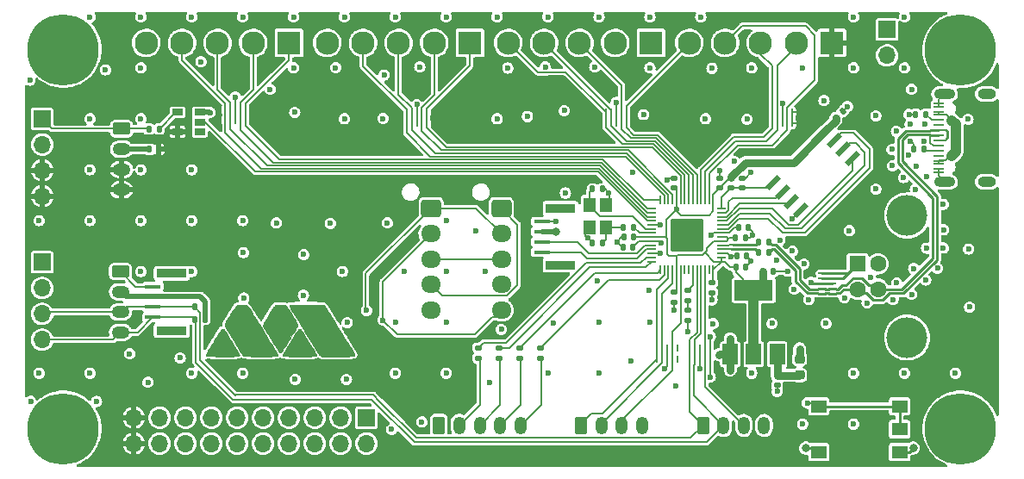
<source format=gbr>
%TF.GenerationSoftware,KiCad,Pcbnew,(6.0.4-0)*%
%TF.CreationDate,2023-01-11T12:36:20-07:00*%
%TF.ProjectId,ReflexFightingBoard,5265666c-6578-4466-9967-6874696e6742,rev?*%
%TF.SameCoordinates,Original*%
%TF.FileFunction,Copper,L1,Top*%
%TF.FilePolarity,Positive*%
%FSLAX46Y46*%
G04 Gerber Fmt 4.6, Leading zero omitted, Abs format (unit mm)*
G04 Created by KiCad (PCBNEW (6.0.4-0)) date 2023-01-11 12:36:20*
%MOMM*%
%LPD*%
G01*
G04 APERTURE LIST*
G04 Aperture macros list*
%AMRoundRect*
0 Rectangle with rounded corners*
0 $1 Rounding radius*
0 $2 $3 $4 $5 $6 $7 $8 $9 X,Y pos of 4 corners*
0 Add a 4 corners polygon primitive as box body*
4,1,4,$2,$3,$4,$5,$6,$7,$8,$9,$2,$3,0*
0 Add four circle primitives for the rounded corners*
1,1,$1+$1,$2,$3*
1,1,$1+$1,$4,$5*
1,1,$1+$1,$6,$7*
1,1,$1+$1,$8,$9*
0 Add four rect primitives between the rounded corners*
20,1,$1+$1,$2,$3,$4,$5,0*
20,1,$1+$1,$4,$5,$6,$7,0*
20,1,$1+$1,$6,$7,$8,$9,0*
20,1,$1+$1,$8,$9,$2,$3,0*%
%AMRotRect*
0 Rectangle, with rotation*
0 The origin of the aperture is its center*
0 $1 length*
0 $2 width*
0 $3 Rotation angle, in degrees counterclockwise*
0 Add horizontal line*
21,1,$1,$2,0,0,$3*%
G04 Aperture macros list end*
%TA.AperFunction,EtchedComponent*%
%ADD10C,0.010000*%
%TD*%
%TA.AperFunction,SMDPad,CuDef*%
%ADD11RoundRect,0.135000X-0.185000X0.135000X-0.185000X-0.135000X0.185000X-0.135000X0.185000X0.135000X0*%
%TD*%
%TA.AperFunction,SMDPad,CuDef*%
%ADD12RoundRect,0.135000X0.135000X0.185000X-0.135000X0.185000X-0.135000X-0.185000X0.135000X-0.185000X0*%
%TD*%
%TA.AperFunction,SMDPad,CuDef*%
%ADD13R,1.060000X0.650000*%
%TD*%
%TA.AperFunction,SMDPad,CuDef*%
%ADD14RoundRect,0.140000X-0.140000X-0.170000X0.140000X-0.170000X0.140000X0.170000X-0.140000X0.170000X0*%
%TD*%
%TA.AperFunction,ComponentPad*%
%ADD15R,1.700000X1.700000*%
%TD*%
%TA.AperFunction,ComponentPad*%
%ADD16O,1.700000X1.700000*%
%TD*%
%TA.AperFunction,ComponentPad*%
%ADD17RoundRect,0.249999X-0.625001X0.350001X-0.625001X-0.350001X0.625001X-0.350001X0.625001X0.350001X0*%
%TD*%
%TA.AperFunction,ComponentPad*%
%ADD18O,1.750000X1.200000*%
%TD*%
%TA.AperFunction,ComponentPad*%
%ADD19RoundRect,0.249999X-0.350001X-0.625001X0.350001X-0.625001X0.350001X0.625001X-0.350001X0.625001X0*%
%TD*%
%TA.AperFunction,ComponentPad*%
%ADD20O,1.200000X1.750000*%
%TD*%
%TA.AperFunction,ComponentPad*%
%ADD21R,2.300000X2.300000*%
%TD*%
%TA.AperFunction,ComponentPad*%
%ADD22C,2.300000*%
%TD*%
%TA.AperFunction,ComponentPad*%
%ADD23C,7.000000*%
%TD*%
%TA.AperFunction,SMDPad,CuDef*%
%ADD24R,3.000000X0.900000*%
%TD*%
%TA.AperFunction,SMDPad,CuDef*%
%ADD25R,1.600000X0.400000*%
%TD*%
%TA.AperFunction,SMDPad,CuDef*%
%ADD26RoundRect,0.140000X0.140000X0.170000X-0.140000X0.170000X-0.140000X-0.170000X0.140000X-0.170000X0*%
%TD*%
%TA.AperFunction,SMDPad,CuDef*%
%ADD27O,0.200000X0.700000*%
%TD*%
%TA.AperFunction,SMDPad,CuDef*%
%ADD28RoundRect,0.140000X-0.170000X0.140000X-0.170000X-0.140000X0.170000X-0.140000X0.170000X0.140000X0*%
%TD*%
%TA.AperFunction,ComponentPad*%
%ADD29R,1.600000X1.600000*%
%TD*%
%TA.AperFunction,ComponentPad*%
%ADD30C,1.600000*%
%TD*%
%TA.AperFunction,ComponentPad*%
%ADD31C,4.000000*%
%TD*%
%TA.AperFunction,SMDPad,CuDef*%
%ADD32RoundRect,0.135000X0.185000X-0.135000X0.185000X0.135000X-0.185000X0.135000X-0.185000X-0.135000X0*%
%TD*%
%TA.AperFunction,SMDPad,CuDef*%
%ADD33R,1.500000X2.000000*%
%TD*%
%TA.AperFunction,SMDPad,CuDef*%
%ADD34R,3.800000X2.000000*%
%TD*%
%TA.AperFunction,SMDPad,CuDef*%
%ADD35RotRect,1.610000X0.580000X45.000000*%
%TD*%
%TA.AperFunction,SMDPad,CuDef*%
%ADD36RoundRect,0.050000X-0.050000X0.387500X-0.050000X-0.387500X0.050000X-0.387500X0.050000X0.387500X0*%
%TD*%
%TA.AperFunction,SMDPad,CuDef*%
%ADD37RoundRect,0.050000X-0.387500X0.050000X-0.387500X-0.050000X0.387500X-0.050000X0.387500X0.050000X0*%
%TD*%
%TA.AperFunction,ComponentPad*%
%ADD38C,0.600000*%
%TD*%
%TA.AperFunction,SMDPad,CuDef*%
%ADD39RoundRect,0.144000X-1.456000X1.456000X-1.456000X-1.456000X1.456000X-1.456000X1.456000X1.456000X0*%
%TD*%
%TA.AperFunction,SMDPad,CuDef*%
%ADD40RoundRect,0.140000X0.170000X-0.140000X0.170000X0.140000X-0.170000X0.140000X-0.170000X-0.140000X0*%
%TD*%
%TA.AperFunction,SMDPad,CuDef*%
%ADD41RoundRect,0.135000X-0.135000X-0.185000X0.135000X-0.185000X0.135000X0.185000X-0.135000X0.185000X0*%
%TD*%
%TA.AperFunction,SMDPad,CuDef*%
%ADD42R,1.150000X1.400000*%
%TD*%
%TA.AperFunction,SMDPad,CuDef*%
%ADD43RoundRect,0.218750X0.256250X-0.218750X0.256250X0.218750X-0.256250X0.218750X-0.256250X-0.218750X0*%
%TD*%
%TA.AperFunction,ComponentPad*%
%ADD44RoundRect,0.250000X-0.725000X0.600000X-0.725000X-0.600000X0.725000X-0.600000X0.725000X0.600000X0*%
%TD*%
%TA.AperFunction,ComponentPad*%
%ADD45O,1.950000X1.700000*%
%TD*%
%TA.AperFunction,SMDPad,CuDef*%
%ADD46R,1.550000X1.300000*%
%TD*%
%TA.AperFunction,SMDPad,CuDef*%
%ADD47RoundRect,0.140000X0.021213X-0.219203X0.219203X-0.021213X-0.021213X0.219203X-0.219203X0.021213X0*%
%TD*%
%TA.AperFunction,SMDPad,CuDef*%
%ADD48RoundRect,0.147500X0.172500X-0.147500X0.172500X0.147500X-0.172500X0.147500X-0.172500X-0.147500X0*%
%TD*%
%TA.AperFunction,SMDPad,CuDef*%
%ADD49R,1.100000X0.225000*%
%TD*%
%TA.AperFunction,ComponentPad*%
%ADD50O,2.100000X1.000000*%
%TD*%
%TA.AperFunction,ComponentPad*%
%ADD51O,1.800000X1.000000*%
%TD*%
%TA.AperFunction,SMDPad,CuDef*%
%ADD52O,0.700000X0.200000*%
%TD*%
%TA.AperFunction,ViaPad*%
%ADD53C,0.600000*%
%TD*%
%TA.AperFunction,ViaPad*%
%ADD54C,0.800000*%
%TD*%
%TA.AperFunction,Conductor*%
%ADD55C,0.200000*%
%TD*%
%TA.AperFunction,Conductor*%
%ADD56C,0.150000*%
%TD*%
%TA.AperFunction,Conductor*%
%ADD57C,0.250000*%
%TD*%
%TA.AperFunction,Conductor*%
%ADD58C,0.750000*%
%TD*%
%TA.AperFunction,Conductor*%
%ADD59C,0.500000*%
%TD*%
%TA.AperFunction,Conductor*%
%ADD60C,1.000000*%
%TD*%
G04 APERTURE END LIST*
%TO.C,Ref\u002A\u002A*%
G36*
X123093155Y-110649981D02*
G01*
X123129383Y-110678304D01*
X123148446Y-110704893D01*
X123187247Y-110763922D01*
X123243497Y-110851684D01*
X123314905Y-110964468D01*
X123399181Y-111098566D01*
X123494036Y-111250267D01*
X123597180Y-111415863D01*
X123706322Y-111591644D01*
X123819174Y-111773900D01*
X123933444Y-111958923D01*
X124046843Y-112143003D01*
X124157082Y-112322431D01*
X124261869Y-112493497D01*
X124358916Y-112652492D01*
X124445932Y-112795707D01*
X124520628Y-112919432D01*
X124580713Y-113019958D01*
X124623897Y-113093575D01*
X124647891Y-113136575D01*
X124651262Y-113143541D01*
X124674206Y-113204940D01*
X124676075Y-113244835D01*
X124655492Y-113279193D01*
X124637960Y-113297679D01*
X124629144Y-113305634D01*
X124617779Y-113312523D01*
X124600952Y-113318421D01*
X124575749Y-113323404D01*
X124539256Y-113327546D01*
X124488561Y-113330924D01*
X124420748Y-113333612D01*
X124332906Y-113335686D01*
X124222120Y-113337221D01*
X124085477Y-113338292D01*
X123920063Y-113338974D01*
X123722964Y-113339343D01*
X123491268Y-113339474D01*
X123222061Y-113339442D01*
X123024002Y-113339369D01*
X122687735Y-113338936D01*
X122389543Y-113337933D01*
X122129980Y-113336367D01*
X121909598Y-113334246D01*
X121728952Y-113331579D01*
X121588596Y-113328371D01*
X121489083Y-113324632D01*
X121430967Y-113320369D01*
X121415335Y-113317150D01*
X121385534Y-113275628D01*
X121378294Y-113219561D01*
X121381507Y-113198915D01*
X121392112Y-113168398D01*
X121411558Y-113125506D01*
X121441291Y-113067738D01*
X121482761Y-112992591D01*
X121537415Y-112897563D01*
X121606701Y-112780152D01*
X121692067Y-112637854D01*
X121794960Y-112468168D01*
X121916830Y-112268591D01*
X122059124Y-112036622D01*
X122121756Y-111934738D01*
X122249181Y-111727892D01*
X122370988Y-111530815D01*
X122485228Y-111346616D01*
X122589955Y-111178407D01*
X122683221Y-111029297D01*
X122763077Y-110902396D01*
X122827576Y-110800815D01*
X122874770Y-110727664D01*
X122902711Y-110686053D01*
X122908613Y-110678304D01*
X122972452Y-110637839D01*
X123018710Y-110630679D01*
X123093155Y-110649981D01*
G37*
D10*
X123093155Y-110649981D02*
X123129383Y-110678304D01*
X123148446Y-110704893D01*
X123187247Y-110763922D01*
X123243497Y-110851684D01*
X123314905Y-110964468D01*
X123399181Y-111098566D01*
X123494036Y-111250267D01*
X123597180Y-111415863D01*
X123706322Y-111591644D01*
X123819174Y-111773900D01*
X123933444Y-111958923D01*
X124046843Y-112143003D01*
X124157082Y-112322431D01*
X124261869Y-112493497D01*
X124358916Y-112652492D01*
X124445932Y-112795707D01*
X124520628Y-112919432D01*
X124580713Y-113019958D01*
X124623897Y-113093575D01*
X124647891Y-113136575D01*
X124651262Y-113143541D01*
X124674206Y-113204940D01*
X124676075Y-113244835D01*
X124655492Y-113279193D01*
X124637960Y-113297679D01*
X124629144Y-113305634D01*
X124617779Y-113312523D01*
X124600952Y-113318421D01*
X124575749Y-113323404D01*
X124539256Y-113327546D01*
X124488561Y-113330924D01*
X124420748Y-113333612D01*
X124332906Y-113335686D01*
X124222120Y-113337221D01*
X124085477Y-113338292D01*
X123920063Y-113338974D01*
X123722964Y-113339343D01*
X123491268Y-113339474D01*
X123222061Y-113339442D01*
X123024002Y-113339369D01*
X122687735Y-113338936D01*
X122389543Y-113337933D01*
X122129980Y-113336367D01*
X121909598Y-113334246D01*
X121728952Y-113331579D01*
X121588596Y-113328371D01*
X121489083Y-113324632D01*
X121430967Y-113320369D01*
X121415335Y-113317150D01*
X121385534Y-113275628D01*
X121378294Y-113219561D01*
X121381507Y-113198915D01*
X121392112Y-113168398D01*
X121411558Y-113125506D01*
X121441291Y-113067738D01*
X121482761Y-112992591D01*
X121537415Y-112897563D01*
X121606701Y-112780152D01*
X121692067Y-112637854D01*
X121794960Y-112468168D01*
X121916830Y-112268591D01*
X122059124Y-112036622D01*
X122121756Y-111934738D01*
X122249181Y-111727892D01*
X122370988Y-111530815D01*
X122485228Y-111346616D01*
X122589955Y-111178407D01*
X122683221Y-111029297D01*
X122763077Y-110902396D01*
X122827576Y-110800815D01*
X122874770Y-110727664D01*
X122902711Y-110686053D01*
X122908613Y-110678304D01*
X122972452Y-110637839D01*
X123018710Y-110630679D01*
X123093155Y-110649981D01*
G36*
X131232316Y-108260013D02*
G01*
X131535896Y-108260017D01*
X131800137Y-108260168D01*
X132028034Y-108260667D01*
X132222582Y-108261718D01*
X132386773Y-108263525D01*
X132523605Y-108266291D01*
X132636070Y-108270219D01*
X132727163Y-108275512D01*
X132799879Y-108282374D01*
X132857212Y-108291009D01*
X132902157Y-108301619D01*
X132937708Y-108314408D01*
X132966860Y-108329580D01*
X132992607Y-108347337D01*
X133017943Y-108367884D01*
X133035150Y-108382442D01*
X133056358Y-108409055D01*
X133098726Y-108470545D01*
X133161431Y-108565607D01*
X133243652Y-108692938D01*
X133344570Y-108851233D01*
X133463361Y-109039190D01*
X133599207Y-109255503D01*
X133751285Y-109498869D01*
X133918775Y-109767985D01*
X134100855Y-110061546D01*
X134296704Y-110378249D01*
X134505502Y-110716789D01*
X134524169Y-110747096D01*
X134700513Y-111033497D01*
X134871011Y-111310540D01*
X135034314Y-111576023D01*
X135189069Y-111827743D01*
X135333925Y-112063496D01*
X135467530Y-112281080D01*
X135588533Y-112478293D01*
X135695582Y-112652930D01*
X135787326Y-112802790D01*
X135862413Y-112925669D01*
X135919491Y-113019365D01*
X135957210Y-113081675D01*
X135974218Y-113110396D01*
X135974771Y-113111420D01*
X136001706Y-113193699D01*
X135993944Y-113264394D01*
X135965752Y-113304982D01*
X135955703Y-113311596D01*
X135939283Y-113317327D01*
X135913623Y-113322237D01*
X135875857Y-113326389D01*
X135823117Y-113329844D01*
X135752536Y-113332663D01*
X135661247Y-113334909D01*
X135546383Y-113336644D01*
X135405075Y-113337929D01*
X135234457Y-113338826D01*
X135031662Y-113339398D01*
X134793821Y-113339705D01*
X134518069Y-113339811D01*
X134351793Y-113339806D01*
X132776544Y-113339599D01*
X132670710Y-113289690D01*
X132601456Y-113251642D01*
X132542159Y-113209931D01*
X132520040Y-113189355D01*
X132503585Y-113165385D01*
X132466326Y-113107524D01*
X132409616Y-113017953D01*
X132334811Y-112898851D01*
X132243265Y-112752399D01*
X132136333Y-112580776D01*
X132015369Y-112386162D01*
X131881728Y-112170737D01*
X131736764Y-111936681D01*
X131581833Y-111686175D01*
X131418289Y-111421397D01*
X131247487Y-111144528D01*
X131070781Y-110857748D01*
X131033081Y-110796520D01*
X130809898Y-110433744D01*
X130608351Y-110105563D01*
X130427656Y-109810664D01*
X130267024Y-109547735D01*
X130125671Y-109315463D01*
X130002810Y-109112538D01*
X129897653Y-108937646D01*
X129809416Y-108789475D01*
X129737312Y-108666713D01*
X129680553Y-108568048D01*
X129638355Y-108492168D01*
X129609930Y-108437759D01*
X129594492Y-108403511D01*
X129590960Y-108390012D01*
X129590607Y-108366062D01*
X129591395Y-108345245D01*
X129596092Y-108327343D01*
X129607469Y-108312135D01*
X129628293Y-108299403D01*
X129661335Y-108288927D01*
X129709363Y-108280488D01*
X129775147Y-108273867D01*
X129861455Y-108268844D01*
X129971058Y-108265200D01*
X130106724Y-108262715D01*
X130271222Y-108261171D01*
X130467322Y-108260348D01*
X130697793Y-108260027D01*
X130965403Y-108259988D01*
X131232316Y-108260013D01*
G37*
X131232316Y-108260013D02*
X131535896Y-108260017D01*
X131800137Y-108260168D01*
X132028034Y-108260667D01*
X132222582Y-108261718D01*
X132386773Y-108263525D01*
X132523605Y-108266291D01*
X132636070Y-108270219D01*
X132727163Y-108275512D01*
X132799879Y-108282374D01*
X132857212Y-108291009D01*
X132902157Y-108301619D01*
X132937708Y-108314408D01*
X132966860Y-108329580D01*
X132992607Y-108347337D01*
X133017943Y-108367884D01*
X133035150Y-108382442D01*
X133056358Y-108409055D01*
X133098726Y-108470545D01*
X133161431Y-108565607D01*
X133243652Y-108692938D01*
X133344570Y-108851233D01*
X133463361Y-109039190D01*
X133599207Y-109255503D01*
X133751285Y-109498869D01*
X133918775Y-109767985D01*
X134100855Y-110061546D01*
X134296704Y-110378249D01*
X134505502Y-110716789D01*
X134524169Y-110747096D01*
X134700513Y-111033497D01*
X134871011Y-111310540D01*
X135034314Y-111576023D01*
X135189069Y-111827743D01*
X135333925Y-112063496D01*
X135467530Y-112281080D01*
X135588533Y-112478293D01*
X135695582Y-112652930D01*
X135787326Y-112802790D01*
X135862413Y-112925669D01*
X135919491Y-113019365D01*
X135957210Y-113081675D01*
X135974218Y-113110396D01*
X135974771Y-113111420D01*
X136001706Y-113193699D01*
X135993944Y-113264394D01*
X135965752Y-113304982D01*
X135955703Y-113311596D01*
X135939283Y-113317327D01*
X135913623Y-113322237D01*
X135875857Y-113326389D01*
X135823117Y-113329844D01*
X135752536Y-113332663D01*
X135661247Y-113334909D01*
X135546383Y-113336644D01*
X135405075Y-113337929D01*
X135234457Y-113338826D01*
X135031662Y-113339398D01*
X134793821Y-113339705D01*
X134518069Y-113339811D01*
X134351793Y-113339806D01*
X132776544Y-113339599D01*
X132670710Y-113289690D01*
X132601456Y-113251642D01*
X132542159Y-113209931D01*
X132520040Y-113189355D01*
X132503585Y-113165385D01*
X132466326Y-113107524D01*
X132409616Y-113017953D01*
X132334811Y-112898851D01*
X132243265Y-112752399D01*
X132136333Y-112580776D01*
X132015369Y-112386162D01*
X131881728Y-112170737D01*
X131736764Y-111936681D01*
X131581833Y-111686175D01*
X131418289Y-111421397D01*
X131247487Y-111144528D01*
X131070781Y-110857748D01*
X131033081Y-110796520D01*
X130809898Y-110433744D01*
X130608351Y-110105563D01*
X130427656Y-109810664D01*
X130267024Y-109547735D01*
X130125671Y-109315463D01*
X130002810Y-109112538D01*
X129897653Y-108937646D01*
X129809416Y-108789475D01*
X129737312Y-108666713D01*
X129680553Y-108568048D01*
X129638355Y-108492168D01*
X129609930Y-108437759D01*
X129594492Y-108403511D01*
X129590960Y-108390012D01*
X129590607Y-108366062D01*
X129591395Y-108345245D01*
X129596092Y-108327343D01*
X129607469Y-108312135D01*
X129628293Y-108299403D01*
X129661335Y-108288927D01*
X129709363Y-108280488D01*
X129775147Y-108273867D01*
X129861455Y-108268844D01*
X129971058Y-108265200D01*
X130106724Y-108262715D01*
X130271222Y-108261171D01*
X130467322Y-108260348D01*
X130697793Y-108260027D01*
X130965403Y-108259988D01*
X131232316Y-108260013D01*
G36*
X128829266Y-108270965D02*
G01*
X128932002Y-108272541D01*
X129006763Y-108276028D01*
X129060727Y-108282131D01*
X129101070Y-108291554D01*
X129134970Y-108305000D01*
X129157044Y-108316282D01*
X129224444Y-108359867D01*
X129285320Y-108410604D01*
X129296503Y-108422116D01*
X129318912Y-108452481D01*
X129360814Y-108514969D01*
X129419656Y-108605564D01*
X129492884Y-108720249D01*
X129577943Y-108855008D01*
X129672282Y-109005824D01*
X129773345Y-109168683D01*
X129841919Y-109279888D01*
X129971947Y-109492235D01*
X130080325Y-109671419D01*
X130168404Y-109819813D01*
X130237535Y-109939792D01*
X130289070Y-110033732D01*
X130324360Y-110104007D01*
X130344756Y-110152993D01*
X130350547Y-110173883D01*
X130358097Y-110299229D01*
X130336840Y-110419731D01*
X130311021Y-110482513D01*
X130285531Y-110527432D01*
X130241174Y-110602298D01*
X130180205Y-110703484D01*
X130104876Y-110827362D01*
X130017441Y-110970304D01*
X129920154Y-111128681D01*
X129815268Y-111298866D01*
X129705036Y-111477231D01*
X129591712Y-111660147D01*
X129477549Y-111843987D01*
X129364801Y-112025122D01*
X129255722Y-112199925D01*
X129152564Y-112364768D01*
X129057581Y-112516022D01*
X128973027Y-112650060D01*
X128901156Y-112763254D01*
X128844220Y-112851976D01*
X128804473Y-112912597D01*
X128784169Y-112941489D01*
X128782643Y-112943138D01*
X128716108Y-112976340D01*
X128645570Y-112968946D01*
X128589111Y-112932554D01*
X128568334Y-112905602D01*
X128527984Y-112846054D01*
X128470318Y-112757584D01*
X128397594Y-112643866D01*
X128312069Y-112508575D01*
X128216001Y-112355386D01*
X128111646Y-112187972D01*
X128001263Y-112010008D01*
X127887108Y-111825168D01*
X127771439Y-111637126D01*
X127656513Y-111449558D01*
X127544589Y-111266136D01*
X127437922Y-111090536D01*
X127338771Y-110926432D01*
X127249393Y-110777497D01*
X127172045Y-110647407D01*
X127108985Y-110539836D01*
X127062470Y-110458458D01*
X127034758Y-110406947D01*
X127027977Y-110391513D01*
X127010682Y-110258652D01*
X127035649Y-110126728D01*
X127037082Y-110122679D01*
X127054576Y-110087006D01*
X127091821Y-110020214D01*
X127145949Y-109926965D01*
X127214092Y-109811925D01*
X127293384Y-109679757D01*
X127380956Y-109535127D01*
X127473941Y-109382698D01*
X127569471Y-109227135D01*
X127664678Y-109073101D01*
X127756696Y-108925262D01*
X127842657Y-108788281D01*
X127919692Y-108666823D01*
X127984935Y-108565552D01*
X128035517Y-108489133D01*
X128068572Y-108442229D01*
X128075539Y-108433569D01*
X128135618Y-108377399D01*
X128207312Y-108326341D01*
X128223706Y-108316974D01*
X128257845Y-108300286D01*
X128293306Y-108288144D01*
X128337299Y-108279835D01*
X128397037Y-108274643D01*
X128479728Y-108271852D01*
X128592584Y-108270748D01*
X128691377Y-108270596D01*
X128829266Y-108270965D01*
G37*
X128829266Y-108270965D02*
X128932002Y-108272541D01*
X129006763Y-108276028D01*
X129060727Y-108282131D01*
X129101070Y-108291554D01*
X129134970Y-108305000D01*
X129157044Y-108316282D01*
X129224444Y-108359867D01*
X129285320Y-108410604D01*
X129296503Y-108422116D01*
X129318912Y-108452481D01*
X129360814Y-108514969D01*
X129419656Y-108605564D01*
X129492884Y-108720249D01*
X129577943Y-108855008D01*
X129672282Y-109005824D01*
X129773345Y-109168683D01*
X129841919Y-109279888D01*
X129971947Y-109492235D01*
X130080325Y-109671419D01*
X130168404Y-109819813D01*
X130237535Y-109939792D01*
X130289070Y-110033732D01*
X130324360Y-110104007D01*
X130344756Y-110152993D01*
X130350547Y-110173883D01*
X130358097Y-110299229D01*
X130336840Y-110419731D01*
X130311021Y-110482513D01*
X130285531Y-110527432D01*
X130241174Y-110602298D01*
X130180205Y-110703484D01*
X130104876Y-110827362D01*
X130017441Y-110970304D01*
X129920154Y-111128681D01*
X129815268Y-111298866D01*
X129705036Y-111477231D01*
X129591712Y-111660147D01*
X129477549Y-111843987D01*
X129364801Y-112025122D01*
X129255722Y-112199925D01*
X129152564Y-112364768D01*
X129057581Y-112516022D01*
X128973027Y-112650060D01*
X128901156Y-112763254D01*
X128844220Y-112851976D01*
X128804473Y-112912597D01*
X128784169Y-112941489D01*
X128782643Y-112943138D01*
X128716108Y-112976340D01*
X128645570Y-112968946D01*
X128589111Y-112932554D01*
X128568334Y-112905602D01*
X128527984Y-112846054D01*
X128470318Y-112757584D01*
X128397594Y-112643866D01*
X128312069Y-112508575D01*
X128216001Y-112355386D01*
X128111646Y-112187972D01*
X128001263Y-112010008D01*
X127887108Y-111825168D01*
X127771439Y-111637126D01*
X127656513Y-111449558D01*
X127544589Y-111266136D01*
X127437922Y-111090536D01*
X127338771Y-110926432D01*
X127249393Y-110777497D01*
X127172045Y-110647407D01*
X127108985Y-110539836D01*
X127062470Y-110458458D01*
X127034758Y-110406947D01*
X127027977Y-110391513D01*
X127010682Y-110258652D01*
X127035649Y-110126728D01*
X127037082Y-110122679D01*
X127054576Y-110087006D01*
X127091821Y-110020214D01*
X127145949Y-109926965D01*
X127214092Y-109811925D01*
X127293384Y-109679757D01*
X127380956Y-109535127D01*
X127473941Y-109382698D01*
X127569471Y-109227135D01*
X127664678Y-109073101D01*
X127756696Y-108925262D01*
X127842657Y-108788281D01*
X127919692Y-108666823D01*
X127984935Y-108565552D01*
X128035517Y-108489133D01*
X128068572Y-108442229D01*
X128075539Y-108433569D01*
X128135618Y-108377399D01*
X128207312Y-108326341D01*
X128223706Y-108316974D01*
X128257845Y-108300286D01*
X128293306Y-108288144D01*
X128337299Y-108279835D01*
X128397037Y-108274643D01*
X128479728Y-108271852D01*
X128592584Y-108270748D01*
X128691377Y-108270596D01*
X128829266Y-108270965D01*
G36*
X130660939Y-110651682D02*
G01*
X130685511Y-110671683D01*
X130703552Y-110697091D01*
X130741552Y-110755117D01*
X130797332Y-110842296D01*
X130868714Y-110955163D01*
X130953518Y-111090252D01*
X131049566Y-111244098D01*
X131154679Y-111413237D01*
X131266678Y-111594201D01*
X131326627Y-111691357D01*
X131490669Y-111957553D01*
X131633855Y-112190094D01*
X131757589Y-112391334D01*
X131863276Y-112563625D01*
X131952321Y-112709322D01*
X132026129Y-112830776D01*
X132086104Y-112930342D01*
X132133651Y-113010373D01*
X132170175Y-113073222D01*
X132197080Y-113121241D01*
X132215771Y-113156785D01*
X132227653Y-113182206D01*
X132234130Y-113199858D01*
X132236608Y-113212093D01*
X132236794Y-113216090D01*
X132222531Y-113259675D01*
X132194460Y-113297679D01*
X132185648Y-113305625D01*
X132174277Y-113312510D01*
X132157438Y-113318408D01*
X132132221Y-113323397D01*
X132095715Y-113327552D01*
X132045011Y-113330950D01*
X131977199Y-113333667D01*
X131889369Y-113335778D01*
X131778612Y-113337361D01*
X131642017Y-113338490D01*
X131476675Y-113339243D01*
X131279676Y-113339696D01*
X131048109Y-113339924D01*
X130779066Y-113340004D01*
X130576722Y-113340013D01*
X130278276Y-113339940D01*
X130019335Y-113339685D01*
X129797071Y-113339188D01*
X129608656Y-113338391D01*
X129451262Y-113337236D01*
X129322060Y-113335663D01*
X129218223Y-113333615D01*
X129136923Y-113331033D01*
X129075331Y-113327858D01*
X129030620Y-113324032D01*
X128999961Y-113319497D01*
X128980527Y-113314194D01*
X128969488Y-113308064D01*
X128968055Y-113306751D01*
X128953044Y-113290047D01*
X128942464Y-113271742D01*
X128937672Y-113249219D01*
X128940024Y-113219861D01*
X128950877Y-113181052D01*
X128971587Y-113130175D01*
X129003512Y-113064615D01*
X129048006Y-112981754D01*
X129106429Y-112878976D01*
X129180134Y-112753665D01*
X129270481Y-112603204D01*
X129378824Y-112424978D01*
X129506520Y-112216368D01*
X129654926Y-111974759D01*
X129678785Y-111935953D01*
X129806231Y-111728999D01*
X129928046Y-111531814D01*
X130042285Y-111347506D01*
X130147003Y-111179184D01*
X130240254Y-111029956D01*
X130320095Y-110902932D01*
X130384580Y-110801220D01*
X130431765Y-110727928D01*
X130459703Y-110686166D01*
X130465641Y-110678304D01*
X130524343Y-110640310D01*
X130595063Y-110631267D01*
X130660939Y-110651682D01*
G37*
X130660939Y-110651682D02*
X130685511Y-110671683D01*
X130703552Y-110697091D01*
X130741552Y-110755117D01*
X130797332Y-110842296D01*
X130868714Y-110955163D01*
X130953518Y-111090252D01*
X131049566Y-111244098D01*
X131154679Y-111413237D01*
X131266678Y-111594201D01*
X131326627Y-111691357D01*
X131490669Y-111957553D01*
X131633855Y-112190094D01*
X131757589Y-112391334D01*
X131863276Y-112563625D01*
X131952321Y-112709322D01*
X132026129Y-112830776D01*
X132086104Y-112930342D01*
X132133651Y-113010373D01*
X132170175Y-113073222D01*
X132197080Y-113121241D01*
X132215771Y-113156785D01*
X132227653Y-113182206D01*
X132234130Y-113199858D01*
X132236608Y-113212093D01*
X132236794Y-113216090D01*
X132222531Y-113259675D01*
X132194460Y-113297679D01*
X132185648Y-113305625D01*
X132174277Y-113312510D01*
X132157438Y-113318408D01*
X132132221Y-113323397D01*
X132095715Y-113327552D01*
X132045011Y-113330950D01*
X131977199Y-113333667D01*
X131889369Y-113335778D01*
X131778612Y-113337361D01*
X131642017Y-113338490D01*
X131476675Y-113339243D01*
X131279676Y-113339696D01*
X131048109Y-113339924D01*
X130779066Y-113340004D01*
X130576722Y-113340013D01*
X130278276Y-113339940D01*
X130019335Y-113339685D01*
X129797071Y-113339188D01*
X129608656Y-113338391D01*
X129451262Y-113337236D01*
X129322060Y-113335663D01*
X129218223Y-113333615D01*
X129136923Y-113331033D01*
X129075331Y-113327858D01*
X129030620Y-113324032D01*
X128999961Y-113319497D01*
X128980527Y-113314194D01*
X128969488Y-113308064D01*
X128968055Y-113306751D01*
X128953044Y-113290047D01*
X128942464Y-113271742D01*
X128937672Y-113249219D01*
X128940024Y-113219861D01*
X128950877Y-113181052D01*
X128971587Y-113130175D01*
X129003512Y-113064615D01*
X129048006Y-112981754D01*
X129106429Y-112878976D01*
X129180134Y-112753665D01*
X129270481Y-112603204D01*
X129378824Y-112424978D01*
X129506520Y-112216368D01*
X129654926Y-111974759D01*
X129678785Y-111935953D01*
X129806231Y-111728999D01*
X129928046Y-111531814D01*
X130042285Y-111347506D01*
X130147003Y-111179184D01*
X130240254Y-111029956D01*
X130320095Y-110902932D01*
X130384580Y-110801220D01*
X130431765Y-110727928D01*
X130459703Y-110686166D01*
X130465641Y-110678304D01*
X130524343Y-110640310D01*
X130595063Y-110631267D01*
X130660939Y-110651682D01*
G36*
X125119083Y-108261332D02*
G01*
X125203339Y-108266608D01*
X125276742Y-108279042D01*
X125342626Y-108301460D01*
X125404325Y-108336689D01*
X125465173Y-108387557D01*
X125528503Y-108456889D01*
X125597650Y-108547514D01*
X125675947Y-108662258D01*
X125766727Y-108803949D01*
X125873326Y-108975413D01*
X125999077Y-109179477D01*
X126011342Y-109199367D01*
X126288478Y-109648737D01*
X126544186Y-110063482D01*
X126779301Y-110444983D01*
X126994662Y-110794620D01*
X127191106Y-111113772D01*
X127369471Y-111403819D01*
X127530593Y-111666142D01*
X127675311Y-111902120D01*
X127804462Y-112113133D01*
X127918883Y-112300561D01*
X128019412Y-112465785D01*
X128106886Y-112610183D01*
X128182143Y-112735137D01*
X128246020Y-112842025D01*
X128299354Y-112932228D01*
X128342983Y-113007126D01*
X128377744Y-113068099D01*
X128404475Y-113116526D01*
X128424014Y-113153788D01*
X128437197Y-113181264D01*
X128444862Y-113200335D01*
X128447847Y-113212380D01*
X128447960Y-113214433D01*
X128448248Y-113237443D01*
X128447274Y-113257459D01*
X128442286Y-113274690D01*
X128430529Y-113289342D01*
X128409250Y-113301622D01*
X128375695Y-113311739D01*
X128327111Y-113319900D01*
X128260742Y-113326312D01*
X128173836Y-113331183D01*
X128063639Y-113334719D01*
X127927397Y-113337129D01*
X127762356Y-113338620D01*
X127565762Y-113339399D01*
X127334862Y-113339673D01*
X127066902Y-113339651D01*
X126786959Y-113339548D01*
X126491875Y-113339433D01*
X126236108Y-113339224D01*
X126016639Y-113338842D01*
X125830451Y-113338207D01*
X125674527Y-113337239D01*
X125545849Y-113335861D01*
X125441400Y-113333991D01*
X125358163Y-113331553D01*
X125293119Y-113328465D01*
X125243253Y-113324648D01*
X125205546Y-113320025D01*
X125176980Y-113314514D01*
X125154539Y-113308038D01*
X125135206Y-113300516D01*
X125124794Y-113295901D01*
X125056687Y-113260121D01*
X124997513Y-113220954D01*
X124981029Y-113207173D01*
X124962328Y-113182138D01*
X124923353Y-113123904D01*
X124865934Y-113035376D01*
X124791903Y-112919458D01*
X124703088Y-112779055D01*
X124601321Y-112617072D01*
X124488433Y-112436415D01*
X124366253Y-112239987D01*
X124236612Y-112030694D01*
X124101340Y-111811441D01*
X124092505Y-111797092D01*
X123252497Y-110432557D01*
X123244522Y-110291418D01*
X123243684Y-110194128D01*
X123255561Y-110122945D01*
X123273771Y-110078271D01*
X123292546Y-110045334D01*
X123331074Y-109980477D01*
X123386864Y-109887801D01*
X123457427Y-109771404D01*
X123540274Y-109635388D01*
X123632915Y-109483851D01*
X123732860Y-109320894D01*
X123796487Y-109217412D01*
X123936825Y-108990790D01*
X124056646Y-108800348D01*
X124156357Y-108645467D01*
X124236369Y-108525530D01*
X124297089Y-108439916D01*
X124338927Y-108388007D01*
X124354093Y-108373558D01*
X124413177Y-108332939D01*
X124473503Y-108303257D01*
X124543114Y-108282868D01*
X124630054Y-108270126D01*
X124742367Y-108263386D01*
X124888095Y-108261003D01*
X124904677Y-108260942D01*
X125020640Y-108260385D01*
X125119083Y-108261332D01*
G37*
X125119083Y-108261332D02*
X125203339Y-108266608D01*
X125276742Y-108279042D01*
X125342626Y-108301460D01*
X125404325Y-108336689D01*
X125465173Y-108387557D01*
X125528503Y-108456889D01*
X125597650Y-108547514D01*
X125675947Y-108662258D01*
X125766727Y-108803949D01*
X125873326Y-108975413D01*
X125999077Y-109179477D01*
X126011342Y-109199367D01*
X126288478Y-109648737D01*
X126544186Y-110063482D01*
X126779301Y-110444983D01*
X126994662Y-110794620D01*
X127191106Y-111113772D01*
X127369471Y-111403819D01*
X127530593Y-111666142D01*
X127675311Y-111902120D01*
X127804462Y-112113133D01*
X127918883Y-112300561D01*
X128019412Y-112465785D01*
X128106886Y-112610183D01*
X128182143Y-112735137D01*
X128246020Y-112842025D01*
X128299354Y-112932228D01*
X128342983Y-113007126D01*
X128377744Y-113068099D01*
X128404475Y-113116526D01*
X128424014Y-113153788D01*
X128437197Y-113181264D01*
X128444862Y-113200335D01*
X128447847Y-113212380D01*
X128447960Y-113214433D01*
X128448248Y-113237443D01*
X128447274Y-113257459D01*
X128442286Y-113274690D01*
X128430529Y-113289342D01*
X128409250Y-113301622D01*
X128375695Y-113311739D01*
X128327111Y-113319900D01*
X128260742Y-113326312D01*
X128173836Y-113331183D01*
X128063639Y-113334719D01*
X127927397Y-113337129D01*
X127762356Y-113338620D01*
X127565762Y-113339399D01*
X127334862Y-113339673D01*
X127066902Y-113339651D01*
X126786959Y-113339548D01*
X126491875Y-113339433D01*
X126236108Y-113339224D01*
X126016639Y-113338842D01*
X125830451Y-113338207D01*
X125674527Y-113337239D01*
X125545849Y-113335861D01*
X125441400Y-113333991D01*
X125358163Y-113331553D01*
X125293119Y-113328465D01*
X125243253Y-113324648D01*
X125205546Y-113320025D01*
X125176980Y-113314514D01*
X125154539Y-113308038D01*
X125135206Y-113300516D01*
X125124794Y-113295901D01*
X125056687Y-113260121D01*
X124997513Y-113220954D01*
X124981029Y-113207173D01*
X124962328Y-113182138D01*
X124923353Y-113123904D01*
X124865934Y-113035376D01*
X124791903Y-112919458D01*
X124703088Y-112779055D01*
X124601321Y-112617072D01*
X124488433Y-112436415D01*
X124366253Y-112239987D01*
X124236612Y-112030694D01*
X124101340Y-111811441D01*
X124092505Y-111797092D01*
X123252497Y-110432557D01*
X123244522Y-110291418D01*
X123243684Y-110194128D01*
X123255561Y-110122945D01*
X123273771Y-110078271D01*
X123292546Y-110045334D01*
X123331074Y-109980477D01*
X123386864Y-109887801D01*
X123457427Y-109771404D01*
X123540274Y-109635388D01*
X123632915Y-109483851D01*
X123732860Y-109320894D01*
X123796487Y-109217412D01*
X123936825Y-108990790D01*
X124056646Y-108800348D01*
X124156357Y-108645467D01*
X124236369Y-108525530D01*
X124297089Y-108439916D01*
X124338927Y-108388007D01*
X124354093Y-108373558D01*
X124413177Y-108332939D01*
X124473503Y-108303257D01*
X124543114Y-108282868D01*
X124630054Y-108270126D01*
X124742367Y-108263386D01*
X124888095Y-108261003D01*
X124904677Y-108260942D01*
X125020640Y-108260385D01*
X125119083Y-108261332D01*
%TD*%
D11*
%TO.P,R3,1*%
%TO.N,/PLED3*%
X152208000Y-112510000D03*
%TO.P,R3,2*%
%TO.N,Net-(J3-Pad4)*%
X152208000Y-113530000D03*
%TD*%
%TO.P,R4,1*%
%TO.N,/PLED4*%
X154240000Y-112510000D03*
%TO.P,R4,2*%
%TO.N,Net-(J3-Pad5)*%
X154240000Y-113530000D03*
%TD*%
%TO.P,R1,1*%
%TO.N,/PLED1*%
X148144000Y-112510000D03*
%TO.P,R1,2*%
%TO.N,Net-(J3-Pad2)*%
X148144000Y-113530000D03*
%TD*%
%TO.P,R2,1*%
%TO.N,/PLED2*%
X150176000Y-112510000D03*
%TO.P,R2,2*%
%TO.N,Net-(J3-Pad3)*%
X150176000Y-113530000D03*
%TD*%
D12*
%TO.P,R5,1*%
%TO.N,/RGB_DATA_5V*%
X116810000Y-91000000D03*
%TO.P,R5,2*%
%TO.N,Net-(J1-Pad1)*%
X115790000Y-91000000D03*
%TD*%
D13*
%TO.P,U2,1,NC*%
%TO.N,unconnected-(U2-Pad1)*%
X120800000Y-91272400D03*
%TO.P,U2,2,A*%
%TO.N,/RGB*%
X120800000Y-90322400D03*
%TO.P,U2,3,GND*%
%TO.N,GND*%
X120800000Y-89372400D03*
%TO.P,U2,4,Y*%
%TO.N,/RGB_DATA_5V*%
X118600000Y-89372400D03*
%TO.P,U2,5,VCC*%
%TO.N,/5V*%
X118600000Y-91272400D03*
%TD*%
D14*
%TO.P,C1,1*%
%TO.N,GND*%
X115820000Y-93000000D03*
%TO.P,C1,2*%
%TO.N,/5V*%
X116780000Y-93000000D03*
%TD*%
D12*
%TO.P,R6,1*%
%TO.N,+3V3*%
X121310000Y-109700000D03*
%TO.P,R6,2*%
%TO.N,/SCL*%
X120290000Y-109700000D03*
%TD*%
%TO.P,R7,1*%
%TO.N,+3V3*%
X121310000Y-108500000D03*
%TO.P,R7,2*%
%TO.N,/SDA*%
X120290000Y-108500000D03*
%TD*%
D15*
%TO.P,J2,1,Pin_1*%
%TO.N,/UP*%
X137160000Y-119380000D03*
D16*
%TO.P,J2,2,Pin_2*%
%TO.N,/DOWN*%
X137160000Y-121920000D03*
%TO.P,J2,3,Pin_3*%
%TO.N,/RIGHT*%
X134620000Y-119380000D03*
%TO.P,J2,4,Pin_4*%
%TO.N,/LEFT*%
X134620000Y-121920000D03*
%TO.P,J2,5,Pin_5*%
%TO.N,/SELECT*%
X132080000Y-119380000D03*
%TO.P,J2,6,Pin_6*%
%TO.N,/HOME*%
X132080000Y-121920000D03*
%TO.P,J2,7,Pin_7*%
%TO.N,/START*%
X129540000Y-119380000D03*
%TO.P,J2,8,Pin_8*%
%TO.N,/1P*%
X129540000Y-121920000D03*
%TO.P,J2,9,Pin_9*%
%TO.N,/2P*%
X127000000Y-119380000D03*
%TO.P,J2,10,Pin_10*%
%TO.N,/3P*%
X127000000Y-121920000D03*
%TO.P,J2,11,Pin_11*%
%TO.N,/4P*%
X124460000Y-119380000D03*
%TO.P,J2,12,Pin_12*%
%TO.N,GND*%
X124460000Y-121920000D03*
%TO.P,J2,13,Pin_13*%
%TO.N,/1K*%
X121920000Y-119380000D03*
%TO.P,J2,14,Pin_14*%
%TO.N,/2K*%
X121920000Y-121920000D03*
%TO.P,J2,15,Pin_15*%
%TO.N,/3K*%
X119380000Y-119380000D03*
%TO.P,J2,16,Pin_16*%
%TO.N,/4K*%
X119380000Y-121920000D03*
%TO.P,J2,17,Pin_17*%
%TO.N,GND*%
X116840000Y-119380000D03*
%TO.P,J2,18,Pin_18*%
X116840000Y-121920000D03*
%TO.P,J2,19,Pin_19*%
%TO.N,/5V*%
X114300000Y-119380000D03*
%TO.P,J2,20,Pin_20*%
X114300000Y-121920000D03*
%TD*%
D17*
%TO.P,J1,1,Pin_1*%
%TO.N,Net-(J1-Pad1)*%
X113100000Y-90982800D03*
D18*
%TO.P,J1,2,Pin_2*%
%TO.N,GND*%
X113100000Y-92982800D03*
%TO.P,J1,3,Pin_3*%
%TO.N,/5V*%
X113100000Y-94982800D03*
%TO.P,J1,4,Pin_4*%
X113100000Y-96982800D03*
%TD*%
D19*
%TO.P,J3,1,Pin_1*%
%TO.N,+3V3*%
X144284835Y-120129571D03*
D20*
%TO.P,J3,2,Pin_2*%
%TO.N,Net-(J3-Pad2)*%
X146284835Y-120129571D03*
%TO.P,J3,3,Pin_3*%
%TO.N,Net-(J3-Pad3)*%
X148284835Y-120129571D03*
%TO.P,J3,4,Pin_4*%
%TO.N,Net-(J3-Pad4)*%
X150284835Y-120129571D03*
%TO.P,J3,5,Pin_5*%
%TO.N,Net-(J3-Pad5)*%
X152284835Y-120129571D03*
%TD*%
D19*
%TO.P,J4,1,Pin_1*%
%TO.N,/TP*%
X158248430Y-120142000D03*
D20*
%TO.P,J4,2,Pin_2*%
%TO.N,/LSB*%
X160248430Y-120142000D03*
%TO.P,J4,3,Pin_3*%
%TO.N,/RSB*%
X162248430Y-120142000D03*
%TO.P,J4,4,Pin_4*%
%TO.N,GND*%
X164248430Y-120142000D03*
%TD*%
D21*
%TO.P,J5,1,Pin_1*%
%TO.N,/1K*%
X129540000Y-82550000D03*
D22*
%TO.P,J5,2,Pin_2*%
%TO.N,/2K*%
X126040000Y-82550000D03*
%TO.P,J5,3,Pin_3*%
%TO.N,/3K*%
X122540000Y-82550000D03*
%TO.P,J5,4,Pin_4*%
%TO.N,/4K*%
X119040000Y-82550000D03*
%TO.P,J5,5,Pin_5*%
%TO.N,GND*%
X115540000Y-82550000D03*
%TD*%
D21*
%TO.P,J6,1,Pin_1*%
%TO.N,/1P*%
X147320000Y-82550000D03*
D22*
%TO.P,J6,2,Pin_2*%
%TO.N,/2P*%
X143820000Y-82550000D03*
%TO.P,J6,3,Pin_3*%
%TO.N,/3P*%
X140320000Y-82550000D03*
%TO.P,J6,4,Pin_4*%
%TO.N,/4P*%
X136820000Y-82550000D03*
%TO.P,J6,5,Pin_5*%
%TO.N,GND*%
X133320000Y-82550000D03*
%TD*%
D21*
%TO.P,J7,1,Pin_1*%
%TO.N,GND*%
X165100000Y-82550000D03*
D22*
%TO.P,J7,2,Pin_2*%
X161600000Y-82550000D03*
%TO.P,J7,3,Pin_3*%
%TO.N,/HOME*%
X158100000Y-82550000D03*
%TO.P,J7,4,Pin_4*%
%TO.N,/SELECT*%
X154600000Y-82550000D03*
%TO.P,J7,5,Pin_5*%
%TO.N,/START*%
X151100000Y-82550000D03*
%TD*%
D21*
%TO.P,J8,1,Pin_1*%
%TO.N,/5V*%
X182880000Y-82550000D03*
D22*
%TO.P,J8,2,Pin_2*%
%TO.N,/UP*%
X179380000Y-82550000D03*
%TO.P,J8,3,Pin_3*%
%TO.N,/DOWN*%
X175880000Y-82550000D03*
%TO.P,J8,4,Pin_4*%
%TO.N,/LEFT*%
X172380000Y-82550000D03*
%TO.P,J8,5,Pin_5*%
%TO.N,/RIGHT*%
X168880000Y-82550000D03*
%TD*%
D19*
%TO.P,J11,1,Pin_1*%
%TO.N,/SDA*%
X170212000Y-120142000D03*
D20*
%TO.P,J11,2,Pin_2*%
%TO.N,/SCL*%
X172212000Y-120142000D03*
%TO.P,J11,3,Pin_3*%
%TO.N,/SETTINGS*%
X174212000Y-120142000D03*
%TO.P,J11,4,Pin_4*%
%TO.N,GND*%
X176212000Y-120142000D03*
%TD*%
D17*
%TO.P,J12,1,Pin_1*%
%TO.N,GND*%
X113000000Y-105000000D03*
D18*
%TO.P,J12,2,Pin_2*%
%TO.N,+3V3*%
X113000000Y-107000000D03*
%TO.P,J12,3,Pin_3*%
%TO.N,/SDA*%
X113000000Y-109000000D03*
%TO.P,J12,4,Pin_4*%
%TO.N,/SCL*%
X113000000Y-111000000D03*
%TD*%
D23*
%TO.P,H1,1,1*%
%TO.N,GND*%
X107378000Y-83200000D03*
%TD*%
%TO.P,H3,1,1*%
%TO.N,GND*%
X107378000Y-120460000D03*
%TD*%
%TO.P,H4,1,1*%
%TO.N,GND*%
X195517000Y-120460000D03*
%TD*%
%TO.P,H2,1,1*%
%TO.N,GND*%
X195517000Y-83248000D03*
%TD*%
D24*
%TO.P,J9,0*%
%TO.N,N/C*%
X118024000Y-105200000D03*
X118024000Y-110800000D03*
D25*
%TO.P,J9,1,Pin_1*%
%TO.N,/SCL*%
X116176000Y-109493000D03*
%TO.P,J9,2,Pin_2*%
%TO.N,/SDA*%
X116176000Y-108493000D03*
%TO.P,J9,3,Pin_3*%
%TO.N,+3V3*%
X116176000Y-107493000D03*
%TO.P,J9,4,Pin_4*%
%TO.N,GND*%
X116176000Y-106493000D03*
%TD*%
D24*
%TO.P,J13,0*%
%TO.N,N/C*%
X156224000Y-98800000D03*
X156224000Y-104400000D03*
D25*
%TO.P,J13,1,Pin_1*%
%TO.N,/SWDIO*%
X154376000Y-103093000D03*
%TO.P,J13,2,Pin_2*%
%TO.N,/SWCLK*%
X154376000Y-102093000D03*
%TO.P,J13,3,Pin_3*%
%TO.N,+3V3*%
X154376000Y-101093000D03*
%TO.P,J13,4,Pin_4*%
%TO.N,GND*%
X154376000Y-100093000D03*
%TD*%
D26*
%TO.P,C9,1*%
%TO.N,+1V1*%
X163310000Y-102600000D03*
%TO.P,C9,2*%
%TO.N,GND*%
X162350000Y-102600000D03*
%TD*%
D27*
%TO.P,U9,1,IO1*%
%TO.N,/SDA*%
X168900000Y-113600000D03*
%TO.P,U9,2,IO2*%
%TO.N,/SCL*%
X169400000Y-113600000D03*
%TO.P,U9,3,GND*%
%TO.N,GND*%
X169900000Y-113600000D03*
%TO.P,U9,4,IO3*%
%TO.N,/SETTINGS*%
X170400000Y-113600000D03*
%TO.P,U9,5,IO4*%
%TO.N,/RUN*%
X170900000Y-113600000D03*
%TO.P,U9,6,N/C*%
X170900000Y-112550000D03*
%TO.P,U9,7,N/C*%
%TO.N,/SETTINGS*%
X170400000Y-112550000D03*
%TO.P,U9,8,GND*%
%TO.N,GND*%
X169900000Y-112550000D03*
%TO.P,U9,9,N/C*%
%TO.N,/SCL*%
X169400000Y-112550000D03*
%TO.P,U9,10,N/C*%
%TO.N,/SDA*%
X168900000Y-112550000D03*
%TD*%
D11*
%TO.P,R15,1*%
%TO.N,+3V3*%
X173000000Y-95790000D03*
%TO.P,R15,2*%
%TO.N,/QSPI_SS*%
X173000000Y-96810000D03*
%TD*%
D15*
%TO.P,J14,1,Pin_1*%
%TO.N,GND*%
X188300000Y-81240000D03*
D16*
%TO.P,J14,2,Pin_2*%
%TO.N,/~{USB_BOOT}*%
X188300000Y-83780000D03*
%TD*%
D14*
%TO.P,C8,1*%
%TO.N,+1V1*%
X173720000Y-100700000D03*
%TO.P,C8,2*%
%TO.N,GND*%
X174680000Y-100700000D03*
%TD*%
D28*
%TO.P,C11,1*%
%TO.N,+3V3*%
X167340000Y-107050000D03*
%TO.P,C11,2*%
%TO.N,GND*%
X167340000Y-108010000D03*
%TD*%
D12*
%TO.P,R18,1*%
%TO.N,/USB_D+*%
X176710000Y-102110000D03*
%TO.P,R18,2*%
%TO.N,/DR_+*%
X175690000Y-102110000D03*
%TD*%
D29*
%TO.P,J16,1,VBUS*%
%TO.N,/VBUS*%
X185400000Y-104250000D03*
D30*
%TO.P,J16,2,D-*%
%TO.N,/USB_D-*%
X185400000Y-106750000D03*
%TO.P,J16,3,D+*%
%TO.N,/USB_D+*%
X187400000Y-106750000D03*
%TO.P,J16,4,GND*%
%TO.N,GND*%
X187400000Y-104250000D03*
D31*
%TO.P,J16,5,Shield*%
X190260000Y-111500000D03*
X190260000Y-99500000D03*
%TD*%
D32*
%TO.P,R20,1*%
%TO.N,Net-(D2-Pad2)*%
X168720000Y-107910000D03*
%TO.P,R20,2*%
%TO.N,/GPIO25*%
X168720000Y-106890000D03*
%TD*%
D27*
%TO.P,U7,1,IO1*%
%TO.N,/1K*%
X125300000Y-89095000D03*
%TO.P,U7,2,IO2*%
%TO.N,/2K*%
X124800000Y-89095000D03*
%TO.P,U7,3,GND*%
%TO.N,GND*%
X124300000Y-89095000D03*
%TO.P,U7,4,IO3*%
%TO.N,/3K*%
X123800000Y-89095000D03*
%TO.P,U7,5,IO4*%
%TO.N,/4K*%
X123300000Y-89095000D03*
%TO.P,U7,6,N/C*%
X123300000Y-90145000D03*
%TO.P,U7,7,N/C*%
%TO.N,/3K*%
X123800000Y-90145000D03*
%TO.P,U7,8,GND*%
%TO.N,GND*%
X124300000Y-90145000D03*
%TO.P,U7,9,N/C*%
%TO.N,/2K*%
X124800000Y-90145000D03*
%TO.P,U7,10,N/C*%
%TO.N,/1K*%
X125300000Y-90145000D03*
%TD*%
D15*
%TO.P,J19,1,Pin_1*%
%TO.N,Net-(J1-Pad1)*%
X105300000Y-90000000D03*
D16*
%TO.P,J19,2,Pin_2*%
%TO.N,GND*%
X105300000Y-92540000D03*
%TO.P,J19,3,Pin_3*%
%TO.N,/5V*%
X105300000Y-95080000D03*
%TO.P,J19,4,Pin_4*%
X105300000Y-97620000D03*
%TD*%
D33*
%TO.P,U3,1,GND*%
%TO.N,GND*%
X172900000Y-113150000D03*
%TO.P,U3,2,VO*%
%TO.N,+3V3*%
X175200000Y-113150000D03*
D34*
X175200000Y-106850000D03*
D33*
%TO.P,U3,3,VI*%
%TO.N,/VSYS*%
X177500000Y-113150000D03*
%TD*%
D35*
%TO.P,FLASH1,1,~{CS}*%
%TO.N,/QSPI_SS*%
X177103842Y-96302082D03*
%TO.P,FLASH1,2,DO(IO1)*%
%TO.N,/QSPI_SD1*%
X178001867Y-97200107D03*
%TO.P,FLASH1,3,IO2*%
%TO.N,/QSPI_SD2*%
X178899893Y-98098133D03*
%TO.P,FLASH1,4,GND*%
%TO.N,GND*%
X179797918Y-98996158D03*
%TO.P,FLASH1,5,DI(IO0)*%
%TO.N,/QSPI_SD0*%
X184896158Y-93897918D03*
%TO.P,FLASH1,6,CLK*%
%TO.N,/QSPI_SCLK*%
X183998133Y-92999893D03*
%TO.P,FLASH1,7,IO3*%
%TO.N,/QSPI_SD3*%
X183100107Y-92101867D03*
%TO.P,FLASH1,8,VCC*%
%TO.N,+3V3*%
X182202082Y-91203842D03*
%TD*%
D36*
%TO.P,U4,1,IOVDD*%
%TO.N,+3V3*%
X171220000Y-97992500D03*
%TO.P,U4,2,GPIO0*%
%TO.N,/LEFT*%
X170820000Y-97992500D03*
%TO.P,U4,3,GPIO1*%
%TO.N,/UP*%
X170420000Y-97992500D03*
%TO.P,U4,4,GPIO2*%
%TO.N,/DOWN*%
X170020000Y-97992500D03*
%TO.P,U4,5,GPIO3*%
%TO.N,/RIGHT*%
X169620000Y-97992500D03*
%TO.P,U4,6,GPIO4*%
%TO.N,/HOME*%
X169220000Y-97992500D03*
%TO.P,U4,7,GPIO5*%
%TO.N,/SELECT*%
X168820000Y-97992500D03*
%TO.P,U4,8,GPIO6*%
%TO.N,/START*%
X168420000Y-97992500D03*
%TO.P,U4,9,GPIO7*%
%TO.N,/1P*%
X168020000Y-97992500D03*
%TO.P,U4,10,IOVDD*%
%TO.N,+3V3*%
X167620000Y-97992500D03*
%TO.P,U4,11,GPIO8*%
%TO.N,/2P*%
X167220000Y-97992500D03*
%TO.P,U4,12,GPIO9*%
%TO.N,/3P*%
X166820000Y-97992500D03*
%TO.P,U4,13,GPIO10*%
%TO.N,/4P*%
X166420000Y-97992500D03*
%TO.P,U4,14,GPIO11*%
%TO.N,/1K*%
X166020000Y-97992500D03*
D37*
%TO.P,U4,15,GPIO12*%
%TO.N,/2K*%
X165182500Y-98830000D03*
%TO.P,U4,16,GPIO13*%
%TO.N,/3K*%
X165182500Y-99230000D03*
%TO.P,U4,17,GPIO14*%
%TO.N,/4K*%
X165182500Y-99630000D03*
%TO.P,U4,18,GPIO15*%
%TO.N,/RGB*%
X165182500Y-100030000D03*
%TO.P,U4,19,TESTEN*%
%TO.N,GND*%
X165182500Y-100430000D03*
%TO.P,U4,20,XIN*%
%TO.N,/XIN*%
X165182500Y-100830000D03*
%TO.P,U4,21,XOUT*%
%TO.N,/XOUT*%
X165182500Y-101230000D03*
%TO.P,U4,22,IOVDD*%
%TO.N,+3V3*%
X165182500Y-101630000D03*
%TO.P,U4,23,DVDD*%
%TO.N,+1V1*%
X165182500Y-102030000D03*
%TO.P,U4,24,SWCLK*%
%TO.N,/SWCLK*%
X165182500Y-102430000D03*
%TO.P,U4,25,SWD*%
%TO.N,/SWDIO*%
X165182500Y-102830000D03*
%TO.P,U4,26,RUN*%
%TO.N,/RUN*%
X165182500Y-103230000D03*
%TO.P,U4,27,GPIO16*%
%TO.N,/PLED1*%
X165182500Y-103630000D03*
%TO.P,U4,28,GPIO17*%
%TO.N,/PLED2*%
X165182500Y-104030000D03*
D36*
%TO.P,U4,29,GPIO18*%
%TO.N,/PLED3*%
X166020000Y-104867500D03*
%TO.P,U4,30,GPIO19*%
%TO.N,/PLED4*%
X166420000Y-104867500D03*
%TO.P,U4,31,GPIO20*%
%TO.N,/TP*%
X166820000Y-104867500D03*
%TO.P,U4,32,GPIO21*%
%TO.N,/LSB*%
X167220000Y-104867500D03*
%TO.P,U4,33,IOVDD*%
%TO.N,+3V3*%
X167620000Y-104867500D03*
%TO.P,U4,34,GPIO22*%
%TO.N,/RSB*%
X168020000Y-104867500D03*
%TO.P,U4,35,GPIO23*%
%TO.N,/GPIO23*%
X168420000Y-104867500D03*
%TO.P,U4,36,GPIO24*%
%TO.N,/GPIO24*%
X168820000Y-104867500D03*
%TO.P,U4,37,GPIO25*%
%TO.N,/GPIO25*%
X169220000Y-104867500D03*
%TO.P,U4,38,GPIO26_ADC0*%
%TO.N,/SDA*%
X169620000Y-104867500D03*
%TO.P,U4,39,GPIO27_ADC1*%
%TO.N,/SCL*%
X170020000Y-104867500D03*
%TO.P,U4,40,GPIO28_ADC2*%
%TO.N,/SETTINGS*%
X170420000Y-104867500D03*
%TO.P,U4,41,GPIO29_ADC3*%
%TO.N,/GPIO29_ADC3*%
X170820000Y-104867500D03*
%TO.P,U4,42,IOVDD*%
%TO.N,+3V3*%
X171220000Y-104867500D03*
D37*
%TO.P,U4,43,ADC_AVDD*%
X172057500Y-104030000D03*
%TO.P,U4,44,VREG_IN*%
X172057500Y-103630000D03*
%TO.P,U4,45,VREG_VOUT*%
%TO.N,+1V1*%
X172057500Y-103230000D03*
%TO.P,U4,46,USB_DM*%
%TO.N,/DR_-*%
X172057500Y-102830000D03*
%TO.P,U4,47,USB_DP*%
%TO.N,/DR_+*%
X172057500Y-102430000D03*
%TO.P,U4,48,USB_VDD*%
%TO.N,+3V3*%
X172057500Y-102030000D03*
%TO.P,U4,49,IOVDD*%
X172057500Y-101630000D03*
%TO.P,U4,50,DVDD*%
%TO.N,+1V1*%
X172057500Y-101230000D03*
%TO.P,U4,51,QSPI_SD3*%
%TO.N,/QSPI_SD3*%
X172057500Y-100830000D03*
%TO.P,U4,52,QSPI_SCLK*%
%TO.N,/QSPI_SCLK*%
X172057500Y-100430000D03*
%TO.P,U4,53,QSPI_SD0*%
%TO.N,/QSPI_SD0*%
X172057500Y-100030000D03*
%TO.P,U4,54,QSPI_SD2*%
%TO.N,/QSPI_SD2*%
X172057500Y-99630000D03*
%TO.P,U4,55,QSPI_SD1*%
%TO.N,/QSPI_SD1*%
X172057500Y-99230000D03*
%TO.P,U4,56,QSPI_SS*%
%TO.N,/QSPI_SS*%
X172057500Y-98830000D03*
D38*
%TO.P,U4,57,GND*%
%TO.N,GND*%
X169895000Y-100155000D03*
X167345000Y-101430000D03*
X168620000Y-102705000D03*
X167345000Y-102705000D03*
X168620000Y-101430000D03*
X168620000Y-100155000D03*
X167345000Y-100155000D03*
D39*
X168620000Y-101430000D03*
D38*
X169895000Y-101430000D03*
X169895000Y-102705000D03*
%TD*%
D40*
%TO.P,R14,1*%
%TO.N,/QSPI_SS*%
X174100000Y-96780000D03*
%TO.P,R14,2*%
%TO.N,/~{USB_BOOT}*%
X174100000Y-95820000D03*
%TD*%
D41*
%TO.P,R21,1*%
%TO.N,GND*%
X190900000Y-93000000D03*
%TO.P,R21,2*%
%TO.N,Net-(J15-PadA5)*%
X191920000Y-93000000D03*
%TD*%
D42*
%TO.P,Y1,1,1*%
%TO.N,Net-(C3-Pad2)*%
X160650000Y-100650000D03*
%TO.P,Y1,2,2*%
%TO.N,GND*%
X160650000Y-98450000D03*
%TO.P,Y1,3,3*%
%TO.N,/XIN*%
X159050000Y-98450000D03*
%TO.P,Y1,4,4*%
%TO.N,GND*%
X159050000Y-100650000D03*
%TD*%
D14*
%TO.P,C7,1*%
%TO.N,+3V3*%
X176120000Y-105000000D03*
%TO.P,C7,2*%
%TO.N,GND*%
X177080000Y-105000000D03*
%TD*%
D15*
%TO.P,J10,1,Pin_1*%
%TO.N,GND*%
X105300000Y-104100000D03*
D16*
%TO.P,J10,2,Pin_2*%
%TO.N,+3V3*%
X105300000Y-106640000D03*
%TO.P,J10,3,Pin_3*%
%TO.N,/SDA*%
X105300000Y-109180000D03*
%TO.P,J10,4,Pin_4*%
%TO.N,/SCL*%
X105300000Y-111720000D03*
%TD*%
D27*
%TO.P,U1,1,IO1*%
%TO.N,/5V*%
X179000000Y-89375000D03*
%TO.P,U1,2,IO2*%
%TO.N,/LEFT*%
X178500000Y-89375000D03*
%TO.P,U1,3,GND*%
%TO.N,GND*%
X178000000Y-89375000D03*
%TO.P,U1,4,IO3*%
%TO.N,/UP*%
X177500000Y-89375000D03*
%TO.P,U1,5,IO4*%
%TO.N,/DOWN*%
X177000000Y-89375000D03*
%TO.P,U1,6,N/C*%
X177000000Y-90425000D03*
%TO.P,U1,7,N/C*%
%TO.N,/UP*%
X177500000Y-90425000D03*
%TO.P,U1,8,GND*%
%TO.N,GND*%
X178000000Y-90425000D03*
%TO.P,U1,9,N/C*%
%TO.N,/LEFT*%
X178500000Y-90425000D03*
%TO.P,U1,10,N/C*%
%TO.N,/5V*%
X179000000Y-90425000D03*
%TD*%
D43*
%TO.P,D1,1,K*%
%TO.N,/VSYS*%
X179700000Y-115187500D03*
%TO.P,D1,2,A*%
%TO.N,/VBUS*%
X179700000Y-113612500D03*
%TD*%
D44*
%TO.P,J18,1,Pin_1*%
%TO.N,/LEFT*%
X150400000Y-98800000D03*
D45*
%TO.P,J18,2,Pin_2*%
%TO.N,/UP*%
X150400000Y-101300000D03*
%TO.P,J18,3,Pin_3*%
%TO.N,/RIGHT*%
X150400000Y-103800000D03*
%TO.P,J18,4,Pin_4*%
%TO.N,GND*%
X150400000Y-106300000D03*
%TO.P,J18,5,Pin_5*%
%TO.N,/DOWN*%
X150400000Y-108800000D03*
%TD*%
D12*
%TO.P,R19,1*%
%TO.N,/USB_D-*%
X176710000Y-103110000D03*
%TO.P,R19,2*%
%TO.N,/DR_-*%
X175690000Y-103110000D03*
%TD*%
D40*
%TO.P,C15,1*%
%TO.N,+3V3*%
X167400000Y-96780000D03*
%TO.P,C15,2*%
%TO.N,GND*%
X167400000Y-95820000D03*
%TD*%
D27*
%TO.P,U6,1,IO1*%
%TO.N,/1P*%
X143100000Y-89375000D03*
%TO.P,U6,2,IO2*%
%TO.N,/2P*%
X142600000Y-89375000D03*
%TO.P,U6,3,GND*%
%TO.N,GND*%
X142100000Y-89375000D03*
%TO.P,U6,4,IO3*%
%TO.N,/3P*%
X141600000Y-89375000D03*
%TO.P,U6,5,IO4*%
%TO.N,/4P*%
X141100000Y-89375000D03*
%TO.P,U6,6,N/C*%
X141100000Y-90425000D03*
%TO.P,U6,7,N/C*%
%TO.N,/3P*%
X141600000Y-90425000D03*
%TO.P,U6,8,GND*%
%TO.N,GND*%
X142100000Y-90425000D03*
%TO.P,U6,9,N/C*%
%TO.N,/2P*%
X142600000Y-90425000D03*
%TO.P,U6,10,N/C*%
%TO.N,/1P*%
X143100000Y-90425000D03*
%TD*%
D41*
%TO.P,R22,1*%
%TO.N,GND*%
X191100000Y-89560000D03*
%TO.P,R22,2*%
%TO.N,Net-(J15-PadB5)*%
X192120000Y-89560000D03*
%TD*%
D40*
%TO.P,C14,1*%
%TO.N,+3V3*%
X171900000Y-96780000D03*
%TO.P,C14,2*%
%TO.N,GND*%
X171900000Y-95820000D03*
%TD*%
D27*
%TO.P,U5,1,IO1*%
%TO.N,/RIGHT*%
X162700000Y-89375000D03*
%TO.P,U5,2,IO2*%
%TO.N,/HOME*%
X162200000Y-89375000D03*
%TO.P,U5,3,GND*%
%TO.N,GND*%
X161700000Y-89375000D03*
%TO.P,U5,4,IO3*%
%TO.N,/SELECT*%
X161200000Y-89375000D03*
%TO.P,U5,5,IO4*%
%TO.N,/START*%
X160700000Y-89375000D03*
%TO.P,U5,6,N/C*%
X160700000Y-90425000D03*
%TO.P,U5,7,N/C*%
%TO.N,/SELECT*%
X161200000Y-90425000D03*
%TO.P,U5,8,GND*%
%TO.N,GND*%
X161700000Y-90425000D03*
%TO.P,U5,9,N/C*%
%TO.N,/HOME*%
X162200000Y-90425000D03*
%TO.P,U5,10,N/C*%
%TO.N,/RIGHT*%
X162700000Y-90425000D03*
%TD*%
D14*
%TO.P,C12,1*%
%TO.N,+3V3*%
X173460000Y-104535062D03*
%TO.P,C12,2*%
%TO.N,GND*%
X174420000Y-104535062D03*
%TD*%
%TO.P,C10,1*%
%TO.N,+1V1*%
X173520000Y-103500000D03*
%TO.P,C10,2*%
%TO.N,GND*%
X174480000Y-103500000D03*
%TD*%
D46*
%TO.P,SW1,1,1*%
%TO.N,/RUN*%
X181575000Y-118250000D03*
X189525000Y-118250000D03*
X189525000Y-120500000D03*
%TO.P,SW1,2,2*%
%TO.N,GND*%
X189525000Y-122750000D03*
X181575000Y-122750000D03*
%TD*%
D47*
%TO.P,C5,1*%
%TO.N,+3V3*%
X183260589Y-89939411D03*
%TO.P,C5,2*%
%TO.N,GND*%
X183939411Y-89260589D03*
%TD*%
D48*
%TO.P,D2,1,K*%
%TO.N,GND*%
X168720000Y-109807500D03*
%TO.P,D2,2,A*%
%TO.N,Net-(D2-Pad2)*%
X168720000Y-108837500D03*
%TD*%
D44*
%TO.P,J17,1,Pin_1*%
%TO.N,/UP*%
X143500000Y-98800000D03*
D45*
%TO.P,J17,2,Pin_2*%
%TO.N,/DOWN*%
X143500000Y-101300000D03*
%TO.P,J17,3,Pin_3*%
%TO.N,/RIGHT*%
X143500000Y-103800000D03*
%TO.P,J17,4,Pin_4*%
%TO.N,/LEFT*%
X143500000Y-106300000D03*
%TO.P,J17,5,Pin_5*%
%TO.N,GND*%
X143500000Y-108800000D03*
%TD*%
D28*
%TO.P,C6,1*%
%TO.N,/VSYS*%
X177500000Y-115220000D03*
%TO.P,C6,2*%
%TO.N,GND*%
X177500000Y-116180000D03*
%TD*%
D27*
%TO.P,U8,1,IO1*%
%TO.N,unconnected-(U8-Pad1)*%
X167700000Y-112575000D03*
%TO.P,U8,2,IO2*%
%TO.N,/RSB*%
X167200000Y-112575000D03*
%TO.P,U8,3,GND*%
%TO.N,GND*%
X166700000Y-112575000D03*
%TO.P,U8,4,IO3*%
%TO.N,/LSB*%
X166200000Y-112575000D03*
%TO.P,U8,5,IO4*%
%TO.N,/TP*%
X165700000Y-112575000D03*
%TO.P,U8,6,N/C*%
X165700000Y-113625000D03*
%TO.P,U8,7,N/C*%
%TO.N,/LSB*%
X166200000Y-113625000D03*
%TO.P,U8,8,GND*%
%TO.N,GND*%
X166700000Y-113625000D03*
%TO.P,U8,9,N/C*%
%TO.N,/RSB*%
X167200000Y-113625000D03*
%TO.P,U8,10,N/C*%
%TO.N,unconnected-(U8-Pad10)*%
X167700000Y-113625000D03*
%TD*%
D26*
%TO.P,C4,1*%
%TO.N,GND*%
X160330000Y-96900000D03*
%TO.P,C4,2*%
%TO.N,/XIN*%
X159370000Y-96900000D03*
%TD*%
D14*
%TO.P,C3,1*%
%TO.N,GND*%
X159370000Y-102210000D03*
%TO.P,C3,2*%
%TO.N,Net-(C3-Pad2)*%
X160330000Y-102210000D03*
%TD*%
D12*
%TO.P,R16,1*%
%TO.N,/XOUT*%
X163430000Y-100650000D03*
%TO.P,R16,2*%
%TO.N,Net-(C3-Pad2)*%
X162410000Y-100650000D03*
%TD*%
D49*
%TO.P,J15,A1,GND*%
%TO.N,GND*%
X193393337Y-95224000D03*
%TO.P,J15,A4,VBUS*%
%TO.N,/VBUS*%
X193393337Y-94424000D03*
%TO.P,J15,A5,CC1*%
%TO.N,Net-(J15-PadA5)*%
X193393337Y-93124000D03*
%TO.P,J15,A6,D+*%
%TO.N,/USB_D+*%
X193393337Y-92124000D03*
%TO.P,J15,A7,D-*%
%TO.N,/USB_D-*%
X193393337Y-91624000D03*
%TO.P,J15,A8,SBU1*%
%TO.N,unconnected-(J15-PadA8)*%
X193393337Y-93624000D03*
%TO.P,J15,A9,VBUS*%
%TO.N,/VBUS*%
X193393337Y-89324000D03*
%TO.P,J15,A12,GND*%
%TO.N,GND*%
X193393337Y-88524000D03*
%TO.P,J15,B1,GND*%
X193393337Y-88824000D03*
%TO.P,J15,B4,VBUS*%
%TO.N,/VBUS*%
X193393337Y-89624000D03*
%TO.P,J15,B5,CC2*%
%TO.N,Net-(J15-PadB5)*%
X193393337Y-90124000D03*
%TO.P,J15,B6,D+*%
%TO.N,/USB_D+*%
X193393337Y-91124000D03*
%TO.P,J15,B7,D-*%
%TO.N,/USB_D-*%
X193393337Y-92624000D03*
%TO.P,J15,B8,SBU2*%
%TO.N,unconnected-(J15-PadB8)*%
X193393337Y-90624000D03*
%TO.P,J15,B9,VBUS*%
%TO.N,/VBUS*%
X193393337Y-94124000D03*
%TO.P,J15,B12,GND*%
%TO.N,GND*%
X193393337Y-94924000D03*
D50*
%TO.P,J15,S1,SHIELD*%
X193943337Y-87554000D03*
X193943337Y-96194000D03*
D51*
X198093337Y-96194000D03*
X198093337Y-87554000D03*
%TD*%
D52*
%TO.P,U10,1,IO1*%
%TO.N,/VBUS*%
X181875000Y-105200000D03*
%TO.P,U10,2,IO2*%
X181875000Y-105700000D03*
%TO.P,U10,3,GND*%
%TO.N,GND*%
X181875000Y-106200000D03*
%TO.P,U10,4,IO3*%
%TO.N,/USB_D+*%
X181875000Y-106700000D03*
%TO.P,U10,5,IO4*%
%TO.N,/USB_D-*%
X181875000Y-107200000D03*
%TO.P,U10,6,N/C*%
X182925000Y-107200000D03*
%TO.P,U10,7,N/C*%
%TO.N,/USB_D+*%
X182925000Y-106700000D03*
%TO.P,U10,8,GND*%
%TO.N,GND*%
X182925000Y-106200000D03*
%TO.P,U10,9,N/C*%
%TO.N,/VBUS*%
X182925000Y-105700000D03*
%TO.P,U10,10,N/C*%
X182925000Y-105200000D03*
%TD*%
D26*
%TO.P,C17,1*%
%TO.N,+3V3*%
X163410000Y-101630000D03*
%TO.P,C17,2*%
%TO.N,GND*%
X162450000Y-101630000D03*
%TD*%
D14*
%TO.P,C13,1*%
%TO.N,+3V3*%
X173420000Y-101700000D03*
%TO.P,C13,2*%
%TO.N,GND*%
X174380000Y-101700000D03*
%TD*%
D28*
%TO.P,C16,1*%
%TO.N,+3V3*%
X171100000Y-106120000D03*
%TO.P,C16,2*%
%TO.N,GND*%
X171100000Y-107080000D03*
%TD*%
D53*
%TO.N,GND*%
X110000000Y-80000000D03*
X196300000Y-102800000D03*
X190000000Y-85000000D03*
X120000000Y-100000000D03*
X173300000Y-94200000D03*
X115000000Y-80000000D03*
X178516989Y-104983011D03*
X185000000Y-80000000D03*
X165997502Y-100434757D03*
X115000000Y-105000000D03*
X133610000Y-100280000D03*
X120000000Y-80000000D03*
X189237740Y-106125500D03*
X178024500Y-88500000D03*
X130110000Y-89370000D03*
X161760000Y-102100000D03*
X180000000Y-85000000D03*
X186341645Y-108094411D03*
X135190000Y-115620000D03*
X184400000Y-88800000D03*
X160000000Y-80000000D03*
X142400000Y-84900000D03*
X192098011Y-105848011D03*
X152970000Y-89770000D03*
X193845260Y-100920760D03*
X115000000Y-95000000D03*
X130970000Y-107350000D03*
X156590000Y-89190000D03*
X179000000Y-99800000D03*
X140000000Y-110000000D03*
X124279122Y-87879122D03*
X155800000Y-100100000D03*
X147900000Y-101000000D03*
X110000000Y-95000000D03*
X150400000Y-110700000D03*
X160955000Y-97275000D03*
X145000000Y-110000000D03*
D54*
X190870000Y-122350000D03*
D53*
X171100000Y-107800000D03*
D54*
X180320000Y-122370000D03*
D53*
X189925908Y-95774092D03*
X177000000Y-110100000D03*
X185000000Y-85000000D03*
X118855500Y-113500000D03*
X138900000Y-85700000D03*
X165000000Y-80000000D03*
X150000000Y-80000000D03*
X190000000Y-115000000D03*
X165000000Y-85000000D03*
X128310000Y-100240000D03*
X171800000Y-113200000D03*
X180132320Y-104266298D03*
X145000000Y-100000000D03*
X148800000Y-105000000D03*
X130160000Y-115620000D03*
X130990000Y-103330000D03*
X105000000Y-100000000D03*
X110000000Y-100000000D03*
X195000000Y-115000000D03*
X113900000Y-113100000D03*
X115000000Y-90000000D03*
X135000000Y-80000000D03*
X177500000Y-116800000D03*
X169875500Y-114600000D03*
X190906989Y-104706989D03*
X155000000Y-115000000D03*
X196250000Y-90040000D03*
X125070000Y-103140000D03*
X182100000Y-88200000D03*
X164900000Y-106840000D03*
X149240000Y-115890000D03*
X154720000Y-84890000D03*
X121800000Y-89400000D03*
X190000000Y-80000000D03*
X171900000Y-95100000D03*
X130000000Y-80000000D03*
X188876383Y-107774500D03*
X142600000Y-119800000D03*
X175000000Y-115000000D03*
X134790000Y-105000000D03*
X110000000Y-90000000D03*
X163100000Y-113800000D03*
X159820000Y-105920000D03*
X174530000Y-90040000D03*
X190593613Y-92189500D03*
X140000000Y-80000000D03*
X115000000Y-100000000D03*
X145000000Y-105000000D03*
X115000000Y-85000000D03*
X161700000Y-88400000D03*
X111520000Y-85190000D03*
X170450000Y-90000000D03*
X167500000Y-116300000D03*
X188775500Y-93000000D03*
X110640000Y-117780000D03*
X184100922Y-107585099D03*
X170000000Y-80000000D03*
X191141589Y-94658411D03*
X189217330Y-91217330D03*
X187200000Y-96900000D03*
X120000000Y-115000000D03*
X127700000Y-87100000D03*
X140000000Y-115000000D03*
X139620000Y-120530000D03*
X160000000Y-110000000D03*
X105000000Y-115000000D03*
X130000000Y-85000000D03*
X190424500Y-93600000D03*
X171210000Y-110140000D03*
X156700000Y-97300000D03*
X192191589Y-95708411D03*
X120000000Y-95000000D03*
X115700000Y-115900000D03*
X193824500Y-98400000D03*
X164378114Y-89581655D03*
X175000000Y-85000000D03*
X172900000Y-114700000D03*
X151040000Y-85010000D03*
X167350000Y-108770000D03*
X192175500Y-102710000D03*
X180833011Y-106066989D03*
X163300000Y-95300000D03*
X110000000Y-115000000D03*
X125000000Y-115000000D03*
X166734078Y-96034078D03*
X190698011Y-107248011D03*
X171090000Y-85030000D03*
X165000000Y-110000000D03*
X166400000Y-114600000D03*
X179170661Y-106736683D03*
X134140000Y-84980000D03*
X175100000Y-101400000D03*
X158870000Y-101710000D03*
X139210000Y-100220000D03*
X135000000Y-90000000D03*
X159590000Y-84900000D03*
X193253011Y-104693011D03*
X196400000Y-108500000D03*
X188830500Y-94621269D03*
X179000000Y-103000000D03*
X191075908Y-96924092D03*
X120900000Y-84400000D03*
X140900000Y-105000000D03*
X172900000Y-111600000D03*
X142100000Y-88600000D03*
X168720000Y-110900000D03*
X120000000Y-105000000D03*
X184600000Y-101000000D03*
X104170000Y-117770000D03*
X185000000Y-115000000D03*
X125110000Y-107630000D03*
X190450000Y-89560000D03*
X186662553Y-105609786D03*
X180000000Y-120000000D03*
X191900000Y-92189500D03*
X138790000Y-89970000D03*
X174900000Y-104000000D03*
X185000000Y-120000000D03*
X190700000Y-87100000D03*
X182300000Y-110100000D03*
X145000000Y-80000000D03*
X104100000Y-86200000D03*
X160000000Y-115000000D03*
X145000000Y-115000000D03*
X192000000Y-90540500D03*
X190560000Y-90540500D03*
X155000000Y-80000000D03*
X180600000Y-107774500D03*
X150000000Y-90000000D03*
X177767276Y-101910198D03*
X155520000Y-110070000D03*
X135270000Y-110020000D03*
X125000000Y-100000000D03*
X125000000Y-80000000D03*
X193824500Y-102700000D03*
X187200000Y-89700000D03*
X177416989Y-103883011D03*
%TO.N,/UP*%
X137160000Y-108840000D03*
%TO.N,/DOWN*%
X138785600Y-109783600D03*
%TO.N,/RUN*%
X180460000Y-117930000D03*
X170924500Y-111400000D03*
X170924500Y-115390000D03*
X166000802Y-103238883D03*
D54*
%TO.N,+3V3*%
X155800000Y-101100000D03*
D53*
X167620000Y-98930000D03*
%TO.N,+1V1*%
X171020000Y-101470000D03*
X166110500Y-102229500D03*
X172944500Y-103600000D03*
%TO.N,/VBUS*%
X195040000Y-91140000D03*
X179700000Y-112600000D03*
X195040000Y-93262740D03*
%TO.N,/~{USB_BOOT}*%
X174896720Y-95303280D03*
%TO.N,/5V*%
X185110000Y-82550000D03*
%TD*%
D55*
%TO.N,GND*%
X154383000Y-100100000D02*
X154376000Y-100093000D01*
D56*
X161700000Y-90425000D02*
X161700000Y-88400000D01*
X178000000Y-90425000D02*
X178000000Y-89375000D01*
D57*
X181195000Y-122370000D02*
X180320000Y-122370000D01*
D55*
X159370000Y-102210000D02*
X158870000Y-101710000D01*
X162450000Y-101630000D02*
X162230000Y-101630000D01*
D56*
X190900000Y-93000000D02*
X190900000Y-92495887D01*
X142100000Y-89375000D02*
X142100000Y-88600000D01*
D55*
X162260000Y-102600000D02*
X161760000Y-102100000D01*
D56*
X179000000Y-99800000D02*
X179797918Y-99002082D01*
D58*
X171850000Y-113150000D02*
X171800000Y-113200000D01*
D59*
X115820000Y-93000000D02*
X113117200Y-93000000D01*
D55*
X190450000Y-89560000D02*
X191100000Y-89560000D01*
D56*
X169900000Y-114575500D02*
X169900000Y-112550000D01*
D55*
X174900000Y-104055062D02*
X174420000Y-104535062D01*
X158680000Y-101520000D02*
X158680000Y-101020000D01*
D57*
X189525000Y-122750000D02*
X190470000Y-122750000D01*
D56*
X169875500Y-114600000D02*
X169900000Y-114575500D01*
X190900000Y-92495887D02*
X190593613Y-92189500D01*
D55*
X160330000Y-96900000D02*
X160580000Y-96900000D01*
X174900000Y-104000000D02*
X174900000Y-103920000D01*
D56*
X161700000Y-90425000D02*
X161700000Y-89375000D01*
D57*
X180833011Y-106066989D02*
X180966022Y-106200000D01*
D55*
X175100000Y-101400000D02*
X174800000Y-101700000D01*
X160955000Y-97275000D02*
X161060000Y-97380000D01*
D59*
X121772400Y-89372400D02*
X121800000Y-89400000D01*
D56*
X171900000Y-95820000D02*
X171900000Y-95100000D01*
X177080000Y-105000000D02*
X178500000Y-105000000D01*
D55*
X162230000Y-101630000D02*
X161760000Y-102100000D01*
X155800000Y-100100000D02*
X154383000Y-100100000D01*
X193375729Y-95635000D02*
X193925729Y-96185000D01*
X161060000Y-97380000D02*
X161060000Y-98040000D01*
D56*
X177500000Y-116180000D02*
X177500000Y-116800000D01*
X166734078Y-96034078D02*
X166948156Y-95820000D01*
D55*
X167340000Y-108760000D02*
X167340000Y-108010000D01*
X174900000Y-103920000D02*
X174480000Y-103500000D01*
D56*
X179797918Y-99002082D02*
X179797918Y-98996158D01*
D55*
X165992745Y-100430000D02*
X165997502Y-100434757D01*
X193375729Y-88815000D02*
X193375729Y-88095000D01*
D56*
X116176000Y-106493000D02*
X114493000Y-106493000D01*
D55*
X193375729Y-94915000D02*
X193375729Y-95635000D01*
D57*
X180966022Y-106200000D02*
X181875000Y-106200000D01*
D55*
X171100000Y-107800000D02*
X171100000Y-107080000D01*
X162350000Y-102600000D02*
X162260000Y-102600000D01*
D56*
X114493000Y-106493000D02*
X113000000Y-105000000D01*
D55*
X174800000Y-101700000D02*
X174380000Y-101700000D01*
X160580000Y-96900000D02*
X160955000Y-97275000D01*
D59*
X120800000Y-89372400D02*
X121772400Y-89372400D01*
D55*
X167350000Y-108770000D02*
X167340000Y-108760000D01*
D56*
X124300000Y-87900000D02*
X124279122Y-87879122D01*
D58*
X172900000Y-113150000D02*
X172900000Y-111600000D01*
D56*
X142100000Y-89375000D02*
X142100000Y-90425000D01*
X166700000Y-113625000D02*
X166700000Y-112575000D01*
X166400000Y-114600000D02*
X166700000Y-114300000D01*
D55*
X175100000Y-101400000D02*
X175100000Y-101120000D01*
D59*
X113117200Y-93000000D02*
X113100000Y-92982800D01*
D56*
X124300000Y-90145000D02*
X124300000Y-89095000D01*
D55*
X174900000Y-104000000D02*
X174900000Y-104055062D01*
X165182500Y-100430000D02*
X165992745Y-100430000D01*
X193375729Y-88095000D02*
X193925729Y-87545000D01*
D58*
X172900000Y-113150000D02*
X171850000Y-113150000D01*
D56*
X166948156Y-95820000D02*
X167400000Y-95820000D01*
X124300000Y-89095000D02*
X124300000Y-87900000D01*
D58*
X172900000Y-113150000D02*
X172900000Y-114700000D01*
D56*
X178000000Y-88524500D02*
X178024500Y-88500000D01*
X178500000Y-105000000D02*
X178516989Y-104983011D01*
D55*
X158870000Y-101710000D02*
X158680000Y-101520000D01*
D57*
X190470000Y-122750000D02*
X190870000Y-122350000D01*
D56*
X178000000Y-89375000D02*
X178000000Y-88524500D01*
X184400000Y-88800000D02*
X183939411Y-89260589D01*
X168720000Y-109807500D02*
X168720000Y-110900000D01*
D57*
X181575000Y-122750000D02*
X181195000Y-122370000D01*
D55*
X175100000Y-101120000D02*
X174680000Y-100700000D01*
D57*
X182925000Y-106200000D02*
X181875000Y-106200000D01*
D56*
X166700000Y-114300000D02*
X166700000Y-113625000D01*
%TO.N,/UP*%
X137100000Y-105200000D02*
X143500000Y-98800000D01*
X137100000Y-108780000D02*
X137100000Y-105200000D01*
X177500000Y-84800000D02*
X179380000Y-82920000D01*
X176400000Y-92200000D02*
X173400000Y-92200000D01*
X170420000Y-95180000D02*
X170420000Y-97992500D01*
X177500000Y-90425000D02*
X177500000Y-91100000D01*
X143500000Y-98800000D02*
X147900000Y-98800000D01*
X147900000Y-98800000D02*
X150400000Y-101300000D01*
X177500000Y-89375000D02*
X177500000Y-84800000D01*
X173400000Y-92200000D02*
X170420000Y-95180000D01*
X179380000Y-82920000D02*
X179380000Y-82550000D01*
X177500000Y-91100000D02*
X176400000Y-92200000D01*
X137160000Y-108840000D02*
X137100000Y-108780000D01*
X177500000Y-90425000D02*
X177500000Y-89375000D01*
%TO.N,/DOWN*%
X138785600Y-106014400D02*
X143500000Y-101300000D01*
X138785600Y-109783600D02*
X138785600Y-106014400D01*
X170020000Y-97992500D02*
X170020000Y-94980000D01*
X170020000Y-94980000D02*
X173200000Y-91800000D01*
X177000000Y-90984900D02*
X177000000Y-90425000D01*
X177000000Y-84800000D02*
X175880000Y-83680000D01*
X177000000Y-89375000D02*
X177000000Y-90425000D01*
X149522739Y-109475489D02*
X147798228Y-111200000D01*
X149724511Y-109475489D02*
X149522739Y-109475489D01*
X175880000Y-83680000D02*
X175880000Y-82550000D01*
X147798228Y-111200000D02*
X140202000Y-111200000D01*
X173200000Y-91800000D02*
X176184900Y-91800000D01*
X140202000Y-111200000D02*
X138785600Y-109783600D01*
X177000000Y-89375000D02*
X177000000Y-84800000D01*
X150400000Y-108800000D02*
X149724511Y-109475489D01*
X176184900Y-91800000D02*
X177000000Y-90984900D01*
%TO.N,/RIGHT*%
X162700000Y-89375000D02*
X162700000Y-88730000D01*
X162700000Y-90425000D02*
X162700000Y-89375000D01*
X163400000Y-91600000D02*
X162700000Y-90900000D01*
X162700000Y-90900000D02*
X162700000Y-90425000D01*
X165744342Y-91600000D02*
X163400000Y-91600000D01*
X169620000Y-97992500D02*
X169620000Y-95475658D01*
X143500000Y-103800000D02*
X150400000Y-103800000D01*
X162700000Y-88730000D02*
X168880000Y-82550000D01*
X169620000Y-95475658D02*
X165744342Y-91600000D01*
%TO.N,/LEFT*%
X144574520Y-107374520D02*
X150970080Y-107374520D01*
X174030000Y-80900000D02*
X172380000Y-82550000D01*
X150970080Y-107374520D02*
X152000000Y-106344600D01*
X177000000Y-92600000D02*
X178500000Y-91100000D01*
X178500000Y-91100000D02*
X178500000Y-90425000D01*
X152000000Y-106344600D02*
X152000000Y-100400000D01*
X170820000Y-95380000D02*
X173600000Y-92600000D01*
X180300000Y-80900000D02*
X174030000Y-80900000D01*
X143500000Y-106300000D02*
X144574520Y-107374520D01*
X181200000Y-86200000D02*
X181200000Y-81800000D01*
X178500000Y-89375000D02*
X178500000Y-88900000D01*
X173600000Y-92600000D02*
X177000000Y-92600000D01*
X152000000Y-100400000D02*
X150400000Y-98800000D01*
X170820000Y-97992500D02*
X170820000Y-95380000D01*
X181200000Y-81800000D02*
X180300000Y-80900000D01*
X178500000Y-88900000D02*
X181200000Y-86200000D01*
X178500000Y-90425000D02*
X178500000Y-89375000D01*
%TO.N,/SELECT*%
X161200000Y-89375000D02*
X161200000Y-89150000D01*
X168820000Y-95522829D02*
X167848585Y-94551415D01*
X165497170Y-92200000D02*
X162700000Y-92200000D01*
X161200000Y-89150000D02*
X154600000Y-82550000D01*
X161200000Y-90700000D02*
X161200000Y-90425000D01*
X167848585Y-94551415D02*
X165497170Y-92200000D01*
X162700000Y-92200000D02*
X161200000Y-90700000D01*
X168820000Y-97992500D02*
X168820000Y-95522829D01*
X161200000Y-89375000D02*
X161200000Y-90425000D01*
%TO.N,/HOME*%
X169220000Y-95499244D02*
X165620756Y-91900000D01*
X169220000Y-97992500D02*
X169220000Y-95499244D01*
X163100000Y-91900000D02*
X162200000Y-91000000D01*
X162200000Y-89375000D02*
X162224511Y-89350489D01*
X165620756Y-91900000D02*
X163100000Y-91900000D01*
X162224511Y-89350489D02*
X162224511Y-86674511D01*
X162200000Y-91000000D02*
X162200000Y-90425000D01*
X162224511Y-86674511D02*
X158100000Y-82550000D01*
X162200000Y-90425000D02*
X162200000Y-89375000D01*
%TO.N,/START*%
X168420000Y-95546415D02*
X167549065Y-94675481D01*
X154951772Y-85400000D02*
X154937261Y-85414511D01*
X165375504Y-92501920D02*
X162301920Y-92501920D01*
X154937261Y-85414511D02*
X153964511Y-85414511D01*
X160700000Y-89375000D02*
X160700000Y-90425000D01*
X153964511Y-85414511D02*
X151100000Y-82550000D01*
X167549065Y-94675481D02*
X165375504Y-92501920D01*
X156725000Y-85400000D02*
X154951772Y-85400000D01*
X168420000Y-97992500D02*
X168420000Y-95546415D01*
X160700000Y-90900000D02*
X160700000Y-90425000D01*
X160700000Y-89375000D02*
X156725000Y-85400000D01*
X162301920Y-92501920D02*
X160700000Y-90900000D01*
%TO.N,/1P*%
X143100000Y-90900000D02*
X143100000Y-90425000D01*
X143100000Y-89375000D02*
X143100000Y-90425000D01*
X145001440Y-92801440D02*
X143100000Y-90900000D01*
X165251438Y-92801440D02*
X145001440Y-92801440D01*
X143100000Y-89375000D02*
X143100000Y-89000000D01*
X168020000Y-95570001D02*
X165251438Y-92801440D01*
X168020000Y-97992500D02*
X168020000Y-95570001D01*
X143100000Y-89000000D02*
X147320000Y-84780000D01*
X147320000Y-84780000D02*
X147320000Y-82550000D01*
%TO.N,/2P*%
X142600000Y-89375000D02*
X142600000Y-90425000D01*
X142600000Y-88900000D02*
X142600000Y-89375000D01*
X162842642Y-93100960D02*
X144500960Y-93100960D01*
X144500960Y-93100960D02*
X142600000Y-91200000D01*
X142600000Y-91200000D02*
X142600000Y-90425000D01*
X143820000Y-82550000D02*
X143820000Y-87680000D01*
X167220000Y-97478319D02*
X162842642Y-93100960D01*
X167220000Y-97992500D02*
X167220000Y-97478319D01*
X143820000Y-87680000D02*
X142600000Y-88900000D01*
%TO.N,/3P*%
X141600000Y-89375000D02*
X141600000Y-88900000D01*
X140300000Y-82570000D02*
X140320000Y-82550000D01*
X141600000Y-90425000D02*
X141600000Y-91100000D01*
X141600000Y-89375000D02*
X141600000Y-90425000D01*
X162718577Y-93400480D02*
X166820000Y-97501903D01*
X166820000Y-97501903D02*
X166820000Y-97992500D01*
X140300000Y-87600000D02*
X140300000Y-82570000D01*
X143900480Y-93400480D02*
X162718577Y-93400480D01*
X141600000Y-88900000D02*
X140300000Y-87600000D01*
X141600000Y-91100000D02*
X143900480Y-93400480D01*
%TO.N,/4P*%
X141100000Y-91400000D02*
X141100000Y-90425000D01*
X141100000Y-89375000D02*
X141100000Y-89100000D01*
X141100000Y-89375000D02*
X141100000Y-90425000D01*
X141100000Y-89100000D02*
X136820000Y-84820000D01*
X162594511Y-93700000D02*
X143400000Y-93700000D01*
X136820000Y-84820000D02*
X136820000Y-82550000D01*
X143400000Y-93700000D02*
X141100000Y-91400000D01*
X166420000Y-97525489D02*
X162594511Y-93700000D01*
X166420000Y-97992500D02*
X166420000Y-97525489D01*
%TO.N,/1K*%
X125300000Y-89095000D02*
X125300000Y-90145000D01*
X164366443Y-97992500D02*
X166020000Y-97992500D01*
X128601440Y-94001440D02*
X160375382Y-94001440D01*
X125300000Y-90145000D02*
X125300000Y-90700000D01*
X125300000Y-90700000D02*
X128601440Y-94001440D01*
X160375382Y-94001440D02*
X164366443Y-97992500D01*
X129540000Y-84260000D02*
X129540000Y-82550000D01*
X125300000Y-89095000D02*
X125300000Y-88500000D01*
X125300000Y-88500000D02*
X129540000Y-84260000D01*
%TO.N,/2K*%
X124800000Y-88400000D02*
X126040000Y-87160000D01*
X160251316Y-94300960D02*
X128000960Y-94300960D01*
X124800000Y-91100000D02*
X124800000Y-90145000D01*
X128000960Y-94300960D02*
X124800000Y-91100000D01*
X165182500Y-98830000D02*
X164780357Y-98830000D01*
X124800000Y-89095000D02*
X124800000Y-90145000D01*
X126040000Y-87160000D02*
X126040000Y-82550000D01*
X124800000Y-89095000D02*
X124800000Y-88400000D01*
X164780357Y-98830000D02*
X160251316Y-94300960D01*
%TO.N,/3K*%
X165182500Y-99230000D02*
X164756771Y-99230000D01*
X123800000Y-89095000D02*
X123775489Y-89070489D01*
X122540000Y-87140000D02*
X122540000Y-82550000D01*
X123800000Y-89095000D02*
X123800000Y-90145000D01*
X127400480Y-94600480D02*
X123800000Y-91000000D01*
X123775489Y-88375489D02*
X122540000Y-87140000D01*
X123800000Y-91000000D02*
X123800000Y-90145000D01*
X160127251Y-94600480D02*
X127400480Y-94600480D01*
X123775489Y-89070489D02*
X123775489Y-88375489D01*
X164756771Y-99230000D02*
X160127251Y-94600480D01*
%TO.N,/4K*%
X123300000Y-91400000D02*
X123300000Y-90145000D01*
X164733186Y-99630000D02*
X160003186Y-94900000D01*
X119040000Y-84240000D02*
X119040000Y-82550000D01*
X123300000Y-89095000D02*
X123300000Y-90145000D01*
X160003186Y-94900000D02*
X126800000Y-94900000D01*
X123300000Y-89095000D02*
X123300000Y-88500000D01*
X123300000Y-88500000D02*
X119040000Y-84240000D01*
X165182500Y-99630000D02*
X164733186Y-99630000D01*
X126800000Y-94900000D02*
X123300000Y-91400000D01*
%TO.N,/TP*%
X160368000Y-118932000D02*
X165700000Y-113600000D01*
X159268000Y-118932000D02*
X160368000Y-118932000D01*
X166820000Y-105680000D02*
X166820000Y-104867500D01*
X165700000Y-113600000D02*
X165700000Y-106800000D01*
X165700000Y-106800000D02*
X166820000Y-105680000D01*
X158248430Y-119951570D02*
X159268000Y-118932000D01*
X158248430Y-120142000D02*
X158248430Y-119951570D01*
%TO.N,/LSB*%
X166200000Y-114000000D02*
X166200000Y-107170000D01*
X160248430Y-119951570D02*
X166200000Y-114000000D01*
X160248430Y-120142000D02*
X160248430Y-119951570D01*
X167220000Y-106150000D02*
X167220000Y-104867500D01*
X166200000Y-107170000D02*
X167220000Y-106150000D01*
%TO.N,/RSB*%
X167200000Y-110900000D02*
X167200000Y-114700000D01*
X162248430Y-119651570D02*
X162248430Y-120142000D01*
X168020000Y-104867500D02*
X168020000Y-110080000D01*
X168020000Y-110080000D02*
X167200000Y-110900000D01*
X167200000Y-114700000D02*
X162248430Y-119651570D01*
%TO.N,/SDA*%
X138456401Y-117754989D02*
X138456401Y-117753991D01*
X169620000Y-110980000D02*
X168900000Y-111700000D01*
X137847210Y-117144800D02*
X124256800Y-117144800D01*
X124256800Y-117144800D02*
X124249610Y-117151990D01*
X116176000Y-108493000D02*
X113507000Y-108493000D01*
X120800000Y-110300000D02*
X120800000Y-113702380D01*
X105480000Y-109000000D02*
X105300000Y-109180000D01*
X120800000Y-113702380D02*
X121578810Y-114481190D01*
X169620000Y-104867500D02*
X169620000Y-110980000D01*
X121424520Y-114326900D02*
X121878810Y-114781190D01*
X168900000Y-118830000D02*
X170212000Y-120142000D01*
X116176800Y-108493800D02*
X120283800Y-108493800D01*
X168900000Y-111700000D02*
X168900000Y-113600000D01*
X120815480Y-109025480D02*
X120815480Y-110284520D01*
X120815480Y-110284520D02*
X120800000Y-110300000D01*
X121484520Y-114386900D02*
X121578810Y-114481190D01*
X113507000Y-108493000D02*
X113000000Y-109000000D01*
X170212000Y-120142000D02*
X169011990Y-121342010D01*
X168900000Y-113600000D02*
X168900000Y-118830000D01*
X169011990Y-121342010D02*
X142043422Y-121342010D01*
X113000000Y-109000000D02*
X105480000Y-109000000D01*
X142043422Y-121342010D02*
X138456401Y-117754989D01*
X138456401Y-117753991D02*
X137847210Y-117144800D01*
X121578810Y-114481190D02*
X121878810Y-114781190D01*
X121878810Y-114781190D02*
X124249610Y-117151990D01*
X120283800Y-108493800D02*
X120290000Y-108500000D01*
X120290000Y-108500000D02*
X120815480Y-109025480D01*
%TO.N,/SCL*%
X138006392Y-117940392D02*
X138006392Y-117941390D01*
X138006392Y-117941390D02*
X141857021Y-121792019D01*
X170020000Y-111080000D02*
X169400000Y-111700000D01*
X141857021Y-121792019D02*
X170561981Y-121792019D01*
X169400000Y-111700000D02*
X169400000Y-113600000D01*
X112280000Y-111720000D02*
X113000000Y-111000000D01*
X169400000Y-114123585D02*
X169300000Y-114223585D01*
X169400000Y-113600000D02*
X169400000Y-114123585D01*
X116176000Y-109493000D02*
X116176800Y-109493800D01*
X170561981Y-121792019D02*
X172212000Y-120142000D01*
X124063902Y-117602000D02*
X137668000Y-117602000D01*
X169300000Y-117230000D02*
X172212000Y-120142000D01*
X120400000Y-113938098D02*
X124063902Y-117602000D01*
X120183800Y-109493800D02*
X120400000Y-109710000D01*
X114669000Y-111000000D02*
X116176000Y-109493000D01*
X113000000Y-111000000D02*
X114669000Y-111000000D01*
X120400000Y-109710000D02*
X120400000Y-113938098D01*
X105300000Y-111720000D02*
X112280000Y-111720000D01*
X169300000Y-114223585D02*
X169300000Y-117230000D01*
X137668000Y-117602000D02*
X138006392Y-117940392D01*
X116176800Y-109493800D02*
X120183800Y-109493800D01*
X170020000Y-104867500D02*
X170020000Y-111080000D01*
%TO.N,/PLED1*%
X165182500Y-103630000D02*
X164650705Y-103630000D01*
X150884520Y-112015480D02*
X148638520Y-112015480D01*
X158720000Y-104180000D02*
X150884520Y-112015480D01*
X164100705Y-104180000D02*
X158720000Y-104180000D01*
X148638520Y-112015480D02*
X148144000Y-112510000D01*
X164650705Y-103630000D02*
X164100705Y-104180000D01*
%TO.N,/PLED2*%
X164612500Y-104600000D02*
X165182500Y-104030000D01*
X151190000Y-112510000D02*
X159100000Y-104600000D01*
X159100000Y-104600000D02*
X164612500Y-104600000D01*
X150176000Y-112510000D02*
X151190000Y-112510000D01*
%TO.N,/PLED3*%
X152208000Y-112510000D02*
X159578000Y-105140000D01*
X159578000Y-105140000D02*
X165747500Y-105140000D01*
X165747500Y-105140000D02*
X166020000Y-104867500D01*
%TO.N,/PLED4*%
X160900000Y-105850000D02*
X154240000Y-112510000D01*
X166420000Y-105328585D02*
X165898585Y-105850000D01*
X166420000Y-104867500D02*
X166420000Y-105328585D01*
X165898585Y-105850000D02*
X160900000Y-105850000D01*
%TO.N,/RUN*%
X165991919Y-103230000D02*
X165182500Y-103230000D01*
D57*
X189525000Y-120500000D02*
X189525000Y-118250000D01*
D56*
X166000802Y-103238883D02*
X165991919Y-103230000D01*
X170900000Y-115365500D02*
X170924500Y-115390000D01*
X180460000Y-117930000D02*
X181515000Y-117930000D01*
X170900000Y-113600000D02*
X170900000Y-115365500D01*
X170900000Y-112550000D02*
X170900000Y-111424500D01*
X170900000Y-111424500D02*
X170924500Y-111400000D01*
D57*
X181575000Y-118250000D02*
X189525000Y-118250000D01*
D56*
X170900000Y-112550000D02*
X170900000Y-113600000D01*
%TO.N,/RGB*%
X159879600Y-95200000D02*
X126228800Y-95200000D01*
X164709600Y-100030000D02*
X159879600Y-95200000D01*
X121351200Y-90322400D02*
X120800000Y-90322400D01*
X126228800Y-95200000D02*
X121351200Y-90322400D01*
X165182500Y-100030000D02*
X164709600Y-100030000D01*
D55*
%TO.N,/RGB_DATA_5V*%
X118437600Y-89372400D02*
X118600000Y-89372400D01*
X116810000Y-91000000D02*
X118437600Y-89372400D01*
D56*
%TO.N,/SETTINGS*%
X170400000Y-104887500D02*
X170400000Y-113600000D01*
X170400000Y-116330000D02*
X174212000Y-120142000D01*
X170400000Y-113600000D02*
X170400000Y-116330000D01*
X170420000Y-104867500D02*
X170400000Y-104887500D01*
%TO.N,/SWDIO*%
X158850000Y-103750000D02*
X163730705Y-103750000D01*
X163730705Y-103750000D02*
X164650705Y-102830000D01*
X158193000Y-103093000D02*
X158850000Y-103750000D01*
X164650705Y-102830000D02*
X165182500Y-102830000D01*
X154376000Y-103093000D02*
X158193000Y-103093000D01*
%TO.N,/SWCLK*%
X164485699Y-102430000D02*
X165182500Y-102430000D01*
X159010000Y-103210000D02*
X163705698Y-103210000D01*
X154376000Y-102093000D02*
X157893000Y-102093000D01*
X163705698Y-103210000D02*
X164485699Y-102430000D01*
X157893000Y-102093000D02*
X159010000Y-103210000D01*
D55*
%TO.N,Net-(J1-Pad1)*%
X113100000Y-90982800D02*
X115772800Y-90982800D01*
X115772800Y-90982800D02*
X115790000Y-91000000D01*
D56*
X106282800Y-90982800D02*
X105300000Y-90000000D01*
X113100000Y-90982800D02*
X106282800Y-90982800D01*
D55*
%TO.N,Net-(J3-Pad2)*%
X146284835Y-120129571D02*
X148304000Y-118110406D01*
X148304000Y-118110406D02*
X148304000Y-113690000D01*
%TO.N,Net-(J3-Pad3)*%
X150304000Y-118110406D02*
X150304000Y-113658000D01*
X148284835Y-120129571D02*
X150304000Y-118110406D01*
%TO.N,Net-(J3-Pad4)*%
X152304000Y-118110406D02*
X152304000Y-113626000D01*
X150284835Y-120129571D02*
X152304000Y-118110406D01*
%TO.N,Net-(J3-Pad5)*%
X152284835Y-120129571D02*
X154304000Y-118110406D01*
X154304000Y-118110406D02*
X154304000Y-113594000D01*
%TO.N,Net-(C3-Pad2)*%
X160650000Y-100650000D02*
X160650000Y-101890000D01*
X160650000Y-101890000D02*
X160330000Y-102210000D01*
X162410000Y-100650000D02*
X160650000Y-100650000D01*
%TO.N,/XIN*%
X159050000Y-98575000D02*
X160065000Y-99590000D01*
X159050000Y-98450000D02*
X159050000Y-97220000D01*
X160065000Y-99590000D02*
X163304504Y-99590000D01*
X164544504Y-100830000D02*
X165182500Y-100830000D01*
X163304504Y-99590000D02*
X164544504Y-100830000D01*
X159050000Y-97220000D02*
X159370000Y-96900000D01*
%TO.N,+3V3*%
X170600000Y-102989231D02*
X170419615Y-103169615D01*
X170860000Y-99470000D02*
X171220000Y-99110000D01*
D58*
X173000000Y-95670227D02*
X174370227Y-94300000D01*
D55*
X166610000Y-101680000D02*
X166710000Y-101780000D01*
X167620000Y-104867500D02*
X167620000Y-103490000D01*
X168020000Y-99470000D02*
X170860000Y-99470000D01*
X172560000Y-101630000D02*
X172057500Y-101630000D01*
X167620000Y-98930000D02*
X166610000Y-99940000D01*
X170419615Y-103169615D02*
X171280000Y-104030000D01*
X170159230Y-103430000D02*
X170419615Y-103169615D01*
X171300000Y-102030000D02*
X170600000Y-102730000D01*
D58*
X179100000Y-94300000D02*
X182175195Y-91224805D01*
X174370227Y-94300000D02*
X179100000Y-94300000D01*
D55*
X172057500Y-103630000D02*
X172057500Y-104030000D01*
X167620000Y-103490000D02*
X167680000Y-103430000D01*
X171220000Y-106000000D02*
X171100000Y-106120000D01*
X172520000Y-102030000D02*
X172740000Y-101810000D01*
D59*
X155800000Y-101100000D02*
X155793000Y-101093000D01*
D55*
X167620000Y-104867500D02*
X167620000Y-106770000D01*
X173460000Y-105110000D02*
X175200000Y-106850000D01*
X167620000Y-106770000D02*
X167340000Y-107050000D01*
D56*
X172890000Y-95790000D02*
X171900000Y-96780000D01*
D59*
X113493000Y-107493000D02*
X113000000Y-107000000D01*
D55*
X166710000Y-101780000D02*
X166710000Y-103300000D01*
X171220000Y-104867500D02*
X172057500Y-104030000D01*
D59*
X120823800Y-107493800D02*
X121310000Y-107980000D01*
D55*
X165182500Y-101630000D02*
X163410000Y-101630000D01*
X171220000Y-97992500D02*
X171220000Y-97460000D01*
X167620000Y-99070000D02*
X168020000Y-99470000D01*
X172830000Y-101700000D02*
X173420000Y-101700000D01*
X165182500Y-101630000D02*
X166560000Y-101630000D01*
X171220000Y-97460000D02*
X171900000Y-96780000D01*
X172057500Y-102030000D02*
X172520000Y-102030000D01*
D60*
X175200000Y-113150000D02*
X175200000Y-106850000D01*
D55*
X166710000Y-103300000D02*
X166860000Y-103450000D01*
X167590000Y-103450000D02*
X167610000Y-103470000D01*
X172057500Y-104030000D02*
X171280000Y-104030000D01*
D58*
X183260589Y-90145335D02*
X182202082Y-91203842D01*
D55*
X173460000Y-104535062D02*
X173460000Y-105110000D01*
X167620000Y-98930000D02*
X167620000Y-99070000D01*
X171220000Y-104867500D02*
X171220000Y-106000000D01*
D58*
X173000000Y-95790000D02*
X173000000Y-95670227D01*
D55*
X172720000Y-101810000D02*
X172830000Y-101700000D01*
X167620000Y-98600000D02*
X167620000Y-98930000D01*
X171220000Y-99110000D02*
X171220000Y-97992500D01*
X172845062Y-104535062D02*
X173460000Y-104535062D01*
D59*
X116176800Y-107493800D02*
X120823800Y-107493800D01*
D55*
X166860000Y-103450000D02*
X167590000Y-103450000D01*
D58*
X176120000Y-105930000D02*
X175200000Y-106850000D01*
D59*
X155793000Y-101093000D02*
X154376000Y-101093000D01*
D55*
X167620000Y-97000000D02*
X167400000Y-96780000D01*
X172340000Y-104030000D02*
X172845062Y-104535062D01*
X172057500Y-102030000D02*
X171300000Y-102030000D01*
X166610000Y-99940000D02*
X166610000Y-101680000D01*
X170600000Y-102730000D02*
X170600000Y-102989231D01*
D59*
X116176000Y-107493000D02*
X113493000Y-107493000D01*
D58*
X183260589Y-89939411D02*
X183260589Y-90145335D01*
X176120000Y-105000000D02*
X176120000Y-105930000D01*
D55*
X167620000Y-97992500D02*
X167620000Y-98600000D01*
X167680000Y-103430000D02*
X170159230Y-103430000D01*
D59*
X121310000Y-107980000D02*
X121310000Y-109700000D01*
D55*
X172740000Y-101810000D02*
X172560000Y-101630000D01*
D56*
X173000000Y-95790000D02*
X172890000Y-95790000D01*
D55*
X167620000Y-97992500D02*
X167620000Y-97000000D01*
X166560000Y-101630000D02*
X166610000Y-101680000D01*
D58*
%TO.N,/VSYS*%
X177500000Y-115220000D02*
X179667500Y-115220000D01*
X177500000Y-115220000D02*
X177500000Y-113150000D01*
X179667500Y-115220000D02*
X179700000Y-115187500D01*
D56*
%TO.N,+1V1*%
X173520000Y-103500000D02*
X173044500Y-103500000D01*
D55*
X165911000Y-102030000D02*
X166110500Y-102229500D01*
D56*
X173044500Y-103500000D02*
X172944500Y-103600000D01*
D55*
X165182500Y-102030000D02*
X163880000Y-102030000D01*
X163880000Y-102030000D02*
X163310000Y-102600000D01*
X172944500Y-103585205D02*
X172589295Y-103230000D01*
X171260000Y-101230000D02*
X172057500Y-101230000D01*
X172057500Y-101230000D02*
X172752526Y-101230000D01*
X173282526Y-100700000D02*
X173720000Y-100700000D01*
X171020000Y-101470000D02*
X171260000Y-101230000D01*
X172589295Y-103230000D02*
X172057500Y-103230000D01*
X172944500Y-103600000D02*
X172944500Y-103585205D01*
X172752526Y-101230000D02*
X173282526Y-100700000D01*
X172944500Y-103600000D02*
X172994500Y-103550000D01*
X165182500Y-102030000D02*
X165911000Y-102030000D01*
D57*
%TO.N,/VBUS*%
X181875000Y-105700000D02*
X182925000Y-105700000D01*
D56*
X193360000Y-94390663D02*
X193393337Y-94424000D01*
D55*
X193375729Y-89615000D02*
X194137251Y-89615000D01*
D57*
X184450000Y-105200000D02*
X185400000Y-104250000D01*
D60*
X194665729Y-90143478D02*
X195040000Y-90517749D01*
D55*
X194665729Y-93490000D02*
X194040729Y-94115000D01*
D58*
X179700000Y-113612500D02*
X179700000Y-112600000D01*
D60*
X195040000Y-91140000D02*
X195040000Y-93262740D01*
X195040000Y-93262740D02*
X194625240Y-93677500D01*
X195040000Y-90517749D02*
X195040000Y-91140000D01*
D56*
X193360000Y-94270000D02*
X193360000Y-94157337D01*
D57*
X183950000Y-105700000D02*
X184450000Y-105200000D01*
D55*
X194137251Y-89615000D02*
X194665729Y-90143478D01*
D57*
X181875000Y-105200000D02*
X182925000Y-105200000D01*
X182925000Y-105700000D02*
X183950000Y-105700000D01*
D55*
X194040729Y-94115000D02*
X193375729Y-94115000D01*
D57*
X182925000Y-105200000D02*
X184450000Y-105200000D01*
D55*
X193375729Y-89615000D02*
X193375729Y-89315000D01*
D56*
X193360000Y-94157337D02*
X193393337Y-94124000D01*
X193360000Y-94270000D02*
X193360000Y-94390663D01*
D55*
%TO.N,Net-(D2-Pad2)*%
X168720000Y-107910000D02*
X168720000Y-108837500D01*
D56*
%TO.N,/~{USB_BOOT}*%
X174100000Y-95820000D02*
X174380000Y-95820000D01*
X174380000Y-95820000D02*
X174896720Y-95303280D01*
%TO.N,/QSPI_SS*%
X176595924Y-96810000D02*
X177103842Y-96302082D01*
X173000000Y-96810000D02*
X176595924Y-96810000D01*
X172057500Y-98830000D02*
X172057500Y-97752500D01*
X172057500Y-97752500D02*
X173000000Y-96810000D01*
D55*
%TO.N,/XOUT*%
X164010000Y-101230000D02*
X163430000Y-100650000D01*
X165182500Y-101230000D02*
X164010000Y-101230000D01*
D57*
%TO.N,/USB_D+*%
X177392844Y-102410000D02*
X179700000Y-104717156D01*
X176710000Y-102110000D02*
X177010000Y-102410000D01*
X190152838Y-91165000D02*
X192500728Y-91165000D01*
X192550728Y-91115000D02*
X193375729Y-91115000D01*
X185845078Y-105675489D02*
X186519589Y-106350000D01*
X182275000Y-106750000D02*
X182525000Y-106750000D01*
D55*
X193375729Y-92115000D02*
X194037251Y-92115000D01*
X194240480Y-91318229D02*
X194240480Y-91911771D01*
D57*
X180632844Y-106750000D02*
X181475000Y-106750000D01*
D56*
X194093337Y-91124000D02*
X194265480Y-91296143D01*
D57*
X184325489Y-106304922D02*
X184954922Y-105675489D01*
X189747156Y-106750000D02*
X192800000Y-103697156D01*
D55*
X193375729Y-91115000D02*
X194037251Y-91115000D01*
D57*
X184954922Y-105675489D02*
X185845078Y-105675489D01*
X183325000Y-106750000D02*
X183487156Y-106750000D01*
X187400000Y-106750000D02*
X189747156Y-106750000D01*
X187000000Y-106350000D02*
X187400000Y-106750000D01*
X179700000Y-104717156D02*
X179700000Y-105817156D01*
X189400000Y-91917838D02*
X190152838Y-91165000D01*
X184325489Y-106350000D02*
X184325489Y-106304922D01*
X189400000Y-94365006D02*
X189400000Y-91917838D01*
X181525000Y-106700000D02*
X181875000Y-106700000D01*
X183275000Y-106700000D02*
X183325000Y-106750000D01*
X177010000Y-102410000D02*
X177392844Y-102410000D01*
D56*
X194265480Y-91886771D02*
X194037251Y-92115000D01*
D55*
X194240480Y-91911771D02*
X194037251Y-92115000D01*
D57*
X182575000Y-106700000D02*
X182925000Y-106700000D01*
X181475000Y-106750000D02*
X181525000Y-106700000D01*
X186519589Y-106350000D02*
X187000000Y-106350000D01*
X179700000Y-105817156D02*
X180632844Y-106750000D01*
X182525000Y-106750000D02*
X182575000Y-106700000D01*
X181875000Y-106700000D02*
X182225000Y-106700000D01*
X192800000Y-103697156D02*
X192800000Y-97765006D01*
D56*
X193393337Y-91124000D02*
X194093337Y-91124000D01*
X194265480Y-91296143D02*
X194265480Y-91886771D01*
D57*
X192800000Y-97765006D02*
X189400000Y-94365006D01*
X182925000Y-106700000D02*
X183275000Y-106700000D01*
D55*
X194037251Y-91115000D02*
X194240480Y-91318229D01*
D57*
X182225000Y-106700000D02*
X182275000Y-106750000D01*
X183887156Y-106350000D02*
X184325489Y-106350000D01*
X183487156Y-106750000D02*
X183887156Y-106350000D01*
X192500728Y-91165000D02*
X192550728Y-91115000D01*
D55*
%TO.N,/DR_+*%
X172750000Y-102370000D02*
X173130000Y-102370000D01*
X172057500Y-102430000D02*
X172690000Y-102430000D01*
D57*
X175430000Y-102370000D02*
X173130000Y-102370000D01*
X175690000Y-102110000D02*
X175430000Y-102370000D01*
D55*
X172690000Y-102430000D02*
X172750000Y-102370000D01*
D57*
%TO.N,/USB_D-*%
X182275000Y-107150000D02*
X182525000Y-107150000D01*
X183275000Y-107200000D02*
X183325000Y-107150000D01*
D55*
X192550728Y-92350728D02*
X192550728Y-91615000D01*
D57*
X189800000Y-92082844D02*
X190317844Y-91565000D01*
X192500728Y-91565000D02*
X192550728Y-91615000D01*
X192550728Y-91615000D02*
X193375729Y-91615000D01*
X188519589Y-107150000D02*
X189912844Y-107150000D01*
X179300000Y-105982844D02*
X179300000Y-104882844D01*
D55*
X192815000Y-92615000D02*
X192550728Y-92350728D01*
D57*
X185800000Y-107150000D02*
X186280411Y-107150000D01*
X181875000Y-107200000D02*
X181525000Y-107200000D01*
X177010000Y-102810000D02*
X176710000Y-103110000D01*
X193200000Y-97600000D02*
X189800000Y-94200000D01*
X183652844Y-107150000D02*
X184052844Y-106750000D01*
X181525000Y-107200000D02*
X181475000Y-107150000D01*
X181875000Y-107200000D02*
X182225000Y-107200000D01*
X183325000Y-107150000D02*
X183652844Y-107150000D01*
X186954922Y-107824511D02*
X187845078Y-107824511D01*
X182925000Y-107200000D02*
X183275000Y-107200000D01*
X177227156Y-102810000D02*
X177010000Y-102810000D01*
X184052844Y-106750000D02*
X185400000Y-106750000D01*
X182525000Y-107150000D02*
X182575000Y-107200000D01*
X179300000Y-104882844D02*
X177227156Y-102810000D01*
X187845078Y-107824511D02*
X188519589Y-107150000D01*
X190317844Y-91565000D02*
X192500728Y-91565000D01*
X186280411Y-107150000D02*
X186954922Y-107824511D01*
X180467156Y-107150000D02*
X179300000Y-105982844D01*
X181475000Y-107150000D02*
X180467156Y-107150000D01*
X189800000Y-94200000D02*
X189800000Y-92082844D01*
X189912844Y-107150000D02*
X193200000Y-103862844D01*
X182225000Y-107200000D02*
X182275000Y-107150000D01*
X185400000Y-106750000D02*
X185800000Y-107150000D01*
D55*
X193375729Y-92615000D02*
X192815000Y-92615000D01*
D57*
X182575000Y-107200000D02*
X182925000Y-107200000D01*
X193200000Y-103862844D02*
X193200000Y-97600000D01*
%TO.N,/DR_-*%
X175690000Y-103110000D02*
X175349520Y-102769520D01*
D55*
X172904034Y-102830000D02*
X172964514Y-102769520D01*
X172057500Y-102830000D02*
X172904034Y-102830000D01*
D57*
X175349520Y-102769520D02*
X172964514Y-102769520D01*
D55*
%TO.N,/GPIO25*%
X169220000Y-104867500D02*
X169220000Y-106390000D01*
X169220000Y-106390000D02*
X168720000Y-106890000D01*
D56*
%TO.N,/QSPI_SD3*%
X173723586Y-99800000D02*
X176600000Y-99800000D01*
X183800000Y-91400000D02*
X183100107Y-92099893D01*
X185000000Y-91400000D02*
X183800000Y-91400000D01*
X178000000Y-101200000D02*
X180200000Y-101200000D01*
X183100107Y-92099893D02*
X183100107Y-92101867D01*
X176600000Y-99800000D02*
X178000000Y-101200000D01*
X172057500Y-100830000D02*
X172693585Y-100830000D01*
X186600000Y-94800000D02*
X186600000Y-93000000D01*
X180200000Y-101200000D02*
X186600000Y-94800000D01*
X172693585Y-100830000D02*
X173723586Y-99800000D01*
X186600000Y-93000000D02*
X185000000Y-91400000D01*
%TO.N,/QSPI_SCLK*%
X173800000Y-99300000D02*
X176800000Y-99300000D01*
X172057500Y-100430000D02*
X172670000Y-100430000D01*
X172670000Y-100430000D02*
X173800000Y-99300000D01*
X176800000Y-99300000D02*
X178300000Y-100800000D01*
X186100000Y-94600000D02*
X186100000Y-93300000D01*
X185200000Y-92400000D02*
X184598026Y-92400000D01*
X184598026Y-92400000D02*
X183998133Y-92999893D01*
X179900000Y-100800000D02*
X186100000Y-94600000D01*
X186100000Y-93300000D02*
X185200000Y-92400000D01*
X178300000Y-100800000D02*
X179900000Y-100800000D01*
%TO.N,/QSPI_SD0*%
X184896158Y-95103842D02*
X184896158Y-93897918D01*
X179600000Y-100400000D02*
X184896158Y-95103842D01*
X172057500Y-100030000D02*
X172570000Y-100030000D01*
X177000000Y-98800000D02*
X178600000Y-100400000D01*
X178600000Y-100400000D02*
X179600000Y-100400000D01*
X173800000Y-98800000D02*
X177000000Y-98800000D01*
X172570000Y-100030000D02*
X173800000Y-98800000D01*
%TO.N,/QSPI_SD2*%
X172057500Y-99630000D02*
X172506814Y-99630000D01*
X172506814Y-99630000D02*
X173836814Y-98300000D01*
X173836814Y-98300000D02*
X178698026Y-98300000D01*
X178698026Y-98300000D02*
X178899893Y-98098133D01*
%TO.N,/QSPI_SD1*%
X172483229Y-99230000D02*
X172719520Y-98993709D01*
X172057500Y-99230000D02*
X172483229Y-99230000D01*
X173100000Y-97800000D02*
X177401974Y-97800000D01*
X172719520Y-98993709D02*
X172719520Y-98180480D01*
X177401974Y-97800000D02*
X178001867Y-97200107D01*
X172719520Y-98180480D02*
X173100000Y-97800000D01*
%TO.N,Net-(J15-PadA5)*%
X192044000Y-93124000D02*
X191920000Y-93000000D01*
X193393337Y-93124000D02*
X192044000Y-93124000D01*
D55*
%TO.N,Net-(J15-PadB5)*%
X192684000Y-90124000D02*
X192120000Y-89560000D01*
X193393337Y-90124000D02*
X192684000Y-90124000D01*
D56*
%TO.N,/5V*%
X179675000Y-89375000D02*
X179800000Y-89500000D01*
X179675000Y-90425000D02*
X179000000Y-90425000D01*
X179800000Y-89900000D02*
X179800000Y-90300000D01*
X179000000Y-90425000D02*
X179000000Y-89375000D01*
X179800000Y-89500000D02*
X179800000Y-89900000D01*
X179000000Y-89375000D02*
X179675000Y-89375000D01*
X179800000Y-90300000D02*
X179675000Y-90425000D01*
%TD*%
%TA.AperFunction,Conductor*%
%TO.N,/5V*%
G36*
X114495431Y-79522502D02*
G01*
X114541924Y-79576158D01*
X114552028Y-79646432D01*
X114527273Y-79705204D01*
X114515645Y-79720358D01*
X114459772Y-79855246D01*
X114458695Y-79863430D01*
X114458694Y-79863432D01*
X114457644Y-79871409D01*
X114440715Y-80000000D01*
X114441793Y-80008185D01*
X114441793Y-80008188D01*
X114458554Y-80135500D01*
X114459772Y-80144754D01*
X114462931Y-80152380D01*
X114511455Y-80269526D01*
X114515645Y-80279642D01*
X114530926Y-80299556D01*
X114585839Y-80371120D01*
X114604526Y-80395474D01*
X114611076Y-80400500D01*
X114611079Y-80400503D01*
X114648698Y-80429369D01*
X114720357Y-80484355D01*
X114855246Y-80540228D01*
X115000000Y-80559285D01*
X115008188Y-80558207D01*
X115042689Y-80553665D01*
X115144754Y-80540228D01*
X115279643Y-80484355D01*
X115351302Y-80429369D01*
X115388921Y-80400503D01*
X115388924Y-80400500D01*
X115395474Y-80395474D01*
X115414162Y-80371120D01*
X115469074Y-80299556D01*
X115484355Y-80279642D01*
X115488546Y-80269526D01*
X115537069Y-80152380D01*
X115540228Y-80144754D01*
X115541447Y-80135500D01*
X115558207Y-80008188D01*
X115558207Y-80008185D01*
X115559285Y-80000000D01*
X115542356Y-79871409D01*
X115541306Y-79863432D01*
X115541305Y-79863430D01*
X115540228Y-79855246D01*
X115484355Y-79720358D01*
X115472727Y-79705204D01*
X115447127Y-79638983D01*
X115461392Y-79569435D01*
X115510993Y-79518639D01*
X115572690Y-79502500D01*
X119427310Y-79502500D01*
X119495431Y-79522502D01*
X119541924Y-79576158D01*
X119552028Y-79646432D01*
X119527273Y-79705204D01*
X119515645Y-79720358D01*
X119459772Y-79855246D01*
X119458695Y-79863430D01*
X119458694Y-79863432D01*
X119457644Y-79871409D01*
X119440715Y-80000000D01*
X119441793Y-80008185D01*
X119441793Y-80008188D01*
X119458554Y-80135500D01*
X119459772Y-80144754D01*
X119462931Y-80152380D01*
X119511455Y-80269526D01*
X119515645Y-80279642D01*
X119530926Y-80299556D01*
X119585839Y-80371120D01*
X119604526Y-80395474D01*
X119611076Y-80400500D01*
X119611079Y-80400503D01*
X119648698Y-80429369D01*
X119720357Y-80484355D01*
X119855246Y-80540228D01*
X120000000Y-80559285D01*
X120008188Y-80558207D01*
X120042689Y-80553665D01*
X120144754Y-80540228D01*
X120279643Y-80484355D01*
X120351302Y-80429369D01*
X120388921Y-80400503D01*
X120388924Y-80400500D01*
X120395474Y-80395474D01*
X120414162Y-80371120D01*
X120469074Y-80299556D01*
X120484355Y-80279642D01*
X120488546Y-80269526D01*
X120537069Y-80152380D01*
X120540228Y-80144754D01*
X120541447Y-80135500D01*
X120558207Y-80008188D01*
X120558207Y-80008185D01*
X120559285Y-80000000D01*
X120542356Y-79871409D01*
X120541306Y-79863432D01*
X120541305Y-79863430D01*
X120540228Y-79855246D01*
X120484355Y-79720358D01*
X120472727Y-79705204D01*
X120447127Y-79638983D01*
X120461392Y-79569435D01*
X120510993Y-79518639D01*
X120572690Y-79502500D01*
X124427310Y-79502500D01*
X124495431Y-79522502D01*
X124541924Y-79576158D01*
X124552028Y-79646432D01*
X124527273Y-79705204D01*
X124515645Y-79720358D01*
X124459772Y-79855246D01*
X124458695Y-79863430D01*
X124458694Y-79863432D01*
X124457644Y-79871409D01*
X124440715Y-80000000D01*
X124441793Y-80008185D01*
X124441793Y-80008188D01*
X124458554Y-80135500D01*
X124459772Y-80144754D01*
X124462931Y-80152380D01*
X124511455Y-80269526D01*
X124515645Y-80279642D01*
X124530926Y-80299556D01*
X124585839Y-80371120D01*
X124604526Y-80395474D01*
X124611076Y-80400500D01*
X124611079Y-80400503D01*
X124648698Y-80429369D01*
X124720357Y-80484355D01*
X124855246Y-80540228D01*
X125000000Y-80559285D01*
X125008188Y-80558207D01*
X125042689Y-80553665D01*
X125144754Y-80540228D01*
X125279643Y-80484355D01*
X125351302Y-80429369D01*
X125388921Y-80400503D01*
X125388924Y-80400500D01*
X125395474Y-80395474D01*
X125414162Y-80371120D01*
X125469074Y-80299556D01*
X125484355Y-80279642D01*
X125488546Y-80269526D01*
X125537069Y-80152380D01*
X125540228Y-80144754D01*
X125541447Y-80135500D01*
X125558207Y-80008188D01*
X125558207Y-80008185D01*
X125559285Y-80000000D01*
X125542356Y-79871409D01*
X125541306Y-79863432D01*
X125541305Y-79863430D01*
X125540228Y-79855246D01*
X125484355Y-79720358D01*
X125472727Y-79705204D01*
X125447127Y-79638983D01*
X125461392Y-79569435D01*
X125510993Y-79518639D01*
X125572690Y-79502500D01*
X129427310Y-79502500D01*
X129495431Y-79522502D01*
X129541924Y-79576158D01*
X129552028Y-79646432D01*
X129527273Y-79705204D01*
X129515645Y-79720358D01*
X129459772Y-79855246D01*
X129458695Y-79863430D01*
X129458694Y-79863432D01*
X129457644Y-79871409D01*
X129440715Y-80000000D01*
X129441793Y-80008185D01*
X129441793Y-80008188D01*
X129458554Y-80135500D01*
X129459772Y-80144754D01*
X129462931Y-80152380D01*
X129511455Y-80269526D01*
X129515645Y-80279642D01*
X129530926Y-80299556D01*
X129585839Y-80371120D01*
X129604526Y-80395474D01*
X129611076Y-80400500D01*
X129611079Y-80400503D01*
X129648698Y-80429369D01*
X129720357Y-80484355D01*
X129855246Y-80540228D01*
X130000000Y-80559285D01*
X130008188Y-80558207D01*
X130042689Y-80553665D01*
X130144754Y-80540228D01*
X130279643Y-80484355D01*
X130351302Y-80429369D01*
X130388921Y-80400503D01*
X130388924Y-80400500D01*
X130395474Y-80395474D01*
X130414162Y-80371120D01*
X130469074Y-80299556D01*
X130484355Y-80279642D01*
X130488546Y-80269526D01*
X130537069Y-80152380D01*
X130540228Y-80144754D01*
X130541447Y-80135500D01*
X130558207Y-80008188D01*
X130558207Y-80008185D01*
X130559285Y-80000000D01*
X130542356Y-79871409D01*
X130541306Y-79863432D01*
X130541305Y-79863430D01*
X130540228Y-79855246D01*
X130484355Y-79720358D01*
X130472727Y-79705204D01*
X130447127Y-79638983D01*
X130461392Y-79569435D01*
X130510993Y-79518639D01*
X130572690Y-79502500D01*
X134427310Y-79502500D01*
X134495431Y-79522502D01*
X134541924Y-79576158D01*
X134552028Y-79646432D01*
X134527273Y-79705204D01*
X134515645Y-79720358D01*
X134459772Y-79855246D01*
X134458695Y-79863430D01*
X134458694Y-79863432D01*
X134457644Y-79871409D01*
X134440715Y-80000000D01*
X134441793Y-80008185D01*
X134441793Y-80008188D01*
X134458554Y-80135500D01*
X134459772Y-80144754D01*
X134462931Y-80152380D01*
X134511455Y-80269526D01*
X134515645Y-80279642D01*
X134530926Y-80299556D01*
X134585839Y-80371120D01*
X134604526Y-80395474D01*
X134611076Y-80400500D01*
X134611079Y-80400503D01*
X134648698Y-80429369D01*
X134720357Y-80484355D01*
X134855246Y-80540228D01*
X135000000Y-80559285D01*
X135008188Y-80558207D01*
X135042689Y-80553665D01*
X135144754Y-80540228D01*
X135279643Y-80484355D01*
X135351302Y-80429369D01*
X135388921Y-80400503D01*
X135388924Y-80400500D01*
X135395474Y-80395474D01*
X135414162Y-80371120D01*
X135469074Y-80299556D01*
X135484355Y-80279642D01*
X135488546Y-80269526D01*
X135537069Y-80152380D01*
X135540228Y-80144754D01*
X135541447Y-80135500D01*
X135558207Y-80008188D01*
X135558207Y-80008185D01*
X135559285Y-80000000D01*
X135542356Y-79871409D01*
X135541306Y-79863432D01*
X135541305Y-79863430D01*
X135540228Y-79855246D01*
X135484355Y-79720358D01*
X135472727Y-79705204D01*
X135447127Y-79638983D01*
X135461392Y-79569435D01*
X135510993Y-79518639D01*
X135572690Y-79502500D01*
X139427310Y-79502500D01*
X139495431Y-79522502D01*
X139541924Y-79576158D01*
X139552028Y-79646432D01*
X139527273Y-79705204D01*
X139515645Y-79720358D01*
X139459772Y-79855246D01*
X139458695Y-79863430D01*
X139458694Y-79863432D01*
X139457644Y-79871409D01*
X139440715Y-80000000D01*
X139441793Y-80008185D01*
X139441793Y-80008188D01*
X139458554Y-80135500D01*
X139459772Y-80144754D01*
X139462931Y-80152380D01*
X139511455Y-80269526D01*
X139515645Y-80279642D01*
X139530926Y-80299556D01*
X139585839Y-80371120D01*
X139604526Y-80395474D01*
X139611076Y-80400500D01*
X139611079Y-80400503D01*
X139648698Y-80429369D01*
X139720357Y-80484355D01*
X139855246Y-80540228D01*
X140000000Y-80559285D01*
X140008188Y-80558207D01*
X140042689Y-80553665D01*
X140144754Y-80540228D01*
X140279643Y-80484355D01*
X140351302Y-80429369D01*
X140388921Y-80400503D01*
X140388924Y-80400500D01*
X140395474Y-80395474D01*
X140414162Y-80371120D01*
X140469074Y-80299556D01*
X140484355Y-80279642D01*
X140488546Y-80269526D01*
X140537069Y-80152380D01*
X140540228Y-80144754D01*
X140541447Y-80135500D01*
X140558207Y-80008188D01*
X140558207Y-80008185D01*
X140559285Y-80000000D01*
X140542356Y-79871409D01*
X140541306Y-79863432D01*
X140541305Y-79863430D01*
X140540228Y-79855246D01*
X140484355Y-79720358D01*
X140472727Y-79705204D01*
X140447127Y-79638983D01*
X140461392Y-79569435D01*
X140510993Y-79518639D01*
X140572690Y-79502500D01*
X144427310Y-79502500D01*
X144495431Y-79522502D01*
X144541924Y-79576158D01*
X144552028Y-79646432D01*
X144527273Y-79705204D01*
X144515645Y-79720358D01*
X144459772Y-79855246D01*
X144458695Y-79863430D01*
X144458694Y-79863432D01*
X144457644Y-79871409D01*
X144440715Y-80000000D01*
X144441793Y-80008185D01*
X144441793Y-80008188D01*
X144458554Y-80135500D01*
X144459772Y-80144754D01*
X144462931Y-80152380D01*
X144511455Y-80269526D01*
X144515645Y-80279642D01*
X144530926Y-80299556D01*
X144585839Y-80371120D01*
X144604526Y-80395474D01*
X144611076Y-80400500D01*
X144611079Y-80400503D01*
X144648698Y-80429369D01*
X144720357Y-80484355D01*
X144855246Y-80540228D01*
X145000000Y-80559285D01*
X145008188Y-80558207D01*
X145042689Y-80553665D01*
X145144754Y-80540228D01*
X145279643Y-80484355D01*
X145351302Y-80429369D01*
X145388921Y-80400503D01*
X145388924Y-80400500D01*
X145395474Y-80395474D01*
X145414162Y-80371120D01*
X145469074Y-80299556D01*
X145484355Y-80279642D01*
X145488546Y-80269526D01*
X145537069Y-80152380D01*
X145540228Y-80144754D01*
X145541447Y-80135500D01*
X145558207Y-80008188D01*
X145558207Y-80008185D01*
X145559285Y-80000000D01*
X145542356Y-79871409D01*
X145541306Y-79863432D01*
X145541305Y-79863430D01*
X145540228Y-79855246D01*
X145484355Y-79720358D01*
X145472727Y-79705204D01*
X145447127Y-79638983D01*
X145461392Y-79569435D01*
X145510993Y-79518639D01*
X145572690Y-79502500D01*
X149427310Y-79502500D01*
X149495431Y-79522502D01*
X149541924Y-79576158D01*
X149552028Y-79646432D01*
X149527273Y-79705204D01*
X149515645Y-79720358D01*
X149459772Y-79855246D01*
X149458695Y-79863430D01*
X149458694Y-79863432D01*
X149457644Y-79871409D01*
X149440715Y-80000000D01*
X149441793Y-80008185D01*
X149441793Y-80008188D01*
X149458554Y-80135500D01*
X149459772Y-80144754D01*
X149462931Y-80152380D01*
X149511455Y-80269526D01*
X149515645Y-80279642D01*
X149530926Y-80299556D01*
X149585839Y-80371120D01*
X149604526Y-80395474D01*
X149611076Y-80400500D01*
X149611079Y-80400503D01*
X149648698Y-80429369D01*
X149720357Y-80484355D01*
X149855246Y-80540228D01*
X150000000Y-80559285D01*
X150008188Y-80558207D01*
X150042689Y-80553665D01*
X150144754Y-80540228D01*
X150279643Y-80484355D01*
X150351302Y-80429369D01*
X150388921Y-80400503D01*
X150388924Y-80400500D01*
X150395474Y-80395474D01*
X150414162Y-80371120D01*
X150469074Y-80299556D01*
X150484355Y-80279642D01*
X150488546Y-80269526D01*
X150537069Y-80152380D01*
X150540228Y-80144754D01*
X150541447Y-80135500D01*
X150558207Y-80008188D01*
X150558207Y-80008185D01*
X150559285Y-80000000D01*
X150542356Y-79871409D01*
X150541306Y-79863432D01*
X150541305Y-79863430D01*
X150540228Y-79855246D01*
X150484355Y-79720358D01*
X150472727Y-79705204D01*
X150447127Y-79638983D01*
X150461392Y-79569435D01*
X150510993Y-79518639D01*
X150572690Y-79502500D01*
X154427310Y-79502500D01*
X154495431Y-79522502D01*
X154541924Y-79576158D01*
X154552028Y-79646432D01*
X154527273Y-79705204D01*
X154515645Y-79720358D01*
X154459772Y-79855246D01*
X154458695Y-79863430D01*
X154458694Y-79863432D01*
X154457644Y-79871409D01*
X154440715Y-80000000D01*
X154441793Y-80008185D01*
X154441793Y-80008188D01*
X154458554Y-80135500D01*
X154459772Y-80144754D01*
X154462931Y-80152380D01*
X154511455Y-80269526D01*
X154515645Y-80279642D01*
X154530926Y-80299556D01*
X154585839Y-80371120D01*
X154604526Y-80395474D01*
X154611076Y-80400500D01*
X154611079Y-80400503D01*
X154648698Y-80429369D01*
X154720357Y-80484355D01*
X154855246Y-80540228D01*
X155000000Y-80559285D01*
X155008188Y-80558207D01*
X155042689Y-80553665D01*
X155144754Y-80540228D01*
X155279643Y-80484355D01*
X155351302Y-80429369D01*
X155388921Y-80400503D01*
X155388924Y-80400500D01*
X155395474Y-80395474D01*
X155414162Y-80371120D01*
X155469074Y-80299556D01*
X155484355Y-80279642D01*
X155488546Y-80269526D01*
X155537069Y-80152380D01*
X155540228Y-80144754D01*
X155541447Y-80135500D01*
X155558207Y-80008188D01*
X155558207Y-80008185D01*
X155559285Y-80000000D01*
X155542356Y-79871409D01*
X155541306Y-79863432D01*
X155541305Y-79863430D01*
X155540228Y-79855246D01*
X155484355Y-79720358D01*
X155472727Y-79705204D01*
X155447127Y-79638983D01*
X155461392Y-79569435D01*
X155510993Y-79518639D01*
X155572690Y-79502500D01*
X159427310Y-79502500D01*
X159495431Y-79522502D01*
X159541924Y-79576158D01*
X159552028Y-79646432D01*
X159527273Y-79705204D01*
X159515645Y-79720358D01*
X159459772Y-79855246D01*
X159458695Y-79863430D01*
X159458694Y-79863432D01*
X159457644Y-79871409D01*
X159440715Y-80000000D01*
X159441793Y-80008185D01*
X159441793Y-80008188D01*
X159458554Y-80135500D01*
X159459772Y-80144754D01*
X159462931Y-80152380D01*
X159511455Y-80269526D01*
X159515645Y-80279642D01*
X159530926Y-80299556D01*
X159585839Y-80371120D01*
X159604526Y-80395474D01*
X159611076Y-80400500D01*
X159611079Y-80400503D01*
X159648698Y-80429369D01*
X159720357Y-80484355D01*
X159855246Y-80540228D01*
X160000000Y-80559285D01*
X160008188Y-80558207D01*
X160042689Y-80553665D01*
X160144754Y-80540228D01*
X160279643Y-80484355D01*
X160351302Y-80429369D01*
X160388921Y-80400503D01*
X160388924Y-80400500D01*
X160395474Y-80395474D01*
X160414162Y-80371120D01*
X160469074Y-80299556D01*
X160484355Y-80279642D01*
X160488546Y-80269526D01*
X160537069Y-80152380D01*
X160540228Y-80144754D01*
X160541447Y-80135500D01*
X160558207Y-80008188D01*
X160558207Y-80008185D01*
X160559285Y-80000000D01*
X160542356Y-79871409D01*
X160541306Y-79863432D01*
X160541305Y-79863430D01*
X160540228Y-79855246D01*
X160484355Y-79720358D01*
X160472727Y-79705204D01*
X160447127Y-79638983D01*
X160461392Y-79569435D01*
X160510993Y-79518639D01*
X160572690Y-79502500D01*
X164427310Y-79502500D01*
X164495431Y-79522502D01*
X164541924Y-79576158D01*
X164552028Y-79646432D01*
X164527273Y-79705204D01*
X164515645Y-79720358D01*
X164459772Y-79855246D01*
X164458695Y-79863430D01*
X164458694Y-79863432D01*
X164457644Y-79871409D01*
X164440715Y-80000000D01*
X164441793Y-80008185D01*
X164441793Y-80008188D01*
X164458554Y-80135500D01*
X164459772Y-80144754D01*
X164462931Y-80152380D01*
X164511455Y-80269526D01*
X164515645Y-80279642D01*
X164530926Y-80299556D01*
X164585839Y-80371120D01*
X164604526Y-80395474D01*
X164611076Y-80400500D01*
X164611079Y-80400503D01*
X164648698Y-80429369D01*
X164720357Y-80484355D01*
X164855246Y-80540228D01*
X165000000Y-80559285D01*
X165008188Y-80558207D01*
X165042689Y-80553665D01*
X165144754Y-80540228D01*
X165279643Y-80484355D01*
X165351302Y-80429369D01*
X165388921Y-80400503D01*
X165388924Y-80400500D01*
X165395474Y-80395474D01*
X165414162Y-80371120D01*
X165469074Y-80299556D01*
X165484355Y-80279642D01*
X165488546Y-80269526D01*
X165537069Y-80152380D01*
X165540228Y-80144754D01*
X165541447Y-80135500D01*
X165558207Y-80008188D01*
X165558207Y-80008185D01*
X165559285Y-80000000D01*
X165542356Y-79871409D01*
X165541306Y-79863432D01*
X165541305Y-79863430D01*
X165540228Y-79855246D01*
X165484355Y-79720358D01*
X165472727Y-79705204D01*
X165447127Y-79638983D01*
X165461392Y-79569435D01*
X165510993Y-79518639D01*
X165572690Y-79502500D01*
X169427310Y-79502500D01*
X169495431Y-79522502D01*
X169541924Y-79576158D01*
X169552028Y-79646432D01*
X169527273Y-79705204D01*
X169515645Y-79720358D01*
X169459772Y-79855246D01*
X169458695Y-79863430D01*
X169458694Y-79863432D01*
X169457644Y-79871409D01*
X169440715Y-80000000D01*
X169441793Y-80008185D01*
X169441793Y-80008188D01*
X169458554Y-80135500D01*
X169459772Y-80144754D01*
X169462931Y-80152380D01*
X169511455Y-80269526D01*
X169515645Y-80279642D01*
X169530926Y-80299556D01*
X169585839Y-80371120D01*
X169604526Y-80395474D01*
X169611076Y-80400500D01*
X169611079Y-80400503D01*
X169648698Y-80429369D01*
X169720357Y-80484355D01*
X169855246Y-80540228D01*
X170000000Y-80559285D01*
X170008188Y-80558207D01*
X170042689Y-80553665D01*
X170144754Y-80540228D01*
X170279643Y-80484355D01*
X170351302Y-80429369D01*
X170388921Y-80400503D01*
X170388924Y-80400500D01*
X170395474Y-80395474D01*
X170414162Y-80371120D01*
X170469074Y-80299556D01*
X170484355Y-80279642D01*
X170488546Y-80269526D01*
X170537069Y-80152380D01*
X170540228Y-80144754D01*
X170541447Y-80135500D01*
X170558207Y-80008188D01*
X170558207Y-80008185D01*
X170559285Y-80000000D01*
X170542356Y-79871409D01*
X170541306Y-79863432D01*
X170541305Y-79863430D01*
X170540228Y-79855246D01*
X170484355Y-79720358D01*
X170472727Y-79705204D01*
X170447127Y-79638983D01*
X170461392Y-79569435D01*
X170510993Y-79518639D01*
X170572690Y-79502500D01*
X184427310Y-79502500D01*
X184495431Y-79522502D01*
X184541924Y-79576158D01*
X184552028Y-79646432D01*
X184527273Y-79705204D01*
X184515645Y-79720358D01*
X184459772Y-79855246D01*
X184458695Y-79863430D01*
X184458694Y-79863432D01*
X184457644Y-79871409D01*
X184440715Y-80000000D01*
X184441793Y-80008185D01*
X184441793Y-80008188D01*
X184458554Y-80135500D01*
X184459772Y-80144754D01*
X184462931Y-80152380D01*
X184511455Y-80269526D01*
X184515645Y-80279642D01*
X184530926Y-80299556D01*
X184585839Y-80371120D01*
X184604526Y-80395474D01*
X184611076Y-80400500D01*
X184611079Y-80400503D01*
X184648698Y-80429369D01*
X184720357Y-80484355D01*
X184855246Y-80540228D01*
X185000000Y-80559285D01*
X185008188Y-80558207D01*
X185042689Y-80553665D01*
X185144754Y-80540228D01*
X185279643Y-80484355D01*
X185351302Y-80429369D01*
X185388921Y-80400503D01*
X185388924Y-80400500D01*
X185395474Y-80395474D01*
X185414162Y-80371120D01*
X185469074Y-80299556D01*
X185484355Y-80279642D01*
X185488546Y-80269526D01*
X185537069Y-80152380D01*
X185540228Y-80144754D01*
X185541447Y-80135500D01*
X185558207Y-80008188D01*
X185558207Y-80008185D01*
X185559285Y-80000000D01*
X185542356Y-79871409D01*
X185541306Y-79863432D01*
X185541305Y-79863430D01*
X185540228Y-79855246D01*
X185484355Y-79720358D01*
X185472727Y-79705204D01*
X185447127Y-79638983D01*
X185461392Y-79569435D01*
X185510993Y-79518639D01*
X185572690Y-79502500D01*
X189427310Y-79502500D01*
X189495431Y-79522502D01*
X189541924Y-79576158D01*
X189552028Y-79646432D01*
X189527273Y-79705204D01*
X189515645Y-79720358D01*
X189459772Y-79855246D01*
X189458695Y-79863430D01*
X189458694Y-79863432D01*
X189457644Y-79871409D01*
X189440715Y-80000000D01*
X189444571Y-80029287D01*
X189433632Y-80099433D01*
X189386505Y-80152532D01*
X189318151Y-80171723D01*
X189272833Y-80157691D01*
X189271085Y-80161910D01*
X189259621Y-80157161D01*
X189249301Y-80150266D01*
X189175067Y-80135500D01*
X188300142Y-80135500D01*
X187424934Y-80135501D01*
X187389182Y-80142612D01*
X187362874Y-80147844D01*
X187362872Y-80147845D01*
X187350699Y-80150266D01*
X187340379Y-80157161D01*
X187340378Y-80157162D01*
X187279985Y-80197516D01*
X187266516Y-80206516D01*
X187210266Y-80290699D01*
X187195500Y-80364933D01*
X187195501Y-82115066D01*
X187210266Y-82189301D01*
X187266516Y-82273484D01*
X187350699Y-82329734D01*
X187424933Y-82344500D01*
X188299858Y-82344500D01*
X189175066Y-82344499D01*
X189210818Y-82337388D01*
X189237126Y-82332156D01*
X189237128Y-82332155D01*
X189249301Y-82329734D01*
X189259621Y-82322839D01*
X189259622Y-82322838D01*
X189323168Y-82280377D01*
X189333484Y-82273484D01*
X189389734Y-82189301D01*
X189404500Y-82115067D01*
X189404499Y-80497490D01*
X189424501Y-80429369D01*
X189478157Y-80382876D01*
X189548431Y-80372772D01*
X189607203Y-80397528D01*
X189720357Y-80484355D01*
X189855246Y-80540228D01*
X190000000Y-80559285D01*
X190008188Y-80558207D01*
X190042689Y-80553665D01*
X190144754Y-80540228D01*
X190279643Y-80484355D01*
X190351302Y-80429369D01*
X190388921Y-80400503D01*
X190388924Y-80400500D01*
X190395474Y-80395474D01*
X190414162Y-80371120D01*
X190469074Y-80299556D01*
X190484355Y-80279642D01*
X190488546Y-80269526D01*
X190537069Y-80152380D01*
X190540228Y-80144754D01*
X190541447Y-80135500D01*
X190558207Y-80008188D01*
X190558207Y-80008185D01*
X190559285Y-80000000D01*
X190542356Y-79871409D01*
X190541306Y-79863432D01*
X190541305Y-79863430D01*
X190540228Y-79855246D01*
X190484355Y-79720358D01*
X190472727Y-79705204D01*
X190447127Y-79638983D01*
X190461392Y-79569435D01*
X190510993Y-79518639D01*
X190572690Y-79502500D01*
X194112043Y-79502500D01*
X194180164Y-79522502D01*
X194226657Y-79576158D01*
X194236761Y-79646432D01*
X194207267Y-79711012D01*
X194161477Y-79744398D01*
X193871950Y-79867891D01*
X193871946Y-79867893D01*
X193869020Y-79869141D01*
X193866241Y-79870675D01*
X193866235Y-79870678D01*
X193617142Y-80008185D01*
X193536002Y-80052977D01*
X193533381Y-80054792D01*
X193533376Y-80054795D01*
X193314264Y-80206516D01*
X193223266Y-80269526D01*
X192934015Y-80516570D01*
X192931818Y-80518869D01*
X192931817Y-80518870D01*
X192673415Y-80789272D01*
X192673410Y-80789278D01*
X192671210Y-80791580D01*
X192437541Y-81091740D01*
X192235402Y-81413977D01*
X192066862Y-81754992D01*
X191933646Y-82111293D01*
X191837119Y-82479233D01*
X191836626Y-82482382D01*
X191836624Y-82482391D01*
X191814736Y-82622167D01*
X191778269Y-82855044D01*
X191778098Y-82858210D01*
X191778097Y-82858215D01*
X191766692Y-83068803D01*
X191757698Y-83234878D01*
X191757848Y-83238059D01*
X191775349Y-83609156D01*
X191775617Y-83614846D01*
X191831842Y-83991058D01*
X191832628Y-83994140D01*
X191832628Y-83994142D01*
X191919414Y-84334616D01*
X191925798Y-84359663D01*
X192008086Y-84584526D01*
X192055397Y-84713807D01*
X192056523Y-84716885D01*
X192222678Y-85059069D01*
X192224350Y-85061776D01*
X192224351Y-85061778D01*
X192418095Y-85375474D01*
X192422563Y-85382709D01*
X192424495Y-85385227D01*
X192424502Y-85385237D01*
X192652189Y-85681964D01*
X192654130Y-85684493D01*
X192915009Y-85961331D01*
X192946293Y-85988430D01*
X193200118Y-86208302D01*
X193200125Y-86208308D01*
X193202528Y-86210389D01*
X193513745Y-86429115D01*
X193516507Y-86430665D01*
X193516515Y-86430670D01*
X193643287Y-86501811D01*
X193752204Y-86562932D01*
X193753428Y-86563619D01*
X193803046Y-86614400D01*
X193817332Y-86683944D01*
X193791753Y-86750172D01*
X193734428Y-86792058D01*
X193691766Y-86799500D01*
X193349284Y-86799500D01*
X193257387Y-86810214D01*
X193225855Y-86813890D01*
X193225853Y-86813890D01*
X193218583Y-86814738D01*
X193211706Y-86817234D01*
X193211703Y-86817235D01*
X193136700Y-86844460D01*
X193053203Y-86874768D01*
X193047086Y-86878778D01*
X193047083Y-86878780D01*
X193026218Y-86892460D01*
X192906069Y-86971234D01*
X192785073Y-87098960D01*
X192696705Y-87251096D01*
X192645707Y-87419480D01*
X192634813Y-87595080D01*
X192636053Y-87602296D01*
X192636053Y-87602298D01*
X192658747Y-87734368D01*
X192664608Y-87768477D01*
X192733493Y-87930368D01*
X192737827Y-87936257D01*
X192737832Y-87936266D01*
X192778250Y-87991188D01*
X192802516Y-88057909D01*
X192786858Y-88127157D01*
X192743035Y-88170269D01*
X192744036Y-88171766D01*
X192659853Y-88228016D01*
X192603603Y-88312199D01*
X192588837Y-88386433D01*
X192588838Y-88661566D01*
X192589455Y-88664667D01*
X192589455Y-88683327D01*
X192588837Y-88686433D01*
X192588838Y-88820751D01*
X192588838Y-88902338D01*
X192568836Y-88970459D01*
X192515181Y-89016952D01*
X192444907Y-89027057D01*
X192405637Y-89014607D01*
X192385696Y-89004447D01*
X192385695Y-89004447D01*
X192376862Y-88999946D01*
X192367073Y-88998396D01*
X192367071Y-88998395D01*
X192340579Y-88994199D01*
X192285653Y-88985500D01*
X192120034Y-88985500D01*
X191954348Y-88985501D01*
X191949455Y-88986276D01*
X191949454Y-88986276D01*
X191872936Y-88998394D01*
X191872934Y-88998395D01*
X191863138Y-88999946D01*
X191854301Y-89004449D01*
X191854300Y-89004449D01*
X191807058Y-89028520D01*
X191753204Y-89055960D01*
X191699095Y-89110069D01*
X191636783Y-89144095D01*
X191565968Y-89139030D01*
X191520905Y-89110069D01*
X191466796Y-89055960D01*
X191356862Y-88999946D01*
X191347073Y-88998396D01*
X191347071Y-88998395D01*
X191320579Y-88994199D01*
X191265653Y-88985500D01*
X191100034Y-88985500D01*
X190934348Y-88985501D01*
X190929455Y-88986276D01*
X190929454Y-88986276D01*
X190852936Y-88998394D01*
X190852934Y-88998395D01*
X190843138Y-88999946D01*
X190762052Y-89041261D01*
X190692276Y-89054365D01*
X190656637Y-89045404D01*
X190594754Y-89019772D01*
X190568116Y-89016265D01*
X190478363Y-89004449D01*
X190450000Y-89000715D01*
X190441812Y-89001793D01*
X190313432Y-89018694D01*
X190313430Y-89018695D01*
X190305246Y-89019772D01*
X190266549Y-89035801D01*
X190177986Y-89072485D01*
X190177984Y-89072486D01*
X190170358Y-89075645D01*
X190054526Y-89164526D01*
X189965645Y-89280358D01*
X189962486Y-89287984D01*
X189962485Y-89287986D01*
X189943113Y-89334754D01*
X189909772Y-89415246D01*
X189908695Y-89423430D01*
X189908694Y-89423432D01*
X189901011Y-89481793D01*
X189890715Y-89560000D01*
X189891793Y-89568188D01*
X189908392Y-89694268D01*
X189909772Y-89704754D01*
X189925124Y-89741817D01*
X189957523Y-89820033D01*
X189965645Y-89839642D01*
X190000133Y-89884587D01*
X190043655Y-89941306D01*
X190054526Y-89955474D01*
X190115347Y-90002144D01*
X190157212Y-90059479D01*
X190161434Y-90130350D01*
X190138604Y-90178808D01*
X190134348Y-90184355D01*
X190075645Y-90260858D01*
X190072486Y-90268484D01*
X190072485Y-90268486D01*
X190054455Y-90312014D01*
X190019772Y-90395746D01*
X190018695Y-90403930D01*
X190018694Y-90403932D01*
X190007171Y-90491460D01*
X190000715Y-90540500D01*
X190019772Y-90685254D01*
X190022820Y-90692612D01*
X190021133Y-90763453D01*
X189981338Y-90822248D01*
X189955657Y-90838670D01*
X189938754Y-90846786D01*
X189938750Y-90846788D01*
X189931606Y-90850219D01*
X189927331Y-90853813D01*
X189925406Y-90855738D01*
X189923476Y-90857509D01*
X189923391Y-90857555D01*
X189923279Y-90857432D01*
X189922744Y-90857904D01*
X189917024Y-90860990D01*
X189909957Y-90868635D01*
X189880422Y-90900586D01*
X189876992Y-90904152D01*
X189864832Y-90916312D01*
X189802520Y-90950338D01*
X189731705Y-90945273D01*
X189675774Y-90903920D01*
X189617834Y-90828410D01*
X189617830Y-90828406D01*
X189612804Y-90821856D01*
X189606254Y-90816830D01*
X189606251Y-90816827D01*
X189503526Y-90738003D01*
X189503524Y-90738002D01*
X189496973Y-90732975D01*
X189362084Y-90677102D01*
X189217330Y-90658045D01*
X189209142Y-90659123D01*
X189080762Y-90676024D01*
X189080760Y-90676025D01*
X189072576Y-90677102D01*
X189052896Y-90685254D01*
X188945316Y-90729815D01*
X188945314Y-90729816D01*
X188937688Y-90732975D01*
X188821856Y-90821856D01*
X188816833Y-90828402D01*
X188809583Y-90837851D01*
X188732975Y-90937688D01*
X188729816Y-90945314D01*
X188729815Y-90945316D01*
X188716758Y-90976839D01*
X188677102Y-91072576D01*
X188676025Y-91080760D01*
X188676024Y-91080762D01*
X188668041Y-91141404D01*
X188658045Y-91217330D01*
X188659123Y-91225518D01*
X188675793Y-91352139D01*
X188677102Y-91362084D01*
X188684754Y-91380557D01*
X188728329Y-91485755D01*
X188732975Y-91496972D01*
X188754165Y-91524587D01*
X188792464Y-91574499D01*
X188821856Y-91612804D01*
X188828406Y-91617830D01*
X188828409Y-91617833D01*
X188917276Y-91686023D01*
X188937687Y-91701685D01*
X188946168Y-91705198D01*
X188947676Y-91705823D01*
X188949358Y-91707179D01*
X188952471Y-91708976D01*
X188952191Y-91709462D01*
X189002955Y-91750374D01*
X189025373Y-91817738D01*
X189022838Y-91846403D01*
X189020982Y-91851689D01*
X189020500Y-91857254D01*
X189020500Y-91859960D01*
X189020386Y-91862596D01*
X189020357Y-91862694D01*
X189020193Y-91862687D01*
X189020149Y-91863391D01*
X189018287Y-91869616D01*
X189020177Y-91917717D01*
X189020403Y-91923473D01*
X189020500Y-91928420D01*
X189020500Y-92329294D01*
X189000498Y-92397415D01*
X188946842Y-92443908D01*
X188878054Y-92454216D01*
X188783689Y-92441793D01*
X188783688Y-92441793D01*
X188775500Y-92440715D01*
X188767312Y-92441793D01*
X188638932Y-92458694D01*
X188638930Y-92458695D01*
X188630746Y-92459772D01*
X188585825Y-92478379D01*
X188503486Y-92512485D01*
X188503484Y-92512486D01*
X188495858Y-92515645D01*
X188380026Y-92604526D01*
X188291145Y-92720358D01*
X188287986Y-92727984D01*
X188287985Y-92727986D01*
X188267332Y-92777846D01*
X188235272Y-92855246D01*
X188234195Y-92863430D01*
X188234194Y-92863432D01*
X188227338Y-92915512D01*
X188216215Y-93000000D01*
X188217293Y-93008188D01*
X188233753Y-93133213D01*
X188235272Y-93144754D01*
X188238431Y-93152380D01*
X188287935Y-93271892D01*
X188291145Y-93279642D01*
X188308380Y-93302103D01*
X188338587Y-93341469D01*
X188380026Y-93395474D01*
X188386576Y-93400500D01*
X188386579Y-93400503D01*
X188481713Y-93473502D01*
X188495857Y-93484355D01*
X188630746Y-93540228D01*
X188638934Y-93541306D01*
X188674407Y-93545976D01*
X188775500Y-93559285D01*
X188783688Y-93558207D01*
X188783689Y-93558207D01*
X188878054Y-93545784D01*
X188948203Y-93556724D01*
X189001301Y-93603852D01*
X189020500Y-93670706D01*
X189020500Y-93943323D01*
X189000498Y-94011444D01*
X188946842Y-94057937D01*
X188878055Y-94068245D01*
X188830500Y-94061984D01*
X188822312Y-94063062D01*
X188693932Y-94079963D01*
X188693930Y-94079964D01*
X188685746Y-94081041D01*
X188666976Y-94088816D01*
X188558486Y-94133754D01*
X188558484Y-94133755D01*
X188550858Y-94136914D01*
X188435026Y-94225795D01*
X188430003Y-94232341D01*
X188416525Y-94249906D01*
X188346145Y-94341627D01*
X188342986Y-94349253D01*
X188342985Y-94349255D01*
X188317274Y-94411327D01*
X188290272Y-94476515D01*
X188289195Y-94484699D01*
X188289194Y-94484701D01*
X188279890Y-94555377D01*
X188271215Y-94621269D01*
X188272293Y-94629457D01*
X188288928Y-94755812D01*
X188290272Y-94766023D01*
X188304908Y-94801356D01*
X188330621Y-94863432D01*
X188346145Y-94900911D01*
X188374645Y-94938053D01*
X188428593Y-95008359D01*
X188435026Y-95016743D01*
X188441576Y-95021769D01*
X188441579Y-95021772D01*
X188544304Y-95100596D01*
X188550857Y-95105624D01*
X188685746Y-95161497D01*
X188830500Y-95180554D01*
X188838688Y-95179476D01*
X188889505Y-95172786D01*
X188975254Y-95161497D01*
X189110143Y-95105624D01*
X189116696Y-95100596D01*
X189219421Y-95021772D01*
X189219424Y-95021769D01*
X189225974Y-95016743D01*
X189231001Y-95010192D01*
X189231004Y-95010189D01*
X189264016Y-94967166D01*
X189321354Y-94925298D01*
X189392225Y-94921076D01*
X189453074Y-94954774D01*
X189624890Y-95126590D01*
X189658916Y-95188902D01*
X189653851Y-95259717D01*
X189612498Y-95315648D01*
X189536983Y-95373592D01*
X189536980Y-95373595D01*
X189530434Y-95378618D01*
X189441553Y-95494450D01*
X189438394Y-95502076D01*
X189438393Y-95502078D01*
X189415144Y-95558207D01*
X189385680Y-95629338D01*
X189384603Y-95637522D01*
X189384602Y-95637524D01*
X189377404Y-95692203D01*
X189366623Y-95774092D01*
X189367701Y-95782280D01*
X189382027Y-95891096D01*
X189385680Y-95918846D01*
X189400029Y-95953487D01*
X189438198Y-96045634D01*
X189441553Y-96053734D01*
X189469343Y-96089951D01*
X189521014Y-96157289D01*
X189530434Y-96169566D01*
X189536984Y-96174592D01*
X189536987Y-96174595D01*
X189638065Y-96252155D01*
X189646265Y-96258447D01*
X189781154Y-96314320D01*
X189925908Y-96333377D01*
X189934096Y-96332299D01*
X190062474Y-96315398D01*
X190070662Y-96314320D01*
X190205551Y-96258447D01*
X190213751Y-96252155D01*
X190314829Y-96174595D01*
X190314832Y-96174592D01*
X190321382Y-96169566D01*
X190326409Y-96163015D01*
X190326412Y-96163012D01*
X190384352Y-96087502D01*
X190441690Y-96045634D01*
X190512561Y-96041412D01*
X190573410Y-96075110D01*
X190774890Y-96276590D01*
X190808916Y-96338902D01*
X190803851Y-96409717D01*
X190762498Y-96465648D01*
X190686983Y-96523592D01*
X190686980Y-96523595D01*
X190680434Y-96528618D01*
X190591553Y-96644450D01*
X190588394Y-96652076D01*
X190588393Y-96652078D01*
X190559043Y-96722935D01*
X190535680Y-96779338D01*
X190534603Y-96787522D01*
X190534602Y-96787524D01*
X190520873Y-96891812D01*
X190516623Y-96924092D01*
X190517701Y-96932280D01*
X190534509Y-97059949D01*
X190535680Y-97068846D01*
X190538840Y-97076476D01*
X190538841Y-97076478D01*
X190538987Y-97076832D01*
X190539022Y-97077154D01*
X190540978Y-97084456D01*
X190539839Y-97084761D01*
X190546576Y-97147422D01*
X190514796Y-97210908D01*
X190453738Y-97247135D01*
X190414338Y-97250779D01*
X190260000Y-97240663D01*
X190250663Y-97241275D01*
X189969212Y-97259722D01*
X189969208Y-97259723D01*
X189965097Y-97259992D01*
X189961057Y-97260796D01*
X189961054Y-97260796D01*
X189679286Y-97316843D01*
X189679280Y-97316845D01*
X189675241Y-97317648D01*
X189671337Y-97318973D01*
X189671334Y-97318974D01*
X189407756Y-97408447D01*
X189395389Y-97412645D01*
X189285797Y-97466690D01*
X189134036Y-97541530D01*
X189134031Y-97541533D01*
X189130332Y-97543357D01*
X188884603Y-97707547D01*
X188662407Y-97902407D01*
X188467547Y-98124603D01*
X188303357Y-98370332D01*
X188301533Y-98374031D01*
X188301530Y-98374036D01*
X188249936Y-98478659D01*
X188172645Y-98635389D01*
X188171320Y-98639294D01*
X188171319Y-98639295D01*
X188087060Y-98887515D01*
X188077648Y-98915241D01*
X188076845Y-98919280D01*
X188076843Y-98919286D01*
X188025965Y-99175067D01*
X188019992Y-99205097D01*
X188019723Y-99209208D01*
X188019722Y-99209212D01*
X188006922Y-99404499D01*
X188000663Y-99500000D01*
X188000933Y-99504119D01*
X188019407Y-99785971D01*
X188019992Y-99794903D01*
X188020796Y-99798943D01*
X188020796Y-99798946D01*
X188075756Y-100075246D01*
X188077648Y-100084759D01*
X188078973Y-100088663D01*
X188078974Y-100088666D01*
X188163756Y-100338426D01*
X188172645Y-100364611D01*
X188217739Y-100456052D01*
X188300765Y-100624411D01*
X188303357Y-100629668D01*
X188467547Y-100875397D01*
X188662407Y-101097593D01*
X188884603Y-101292453D01*
X189130331Y-101456643D01*
X189134030Y-101458467D01*
X189134035Y-101458470D01*
X189266964Y-101524023D01*
X189395389Y-101587355D01*
X189399294Y-101588680D01*
X189399295Y-101588681D01*
X189671334Y-101681026D01*
X189671337Y-101681027D01*
X189675241Y-101682352D01*
X189679280Y-101683155D01*
X189679286Y-101683157D01*
X189961054Y-101739204D01*
X189961057Y-101739204D01*
X189965097Y-101740008D01*
X189969208Y-101740277D01*
X189969212Y-101740278D01*
X190255881Y-101759067D01*
X190260000Y-101759337D01*
X190264119Y-101759067D01*
X190550788Y-101740278D01*
X190550792Y-101740277D01*
X190554903Y-101740008D01*
X190558943Y-101739204D01*
X190558946Y-101739204D01*
X190840714Y-101683157D01*
X190840720Y-101683155D01*
X190844759Y-101682352D01*
X190848663Y-101681027D01*
X190848666Y-101681026D01*
X191120705Y-101588681D01*
X191120706Y-101588680D01*
X191124611Y-101587355D01*
X191253036Y-101524023D01*
X191385965Y-101458470D01*
X191385970Y-101458467D01*
X191389669Y-101456643D01*
X191635397Y-101292453D01*
X191857593Y-101097593D01*
X192052453Y-100875397D01*
X192186037Y-100675474D01*
X192189735Y-100669939D01*
X192244212Y-100624411D01*
X192314655Y-100615563D01*
X192378699Y-100646204D01*
X192416010Y-100706606D01*
X192420500Y-100739941D01*
X192420500Y-102039294D01*
X192400498Y-102107415D01*
X192346842Y-102153908D01*
X192278054Y-102164216D01*
X192183689Y-102151793D01*
X192183688Y-102151793D01*
X192175500Y-102150715D01*
X192167312Y-102151793D01*
X192038932Y-102168694D01*
X192038930Y-102168695D01*
X192030746Y-102169772D01*
X191982930Y-102189578D01*
X191903486Y-102222485D01*
X191903484Y-102222486D01*
X191895858Y-102225645D01*
X191780026Y-102314526D01*
X191691145Y-102430358D01*
X191687986Y-102437984D01*
X191687985Y-102437986D01*
X191658653Y-102508800D01*
X191635272Y-102565246D01*
X191634195Y-102573430D01*
X191634194Y-102573432D01*
X191622892Y-102659285D01*
X191616215Y-102710000D01*
X191617293Y-102718188D01*
X191634073Y-102845645D01*
X191635272Y-102854754D01*
X191655078Y-102902570D01*
X191687003Y-102979642D01*
X191691145Y-102989642D01*
X191725395Y-103034277D01*
X191766998Y-103088495D01*
X191780026Y-103105474D01*
X191786576Y-103110500D01*
X191786579Y-103110503D01*
X191889304Y-103189327D01*
X191895857Y-103194355D01*
X192030746Y-103250228D01*
X192038934Y-103251306D01*
X192075288Y-103256092D01*
X192175500Y-103269285D01*
X192183688Y-103268207D01*
X192183689Y-103268207D01*
X192278054Y-103255784D01*
X192348203Y-103266724D01*
X192401301Y-103313852D01*
X192420500Y-103380706D01*
X192420500Y-103487772D01*
X192400498Y-103555893D01*
X192383595Y-103576867D01*
X191554491Y-104405971D01*
X191492179Y-104439997D01*
X191421364Y-104434932D01*
X191365433Y-104393579D01*
X191307493Y-104318069D01*
X191307489Y-104318065D01*
X191302463Y-104311515D01*
X191295913Y-104306489D01*
X191295910Y-104306486D01*
X191193185Y-104227662D01*
X191193183Y-104227661D01*
X191186632Y-104222634D01*
X191069768Y-104174227D01*
X191059372Y-104169921D01*
X191051743Y-104166761D01*
X191026138Y-104163390D01*
X190962598Y-104155025D01*
X190906989Y-104147704D01*
X190898801Y-104148782D01*
X190770421Y-104165683D01*
X190770419Y-104165684D01*
X190762235Y-104166761D01*
X190724248Y-104182496D01*
X190634975Y-104219474D01*
X190634973Y-104219475D01*
X190627347Y-104222634D01*
X190511515Y-104311515D01*
X190422634Y-104427347D01*
X190419475Y-104434973D01*
X190419474Y-104434975D01*
X190392328Y-104500512D01*
X190366761Y-104562235D01*
X190365684Y-104570419D01*
X190365683Y-104570421D01*
X190358989Y-104621272D01*
X190347704Y-104706989D01*
X190349464Y-104720358D01*
X190364921Y-104837765D01*
X190366761Y-104851743D01*
X190383283Y-104891630D01*
X190417844Y-104975066D01*
X190422634Y-104986631D01*
X190449149Y-105021186D01*
X190501748Y-105089734D01*
X190511515Y-105102463D01*
X190518065Y-105107489D01*
X190518068Y-105107492D01*
X190593580Y-105165434D01*
X190635447Y-105222772D01*
X190639669Y-105293643D01*
X190605971Y-105354491D01*
X189970399Y-105990063D01*
X189908087Y-106024089D01*
X189837272Y-106019024D01*
X189780436Y-105976477D01*
X189764895Y-105949186D01*
X189764541Y-105948330D01*
X189726533Y-105856573D01*
X189725256Y-105853489D01*
X189725256Y-105853488D01*
X189722095Y-105845858D01*
X189655922Y-105759620D01*
X189638241Y-105736577D01*
X189638240Y-105736576D01*
X189633214Y-105730026D01*
X189626664Y-105725000D01*
X189626661Y-105724997D01*
X189523936Y-105646173D01*
X189523934Y-105646172D01*
X189517383Y-105641145D01*
X189382494Y-105585272D01*
X189372506Y-105583957D01*
X189270782Y-105570565D01*
X189237740Y-105566215D01*
X189229552Y-105567293D01*
X189101172Y-105584194D01*
X189101170Y-105584195D01*
X189092986Y-105585272D01*
X189052729Y-105601947D01*
X188965726Y-105637985D01*
X188965724Y-105637986D01*
X188958098Y-105641145D01*
X188842266Y-105730026D01*
X188753385Y-105845858D01*
X188750226Y-105853484D01*
X188750225Y-105853486D01*
X188729595Y-105903291D01*
X188697512Y-105980746D01*
X188696435Y-105988930D01*
X188696434Y-105988932D01*
X188683843Y-106084574D01*
X188678455Y-106125500D01*
X188679533Y-106133688D01*
X188679533Y-106133689D01*
X188691956Y-106228054D01*
X188681016Y-106298203D01*
X188633888Y-106351301D01*
X188567034Y-106370500D01*
X188468270Y-106370500D01*
X188400149Y-106350498D01*
X188357019Y-106303653D01*
X188354956Y-106299772D01*
X188327701Y-106248514D01*
X188285459Y-106169067D01*
X188285457Y-106169064D01*
X188282565Y-106163625D01*
X188278674Y-106158855D01*
X188278672Y-106158851D01*
X188155758Y-106008143D01*
X188155755Y-106008140D01*
X188151863Y-106003368D01*
X188147114Y-105999439D01*
X187997271Y-105875478D01*
X187997266Y-105875475D01*
X187992522Y-105871550D01*
X187987103Y-105868620D01*
X187987100Y-105868618D01*
X187816032Y-105776122D01*
X187816027Y-105776120D01*
X187810612Y-105773192D01*
X187613063Y-105712040D01*
X187606938Y-105711396D01*
X187606937Y-105711396D01*
X187413526Y-105691068D01*
X187413524Y-105691068D01*
X187407397Y-105690424D01*
X187355064Y-105695186D01*
X187285414Y-105681440D01*
X187234250Y-105632219D01*
X187218726Y-105586151D01*
X187218611Y-105585272D01*
X187203913Y-105473631D01*
X187203859Y-105473220D01*
X187202781Y-105465032D01*
X187200970Y-105460660D01*
X187202623Y-105391314D01*
X187242420Y-105332520D01*
X187307685Y-105304575D01*
X187337556Y-105304570D01*
X187377809Y-105309370D01*
X187383944Y-105308898D01*
X187383946Y-105308898D01*
X187577856Y-105293977D01*
X187577860Y-105293976D01*
X187583998Y-105293504D01*
X187783178Y-105237892D01*
X187788682Y-105235112D01*
X187788684Y-105235111D01*
X187962262Y-105147431D01*
X187962264Y-105147430D01*
X187967763Y-105144652D01*
X188130722Y-105017334D01*
X188134748Y-105012670D01*
X188134751Y-105012667D01*
X188261819Y-104865457D01*
X188261820Y-104865455D01*
X188265848Y-104860789D01*
X188326619Y-104753813D01*
X188364950Y-104686340D01*
X188364952Y-104686336D01*
X188367995Y-104680979D01*
X188406071Y-104566516D01*
X188431325Y-104490601D01*
X188431326Y-104490598D01*
X188433270Y-104484753D01*
X188459189Y-104279586D01*
X188459602Y-104250000D01*
X188439422Y-104044189D01*
X188379651Y-103846217D01*
X188322248Y-103738257D01*
X188285459Y-103669067D01*
X188285457Y-103669064D01*
X188282565Y-103663625D01*
X188278674Y-103658855D01*
X188278672Y-103658851D01*
X188155758Y-103508143D01*
X188155755Y-103508140D01*
X188151863Y-103503368D01*
X188147114Y-103499439D01*
X187997271Y-103375478D01*
X187997266Y-103375475D01*
X187992522Y-103371550D01*
X187987103Y-103368620D01*
X187987100Y-103368618D01*
X187816032Y-103276122D01*
X187816027Y-103276120D01*
X187810612Y-103273192D01*
X187613063Y-103212040D01*
X187606938Y-103211396D01*
X187606937Y-103211396D01*
X187413526Y-103191068D01*
X187413524Y-103191068D01*
X187407397Y-103190424D01*
X187296644Y-103200503D01*
X187207591Y-103208607D01*
X187207590Y-103208607D01*
X187201450Y-103209166D01*
X187003066Y-103267554D01*
X186997601Y-103270411D01*
X186825261Y-103360508D01*
X186825257Y-103360511D01*
X186819801Y-103363363D01*
X186815001Y-103367223D01*
X186815000Y-103367223D01*
X186783809Y-103392301D01*
X186658635Y-103492943D01*
X186657366Y-103491364D01*
X186602904Y-103520369D01*
X186532145Y-103514566D01*
X186475756Y-103471429D01*
X186453827Y-103421555D01*
X186442156Y-103362874D01*
X186442155Y-103362872D01*
X186439734Y-103350699D01*
X186432738Y-103340228D01*
X186390377Y-103276832D01*
X186383484Y-103266516D01*
X186299301Y-103210266D01*
X186225067Y-103195500D01*
X185400134Y-103195500D01*
X184574934Y-103195501D01*
X184539182Y-103202612D01*
X184512874Y-103207844D01*
X184512872Y-103207845D01*
X184500699Y-103210266D01*
X184490379Y-103217161D01*
X184490378Y-103217162D01*
X184440892Y-103250228D01*
X184416516Y-103266516D01*
X184360266Y-103350699D01*
X184345500Y-103424933D01*
X184345501Y-104090777D01*
X184345501Y-104694500D01*
X184325499Y-104762621D01*
X184271843Y-104809114D01*
X184219501Y-104820500D01*
X181843476Y-104820500D01*
X181838347Y-104821354D01*
X181838343Y-104821354D01*
X181764106Y-104833710D01*
X181750374Y-104835996D01*
X181744286Y-104839281D01*
X181706922Y-104845500D01*
X181595549Y-104845500D01*
X181590419Y-104846354D01*
X181590417Y-104846354D01*
X181551444Y-104852841D01*
X181508583Y-104859975D01*
X181499419Y-104864920D01*
X181499418Y-104864920D01*
X181426065Y-104904500D01*
X181404720Y-104916017D01*
X181324609Y-105002680D01*
X181276889Y-105110620D01*
X181275991Y-105120992D01*
X181275990Y-105120995D01*
X181271544Y-105172338D01*
X181266706Y-105228198D01*
X181295157Y-105342736D01*
X181300807Y-105351486D01*
X181300809Y-105351491D01*
X181318338Y-105378638D01*
X181338487Y-105446715D01*
X181322142Y-105501588D01*
X181324610Y-105502679D01*
X181324609Y-105502680D01*
X181309326Y-105537249D01*
X181263490Y-105591464D01*
X181195617Y-105612292D01*
X181127259Y-105593119D01*
X181120348Y-105588321D01*
X181119205Y-105587661D01*
X181112654Y-105582634D01*
X180977765Y-105526761D01*
X180960789Y-105524526D01*
X180868772Y-105512412D01*
X180833011Y-105507704D01*
X180824823Y-105508782D01*
X180696443Y-105525683D01*
X180696441Y-105525684D01*
X180688257Y-105526761D01*
X180661194Y-105537971D01*
X180560997Y-105579474D01*
X180560995Y-105579475D01*
X180553369Y-105582634D01*
X180437537Y-105671515D01*
X180432514Y-105678061D01*
X180432511Y-105678064D01*
X180374567Y-105753579D01*
X180317229Y-105795447D01*
X180246358Y-105799669D01*
X180185509Y-105765971D01*
X180116405Y-105696867D01*
X180082379Y-105634555D01*
X180079500Y-105607772D01*
X180079500Y-104943036D01*
X180099502Y-104874915D01*
X180153158Y-104828422D01*
X180189054Y-104818114D01*
X180268886Y-104807604D01*
X180277074Y-104806526D01*
X180411963Y-104750653D01*
X180429962Y-104736842D01*
X180521241Y-104666801D01*
X180521244Y-104666798D01*
X180527794Y-104661772D01*
X180566698Y-104611072D01*
X180579538Y-104594338D01*
X180616675Y-104545940D01*
X180621971Y-104533156D01*
X180659606Y-104442296D01*
X180672548Y-104411052D01*
X180674013Y-104399928D01*
X180690527Y-104274486D01*
X180691605Y-104266298D01*
X180683318Y-104203348D01*
X180673626Y-104129730D01*
X180673625Y-104129728D01*
X180672548Y-104121544D01*
X180638590Y-104039563D01*
X180619835Y-103994284D01*
X180619834Y-103994282D01*
X180616675Y-103986656D01*
X180558673Y-103911066D01*
X180532821Y-103877375D01*
X180532819Y-103877373D01*
X180527794Y-103870824D01*
X180521244Y-103865798D01*
X180521241Y-103865795D01*
X180418516Y-103786971D01*
X180418514Y-103786970D01*
X180411963Y-103781943D01*
X180277074Y-103726070D01*
X180261693Y-103724045D01*
X180185263Y-103713983D01*
X180132320Y-103707013D01*
X180124132Y-103708091D01*
X179995752Y-103724992D01*
X179995750Y-103724993D01*
X179987566Y-103726070D01*
X179958144Y-103738257D01*
X179860306Y-103778783D01*
X179860304Y-103778784D01*
X179852678Y-103781943D01*
X179736846Y-103870824D01*
X179731823Y-103877370D01*
X179731820Y-103877373D01*
X179673876Y-103952888D01*
X179616538Y-103994756D01*
X179545667Y-103998978D01*
X179484818Y-103965280D01*
X179217999Y-103698461D01*
X179183973Y-103636149D01*
X179189038Y-103565334D01*
X179231585Y-103508498D01*
X179258876Y-103492957D01*
X179262722Y-103491364D01*
X179279643Y-103484355D01*
X179289901Y-103476484D01*
X179388921Y-103400503D01*
X179388924Y-103400500D01*
X179395474Y-103395474D01*
X179408813Y-103378091D01*
X179459620Y-103311877D01*
X179484355Y-103279642D01*
X179487782Y-103271370D01*
X179532929Y-103162374D01*
X179540228Y-103144754D01*
X179541544Y-103134762D01*
X179558207Y-103008188D01*
X179559285Y-103000000D01*
X179542174Y-102870028D01*
X179541306Y-102863432D01*
X179541305Y-102863430D01*
X179540228Y-102855246D01*
X179514734Y-102793699D01*
X179487515Y-102727986D01*
X179487514Y-102727984D01*
X179484355Y-102720358D01*
X179432874Y-102653266D01*
X179400501Y-102611077D01*
X179400500Y-102611076D01*
X179395474Y-102604526D01*
X179388924Y-102599500D01*
X179388921Y-102599497D01*
X179286196Y-102520673D01*
X179286194Y-102520672D01*
X179279643Y-102515645D01*
X179144754Y-102459772D01*
X179000000Y-102440715D01*
X178991812Y-102441793D01*
X178863432Y-102458694D01*
X178863430Y-102458695D01*
X178855246Y-102459772D01*
X178840599Y-102465839D01*
X178727986Y-102512485D01*
X178727984Y-102512486D01*
X178720358Y-102515645D01*
X178604526Y-102604526D01*
X178515645Y-102720358D01*
X178512484Y-102727988D01*
X178512484Y-102727989D01*
X178507043Y-102741124D01*
X178462495Y-102796405D01*
X178395131Y-102818826D01*
X178326340Y-102801268D01*
X178301539Y-102782001D01*
X178073355Y-102553817D01*
X178039329Y-102491505D01*
X178044394Y-102420690D01*
X178085744Y-102364761D01*
X178162750Y-102305672D01*
X178198798Y-102258694D01*
X178217994Y-102233676D01*
X178251631Y-102189840D01*
X178261265Y-102166583D01*
X178300724Y-102071321D01*
X178307504Y-102054952D01*
X178309566Y-102039294D01*
X178325483Y-101918386D01*
X178326561Y-101910198D01*
X178322902Y-101882407D01*
X178308582Y-101773630D01*
X178308581Y-101773628D01*
X178307504Y-101765444D01*
X178304344Y-101757816D01*
X178304343Y-101757811D01*
X178281937Y-101703719D01*
X178274347Y-101633129D01*
X178306125Y-101569642D01*
X178367183Y-101533414D01*
X178398345Y-101529500D01*
X180180118Y-101529500D01*
X180191100Y-101529980D01*
X180218175Y-101532349D01*
X180218176Y-101532349D01*
X180229160Y-101533310D01*
X180239807Y-101530457D01*
X180239809Y-101530457D01*
X180266070Y-101523420D01*
X180276801Y-101521041D01*
X180303581Y-101516319D01*
X180303582Y-101516319D01*
X180314434Y-101514405D01*
X180323979Y-101508894D01*
X180327433Y-101507637D01*
X180330757Y-101506087D01*
X180341401Y-101503235D01*
X180350427Y-101496915D01*
X180350429Y-101496914D01*
X180372700Y-101481319D01*
X180381971Y-101475413D01*
X180405515Y-101461820D01*
X180405518Y-101461818D01*
X180415066Y-101456305D01*
X180439640Y-101427019D01*
X180447055Y-101418928D01*
X180865983Y-101000000D01*
X184040715Y-101000000D01*
X184041793Y-101008188D01*
X184058457Y-101134762D01*
X184059772Y-101144754D01*
X184078662Y-101190358D01*
X184111917Y-101270641D01*
X184115645Y-101279642D01*
X184138696Y-101309683D01*
X184193526Y-101381138D01*
X184204526Y-101395474D01*
X184211076Y-101400500D01*
X184211079Y-101400503D01*
X184310099Y-101476484D01*
X184320357Y-101484355D01*
X184455246Y-101540228D01*
X184600000Y-101559285D01*
X184608188Y-101558207D01*
X184617091Y-101557035D01*
X184744754Y-101540228D01*
X184879643Y-101484355D01*
X184889901Y-101476484D01*
X184988921Y-101400503D01*
X184988924Y-101400500D01*
X184995474Y-101395474D01*
X185006475Y-101381138D01*
X185061304Y-101309683D01*
X185084355Y-101279642D01*
X185088084Y-101270641D01*
X185121338Y-101190358D01*
X185140228Y-101144754D01*
X185141544Y-101134762D01*
X185158207Y-101008188D01*
X185159285Y-101000000D01*
X185152738Y-100950273D01*
X185141306Y-100863432D01*
X185141305Y-100863430D01*
X185140228Y-100855246D01*
X185107845Y-100777068D01*
X185087515Y-100727986D01*
X185087514Y-100727984D01*
X185084355Y-100720358D01*
X185031261Y-100651165D01*
X185000501Y-100611077D01*
X185000500Y-100611076D01*
X184995474Y-100604526D01*
X184988924Y-100599500D01*
X184988921Y-100599497D01*
X184886196Y-100520673D01*
X184886194Y-100520672D01*
X184879643Y-100515645D01*
X184744754Y-100459772D01*
X184716498Y-100456052D01*
X184614136Y-100442576D01*
X184600000Y-100440715D01*
X184585864Y-100442576D01*
X184463432Y-100458694D01*
X184463430Y-100458695D01*
X184455246Y-100459772D01*
X184439805Y-100466168D01*
X184327986Y-100512485D01*
X184327984Y-100512486D01*
X184320358Y-100515645D01*
X184204526Y-100604526D01*
X184199503Y-100611072D01*
X184185806Y-100628923D01*
X184115645Y-100720358D01*
X184112486Y-100727984D01*
X184112485Y-100727986D01*
X184092155Y-100777068D01*
X184059772Y-100855246D01*
X184058695Y-100863430D01*
X184058694Y-100863432D01*
X184047262Y-100950273D01*
X184040715Y-101000000D01*
X180865983Y-101000000D01*
X184965984Y-96900000D01*
X186640715Y-96900000D01*
X186641793Y-96908188D01*
X186654812Y-97007075D01*
X186659772Y-97044754D01*
X186669751Y-97068846D01*
X186709473Y-97164741D01*
X186715645Y-97179642D01*
X186739636Y-97210908D01*
X186777093Y-97259722D01*
X186804526Y-97295474D01*
X186811076Y-97300500D01*
X186811079Y-97300503D01*
X186913076Y-97378768D01*
X186920357Y-97384355D01*
X187055246Y-97440228D01*
X187063434Y-97441306D01*
X187127623Y-97449756D01*
X187200000Y-97459285D01*
X187208188Y-97458207D01*
X187216377Y-97457129D01*
X187272377Y-97449756D01*
X187336566Y-97441306D01*
X187344754Y-97440228D01*
X187479643Y-97384355D01*
X187486924Y-97378768D01*
X187588921Y-97300503D01*
X187588924Y-97300500D01*
X187595474Y-97295474D01*
X187622908Y-97259722D01*
X187660364Y-97210908D01*
X187684355Y-97179642D01*
X187690528Y-97164741D01*
X187730249Y-97068846D01*
X187740228Y-97044754D01*
X187745189Y-97007075D01*
X187758207Y-96908188D01*
X187759285Y-96900000D01*
X187749979Y-96829310D01*
X187741306Y-96763432D01*
X187741305Y-96763430D01*
X187740228Y-96755246D01*
X187706456Y-96673713D01*
X187687515Y-96627986D01*
X187687514Y-96627984D01*
X187684355Y-96620358D01*
X187618983Y-96535164D01*
X187600501Y-96511077D01*
X187600500Y-96511076D01*
X187595474Y-96504526D01*
X187588924Y-96499500D01*
X187588921Y-96499497D01*
X187486196Y-96420673D01*
X187486194Y-96420672D01*
X187479643Y-96415645D01*
X187344754Y-96359772D01*
X187320372Y-96356562D01*
X187259741Y-96348580D01*
X187200000Y-96340715D01*
X187191812Y-96341793D01*
X187063432Y-96358694D01*
X187063430Y-96358695D01*
X187055246Y-96359772D01*
X187040394Y-96365924D01*
X186927986Y-96412485D01*
X186927984Y-96412486D01*
X186920358Y-96415645D01*
X186804526Y-96504526D01*
X186799503Y-96511072D01*
X186798918Y-96511835D01*
X186715645Y-96620358D01*
X186712486Y-96627984D01*
X186712485Y-96627986D01*
X186693544Y-96673713D01*
X186659772Y-96755246D01*
X186658695Y-96763430D01*
X186658694Y-96763432D01*
X186650021Y-96829310D01*
X186640715Y-96900000D01*
X184965984Y-96900000D01*
X186818929Y-95047055D01*
X186827033Y-95039628D01*
X186847860Y-95022152D01*
X186856305Y-95015066D01*
X186861816Y-95005521D01*
X186861819Y-95005517D01*
X186875410Y-94981976D01*
X186881315Y-94972706D01*
X186892332Y-94956972D01*
X186903235Y-94941401D01*
X186906087Y-94930756D01*
X186907637Y-94927433D01*
X186908894Y-94923979D01*
X186914405Y-94914434D01*
X186916511Y-94902494D01*
X186921041Y-94876801D01*
X186923420Y-94866070D01*
X186925274Y-94859150D01*
X186933310Y-94829160D01*
X186930587Y-94798029D01*
X186929979Y-94791085D01*
X186929500Y-94780104D01*
X186929500Y-93019882D01*
X186929980Y-93008900D01*
X186932349Y-92981822D01*
X186933310Y-92970840D01*
X186923419Y-92933927D01*
X186921041Y-92923199D01*
X186916319Y-92896419D01*
X186916319Y-92896418D01*
X186914405Y-92885566D01*
X186908894Y-92876021D01*
X186907637Y-92872567D01*
X186906087Y-92869244D01*
X186903235Y-92858599D01*
X186881315Y-92827294D01*
X186875410Y-92818024D01*
X186861819Y-92794483D01*
X186861816Y-92794479D01*
X186856305Y-92784934D01*
X186827038Y-92760376D01*
X186818934Y-92752950D01*
X185247060Y-91181077D01*
X185239633Y-91172973D01*
X185222151Y-91152139D01*
X185215066Y-91143695D01*
X185205523Y-91138185D01*
X185205519Y-91138182D01*
X185181971Y-91124587D01*
X185172700Y-91118681D01*
X185167538Y-91115066D01*
X185165298Y-91113498D01*
X185150429Y-91103086D01*
X185150427Y-91103085D01*
X185141401Y-91096765D01*
X185130757Y-91093913D01*
X185127433Y-91092363D01*
X185123979Y-91091106D01*
X185114434Y-91085595D01*
X185103582Y-91083681D01*
X185103581Y-91083681D01*
X185076801Y-91078959D01*
X185066070Y-91076580D01*
X185063507Y-91075893D01*
X185051590Y-91072700D01*
X185039809Y-91069543D01*
X185039807Y-91069543D01*
X185029160Y-91066690D01*
X185018176Y-91067651D01*
X185018175Y-91067651D01*
X184991100Y-91070020D01*
X184980118Y-91070500D01*
X183819882Y-91070500D01*
X183808900Y-91070020D01*
X183781825Y-91067651D01*
X183781824Y-91067651D01*
X183770840Y-91066690D01*
X183760193Y-91069543D01*
X183760191Y-91069543D01*
X183748410Y-91072700D01*
X183736494Y-91075893D01*
X183733930Y-91076580D01*
X183723199Y-91078959D01*
X183696419Y-91083681D01*
X183696418Y-91083681D01*
X183685566Y-91085595D01*
X183676021Y-91091106D01*
X183670880Y-91092977D01*
X183669113Y-91093534D01*
X183667385Y-91094250D01*
X183665708Y-91094860D01*
X183665646Y-91094877D01*
X183665565Y-91094653D01*
X183660396Y-91096283D01*
X183658601Y-91096764D01*
X183657917Y-91094213D01*
X183603649Y-91102524D01*
X183573282Y-91094342D01*
X183563568Y-91087851D01*
X183498458Y-91074901D01*
X183435549Y-91041995D01*
X183400417Y-90980300D01*
X183404216Y-90909405D01*
X183433944Y-90862227D01*
X183650386Y-90645785D01*
X183658589Y-90638319D01*
X183665036Y-90634228D01*
X183673016Y-90625731D01*
X183711367Y-90584891D01*
X183714122Y-90582049D01*
X183733716Y-90562455D01*
X183736146Y-90559323D01*
X183736158Y-90559308D01*
X183743863Y-90550287D01*
X183756276Y-90537068D01*
X183773913Y-90518287D01*
X183783578Y-90500706D01*
X183794435Y-90484178D01*
X183801873Y-90474589D01*
X183801875Y-90474585D01*
X183806732Y-90468324D01*
X183812777Y-90454355D01*
X183824166Y-90428037D01*
X183829389Y-90417376D01*
X183846715Y-90385860D01*
X183846716Y-90385858D01*
X183850535Y-90378911D01*
X183855526Y-90359473D01*
X183861930Y-90340769D01*
X183866749Y-90329633D01*
X183866749Y-90329632D01*
X183869898Y-90322356D01*
X183876766Y-90278994D01*
X183879173Y-90267372D01*
X183879265Y-90267014D01*
X183890089Y-90224859D01*
X183890089Y-90204795D01*
X183891640Y-90185084D01*
X183893539Y-90173094D01*
X183894779Y-90165265D01*
X183890648Y-90121561D01*
X183890089Y-90109704D01*
X183890089Y-90000291D01*
X183910091Y-89932170D01*
X183963747Y-89885677D01*
X184003581Y-89877012D01*
X184003396Y-89875842D01*
X184013189Y-89874291D01*
X184023107Y-89874291D01*
X184032539Y-89871226D01*
X184032541Y-89871226D01*
X184132522Y-89838740D01*
X184141955Y-89835675D01*
X184217626Y-89780698D01*
X184298323Y-89700000D01*
X186640715Y-89700000D01*
X186641793Y-89708188D01*
X186658577Y-89835675D01*
X186659772Y-89844754D01*
X186670737Y-89871226D01*
X186711891Y-89970578D01*
X186715645Y-89979642D01*
X186748007Y-90021817D01*
X186798657Y-90087825D01*
X186804526Y-90095474D01*
X186811076Y-90100500D01*
X186811079Y-90100503D01*
X186913128Y-90178808D01*
X186920357Y-90184355D01*
X187055246Y-90240228D01*
X187200000Y-90259285D01*
X187208188Y-90258207D01*
X187213445Y-90257515D01*
X187344754Y-90240228D01*
X187479643Y-90184355D01*
X187486872Y-90178808D01*
X187588921Y-90100503D01*
X187588924Y-90100500D01*
X187595474Y-90095474D01*
X187601344Y-90087825D01*
X187651993Y-90021817D01*
X187684355Y-89979642D01*
X187688110Y-89970578D01*
X187729263Y-89871226D01*
X187740228Y-89844754D01*
X187741424Y-89835675D01*
X187758207Y-89708188D01*
X187759285Y-89700000D01*
X187746716Y-89604526D01*
X187741306Y-89563432D01*
X187741305Y-89563430D01*
X187740228Y-89555246D01*
X187716803Y-89498694D01*
X187687515Y-89427986D01*
X187687514Y-89427984D01*
X187684355Y-89420358D01*
X187616736Y-89332235D01*
X187600501Y-89311077D01*
X187600500Y-89311076D01*
X187595474Y-89304526D01*
X187588924Y-89299500D01*
X187588921Y-89299497D01*
X187486196Y-89220673D01*
X187486194Y-89220672D01*
X187479643Y-89215645D01*
X187344754Y-89159772D01*
X187200000Y-89140715D01*
X187191812Y-89141793D01*
X187063432Y-89158694D01*
X187063430Y-89158695D01*
X187055246Y-89159772D01*
X187043769Y-89164526D01*
X186927986Y-89212485D01*
X186927984Y-89212486D01*
X186920358Y-89215645D01*
X186804526Y-89304526D01*
X186715645Y-89420358D01*
X186712486Y-89427984D01*
X186712485Y-89427986D01*
X186683197Y-89498694D01*
X186659772Y-89555246D01*
X186658695Y-89563430D01*
X186658694Y-89563432D01*
X186653284Y-89604526D01*
X186640715Y-89700000D01*
X184298323Y-89700000D01*
X184459518Y-89538804D01*
X184514497Y-89463133D01*
X184520361Y-89445087D01*
X184537986Y-89390841D01*
X184578059Y-89332235D01*
X184609601Y-89313368D01*
X184672016Y-89287515D01*
X184672021Y-89287512D01*
X184679643Y-89284355D01*
X184706910Y-89263432D01*
X184788921Y-89200503D01*
X184788924Y-89200500D01*
X184795474Y-89195474D01*
X184834899Y-89144095D01*
X184849602Y-89124933D01*
X184884355Y-89079642D01*
X184891163Y-89063208D01*
X184929018Y-88971817D01*
X184940228Y-88944754D01*
X184943399Y-88920673D01*
X184958207Y-88808188D01*
X184959285Y-88800000D01*
X184944322Y-88686343D01*
X184941306Y-88663432D01*
X184941305Y-88663430D01*
X184940228Y-88655246D01*
X184920422Y-88607430D01*
X184887515Y-88527986D01*
X184887514Y-88527984D01*
X184884355Y-88520358D01*
X184809397Y-88422671D01*
X184800501Y-88411077D01*
X184800500Y-88411076D01*
X184795474Y-88404526D01*
X184788924Y-88399500D01*
X184788921Y-88399497D01*
X184686196Y-88320673D01*
X184686194Y-88320672D01*
X184679643Y-88315645D01*
X184544754Y-88259772D01*
X184400000Y-88240715D01*
X184391812Y-88241793D01*
X184263432Y-88258694D01*
X184263430Y-88258695D01*
X184255246Y-88259772D01*
X184236027Y-88267733D01*
X184127986Y-88312485D01*
X184127984Y-88312486D01*
X184120358Y-88315645D01*
X184004526Y-88404526D01*
X183999503Y-88411072D01*
X183990603Y-88422671D01*
X183915645Y-88520358D01*
X183912483Y-88527990D01*
X183912482Y-88527993D01*
X183886631Y-88590400D01*
X183842083Y-88645681D01*
X183809159Y-88662014D01*
X183736867Y-88685503D01*
X183661196Y-88740480D01*
X183657694Y-88743982D01*
X183596433Y-88805244D01*
X183419304Y-88982374D01*
X183364325Y-89058045D01*
X183361260Y-89067478D01*
X183330246Y-89162931D01*
X183325709Y-89176893D01*
X183325709Y-89186811D01*
X183324158Y-89196604D01*
X183322734Y-89196379D01*
X183305707Y-89254369D01*
X183252051Y-89300862D01*
X183207621Y-89311999D01*
X183149606Y-89315649D01*
X183149604Y-89315649D01*
X183141695Y-89316147D01*
X183134159Y-89318596D01*
X183134157Y-89318596D01*
X182997973Y-89362845D01*
X182997970Y-89362846D01*
X182990431Y-89365296D01*
X182856142Y-89450518D01*
X182850715Y-89456297D01*
X182850714Y-89456298D01*
X182764956Y-89547620D01*
X182747265Y-89566459D01*
X182743448Y-89573402D01*
X182740472Y-89578816D01*
X182670643Y-89705835D01*
X182632510Y-89854355D01*
X182631129Y-89859732D01*
X182598184Y-89917492D01*
X181812058Y-90703619D01*
X181798856Y-90713861D01*
X181799393Y-90714553D01*
X181793124Y-90719416D01*
X181786303Y-90723450D01*
X178876158Y-93633595D01*
X178813846Y-93667621D01*
X178787063Y-93670500D01*
X174448457Y-93670500D01*
X174437391Y-93669978D01*
X174429940Y-93668313D01*
X174422014Y-93668562D01*
X174422013Y-93668562D01*
X174362309Y-93670438D01*
X174358352Y-93670500D01*
X174330624Y-93670500D01*
X174326699Y-93670996D01*
X174326698Y-93670996D01*
X174314852Y-93671929D01*
X174285289Y-93672858D01*
X174278893Y-93673059D01*
X174278892Y-93673059D01*
X174270969Y-93673308D01*
X174251698Y-93678907D01*
X174232336Y-93682917D01*
X174229662Y-93683255D01*
X174220291Y-93684438D01*
X174220288Y-93684439D01*
X174212433Y-93685431D01*
X174205069Y-93688347D01*
X174205064Y-93688348D01*
X174171620Y-93701590D01*
X174160387Y-93705436D01*
X174125851Y-93715469D01*
X174125847Y-93715471D01*
X174118236Y-93717682D01*
X174111412Y-93721718D01*
X174111409Y-93721719D01*
X174100966Y-93727895D01*
X174083209Y-93736594D01*
X174064553Y-93743981D01*
X174058139Y-93748641D01*
X174029039Y-93769783D01*
X174019119Y-93776299D01*
X173988163Y-93794606D01*
X173988160Y-93794608D01*
X173981336Y-93798644D01*
X173967150Y-93812830D01*
X173952118Y-93825669D01*
X173935880Y-93837467D01*
X173925062Y-93850544D01*
X173866228Y-93890282D01*
X173795250Y-93891905D01*
X173734663Y-93854896D01*
X173728014Y-93846933D01*
X173700501Y-93811077D01*
X173700500Y-93811076D01*
X173695474Y-93804526D01*
X173688924Y-93799500D01*
X173688921Y-93799497D01*
X173586196Y-93720673D01*
X173586194Y-93720672D01*
X173579643Y-93715645D01*
X173444754Y-93659772D01*
X173410611Y-93655277D01*
X173310546Y-93642103D01*
X173245618Y-93613380D01*
X173206527Y-93554115D01*
X173205682Y-93483124D01*
X173237895Y-93428089D01*
X173699581Y-92966403D01*
X173761891Y-92932379D01*
X173788674Y-92929500D01*
X176980118Y-92929500D01*
X176991100Y-92929980D01*
X177018175Y-92932349D01*
X177018176Y-92932349D01*
X177029160Y-92933310D01*
X177039807Y-92930457D01*
X177039809Y-92930457D01*
X177066070Y-92923420D01*
X177076801Y-92921041D01*
X177103581Y-92916319D01*
X177103582Y-92916319D01*
X177114434Y-92914405D01*
X177123979Y-92908894D01*
X177127433Y-92907637D01*
X177130757Y-92906087D01*
X177141401Y-92903235D01*
X177150427Y-92896915D01*
X177150429Y-92896914D01*
X177172700Y-92881319D01*
X177181971Y-92875413D01*
X177205515Y-92861820D01*
X177205518Y-92861818D01*
X177215066Y-92856305D01*
X177239640Y-92827019D01*
X177247055Y-92818928D01*
X178718923Y-91347060D01*
X178727027Y-91339633D01*
X178742458Y-91326685D01*
X178756305Y-91315066D01*
X178761815Y-91305523D01*
X178761818Y-91305519D01*
X178775413Y-91281971D01*
X178781319Y-91272700D01*
X178796914Y-91250429D01*
X178796915Y-91250427D01*
X178803235Y-91241401D01*
X178806087Y-91230757D01*
X178807637Y-91227433D01*
X178808894Y-91223979D01*
X178814405Y-91214434D01*
X178816318Y-91203583D01*
X178816321Y-91203576D01*
X178821044Y-91176791D01*
X178823422Y-91166063D01*
X178833309Y-91129162D01*
X178835101Y-91129642D01*
X178856126Y-91075893D01*
X178913629Y-91034253D01*
X178966657Y-91027462D01*
X179017782Y-91031890D01*
X179038267Y-91030278D01*
X179132428Y-91006888D01*
X179151282Y-90998730D01*
X179232794Y-90946098D01*
X179247987Y-90932273D01*
X179308056Y-90856076D01*
X179317952Y-90838076D01*
X179350926Y-90744180D01*
X179353941Y-90730173D01*
X179354000Y-90728808D01*
X179354000Y-90150793D01*
X179353146Y-90140461D01*
X179341255Y-90069020D01*
X179334600Y-90049583D01*
X179285115Y-89957870D01*
X179270371Y-89888421D01*
X179297053Y-89820033D01*
X179308056Y-89806076D01*
X179317952Y-89788076D01*
X179350926Y-89694180D01*
X179353941Y-89680173D01*
X179354000Y-89678808D01*
X179354000Y-89100793D01*
X179353146Y-89090461D01*
X179341255Y-89019020D01*
X179334600Y-88999583D01*
X179288530Y-88914200D01*
X179275933Y-88897959D01*
X179212160Y-88839008D01*
X179175715Y-88778080D01*
X179177996Y-88707120D01*
X179208594Y-88657389D01*
X179665983Y-88200000D01*
X181540715Y-88200000D01*
X181541793Y-88208188D01*
X181557254Y-88325624D01*
X181559772Y-88344754D01*
X181562931Y-88352380D01*
X181592047Y-88422671D01*
X181615645Y-88479642D01*
X181704526Y-88595474D01*
X181711076Y-88600500D01*
X181711079Y-88600503D01*
X181806858Y-88673997D01*
X181820357Y-88684355D01*
X181955246Y-88740228D01*
X182100000Y-88759285D01*
X182108188Y-88758207D01*
X182236566Y-88741306D01*
X182244754Y-88740228D01*
X182379643Y-88684355D01*
X182393142Y-88673997D01*
X182488921Y-88600503D01*
X182488924Y-88600500D01*
X182495474Y-88595474D01*
X182584355Y-88479642D01*
X182607954Y-88422671D01*
X182637069Y-88352380D01*
X182640228Y-88344754D01*
X182642747Y-88325624D01*
X182658207Y-88208188D01*
X182659285Y-88200000D01*
X182648842Y-88120673D01*
X182641306Y-88063432D01*
X182641305Y-88063430D01*
X182640228Y-88055246D01*
X182600681Y-87959772D01*
X182587515Y-87927986D01*
X182587514Y-87927984D01*
X182584355Y-87920358D01*
X182495474Y-87804526D01*
X182488924Y-87799500D01*
X182488921Y-87799497D01*
X182386196Y-87720673D01*
X182386194Y-87720672D01*
X182379643Y-87715645D01*
X182244754Y-87659772D01*
X182100000Y-87640715D01*
X182091812Y-87641793D01*
X181963432Y-87658694D01*
X181963430Y-87658695D01*
X181955246Y-87659772D01*
X181907430Y-87679578D01*
X181827986Y-87712485D01*
X181827984Y-87712486D01*
X181820358Y-87715645D01*
X181704526Y-87804526D01*
X181615645Y-87920358D01*
X181612486Y-87927984D01*
X181612485Y-87927986D01*
X181599319Y-87959772D01*
X181559772Y-88055246D01*
X181558695Y-88063430D01*
X181558694Y-88063432D01*
X181551158Y-88120673D01*
X181540715Y-88200000D01*
X179665983Y-88200000D01*
X180137467Y-87728517D01*
X180765984Y-87100000D01*
X190140715Y-87100000D01*
X190141793Y-87108188D01*
X190152474Y-87189316D01*
X190159772Y-87244754D01*
X190169990Y-87269422D01*
X190202016Y-87346738D01*
X190215645Y-87379642D01*
X190220672Y-87386193D01*
X190295452Y-87483648D01*
X190304526Y-87495474D01*
X190311076Y-87500500D01*
X190311079Y-87500503D01*
X190413804Y-87579327D01*
X190420357Y-87584355D01*
X190555246Y-87640228D01*
X190700000Y-87659285D01*
X190708188Y-87658207D01*
X190836566Y-87641306D01*
X190844754Y-87640228D01*
X190979643Y-87584355D01*
X190986196Y-87579327D01*
X191088921Y-87500503D01*
X191088924Y-87500500D01*
X191095474Y-87495474D01*
X191104549Y-87483648D01*
X191179328Y-87386193D01*
X191184355Y-87379642D01*
X191197985Y-87346738D01*
X191230010Y-87269422D01*
X191240228Y-87244754D01*
X191247527Y-87189316D01*
X191258207Y-87108188D01*
X191259285Y-87100000D01*
X191249216Y-87023516D01*
X191241306Y-86963432D01*
X191241305Y-86963430D01*
X191240228Y-86955246D01*
X191213833Y-86891523D01*
X191187515Y-86827986D01*
X191187514Y-86827984D01*
X191184355Y-86820358D01*
X191107289Y-86719924D01*
X191100501Y-86711077D01*
X191100500Y-86711076D01*
X191095474Y-86704526D01*
X191088924Y-86699500D01*
X191088921Y-86699497D01*
X190986196Y-86620673D01*
X190986194Y-86620672D01*
X190979643Y-86615645D01*
X190859102Y-86565715D01*
X190852383Y-86562932D01*
X190844754Y-86559772D01*
X190700000Y-86540715D01*
X190691812Y-86541793D01*
X190563432Y-86558694D01*
X190563430Y-86558695D01*
X190555246Y-86559772D01*
X190507430Y-86579578D01*
X190427986Y-86612485D01*
X190427984Y-86612486D01*
X190420358Y-86615645D01*
X190304526Y-86704526D01*
X190299503Y-86711072D01*
X190292711Y-86719924D01*
X190215645Y-86820358D01*
X190212486Y-86827984D01*
X190212485Y-86827986D01*
X190186167Y-86891523D01*
X190159772Y-86955246D01*
X190158695Y-86963430D01*
X190158694Y-86963432D01*
X190150784Y-87023516D01*
X190140715Y-87100000D01*
X180765984Y-87100000D01*
X181418929Y-86447055D01*
X181427033Y-86439628D01*
X181447860Y-86422152D01*
X181456305Y-86415066D01*
X181461816Y-86405521D01*
X181461819Y-86405517D01*
X181475410Y-86381976D01*
X181481315Y-86372706D01*
X181496914Y-86350428D01*
X181503235Y-86341401D01*
X181506087Y-86330756D01*
X181507637Y-86327433D01*
X181508894Y-86323979D01*
X181514405Y-86314434D01*
X181521041Y-86276801D01*
X181523420Y-86266070D01*
X181528727Y-86246263D01*
X181533310Y-86229160D01*
X181531829Y-86212224D01*
X181529979Y-86191085D01*
X181529500Y-86180104D01*
X181529500Y-85000000D01*
X184440715Y-85000000D01*
X184441793Y-85008188D01*
X184453375Y-85096160D01*
X184459772Y-85144754D01*
X184462931Y-85152380D01*
X184507361Y-85259642D01*
X184515645Y-85279642D01*
X184604526Y-85395474D01*
X184611076Y-85400500D01*
X184611079Y-85400503D01*
X184709720Y-85476193D01*
X184720357Y-85484355D01*
X184855246Y-85540228D01*
X184863434Y-85541306D01*
X184911394Y-85547620D01*
X185000000Y-85559285D01*
X185008188Y-85558207D01*
X185014987Y-85557312D01*
X185088606Y-85547620D01*
X185136566Y-85541306D01*
X185144754Y-85540228D01*
X185279643Y-85484355D01*
X185290280Y-85476193D01*
X185388921Y-85400503D01*
X185388924Y-85400500D01*
X185395474Y-85395474D01*
X185484355Y-85279642D01*
X185492640Y-85259642D01*
X185537069Y-85152380D01*
X185540228Y-85144754D01*
X185546626Y-85096160D01*
X185558207Y-85008188D01*
X185559285Y-85000000D01*
X189440715Y-85000000D01*
X189441793Y-85008188D01*
X189453375Y-85096160D01*
X189459772Y-85144754D01*
X189462931Y-85152380D01*
X189507361Y-85259642D01*
X189515645Y-85279642D01*
X189604526Y-85395474D01*
X189611076Y-85400500D01*
X189611079Y-85400503D01*
X189709720Y-85476193D01*
X189720357Y-85484355D01*
X189855246Y-85540228D01*
X189863434Y-85541306D01*
X189911394Y-85547620D01*
X190000000Y-85559285D01*
X190008188Y-85558207D01*
X190014987Y-85557312D01*
X190088606Y-85547620D01*
X190136566Y-85541306D01*
X190144754Y-85540228D01*
X190279643Y-85484355D01*
X190290280Y-85476193D01*
X190388921Y-85400503D01*
X190388924Y-85400500D01*
X190395474Y-85395474D01*
X190484355Y-85279642D01*
X190492640Y-85259642D01*
X190537069Y-85152380D01*
X190540228Y-85144754D01*
X190546626Y-85096160D01*
X190558207Y-85008188D01*
X190559285Y-85000000D01*
X190552365Y-84947433D01*
X190541306Y-84863432D01*
X190541305Y-84863430D01*
X190540228Y-84855246D01*
X190517788Y-84801072D01*
X190487515Y-84727986D01*
X190487514Y-84727984D01*
X190484355Y-84720358D01*
X190432616Y-84652931D01*
X190400501Y-84611077D01*
X190400500Y-84611076D01*
X190395474Y-84604526D01*
X190388924Y-84599500D01*
X190388921Y-84599497D01*
X190286196Y-84520673D01*
X190286194Y-84520672D01*
X190279643Y-84515645D01*
X190144754Y-84459772D01*
X190000000Y-84440715D01*
X189991812Y-84441793D01*
X189863432Y-84458694D01*
X189863430Y-84458695D01*
X189855246Y-84459772D01*
X189815446Y-84476258D01*
X189727986Y-84512485D01*
X189727984Y-84512486D01*
X189720358Y-84515645D01*
X189662667Y-84559913D01*
X189630591Y-84584526D01*
X189604526Y-84604526D01*
X189599503Y-84611072D01*
X189585365Y-84629497D01*
X189515645Y-84720358D01*
X189512486Y-84727984D01*
X189512485Y-84727986D01*
X189482212Y-84801072D01*
X189459772Y-84855246D01*
X189458695Y-84863430D01*
X189458694Y-84863432D01*
X189447635Y-84947433D01*
X189440715Y-85000000D01*
X185559285Y-85000000D01*
X185552365Y-84947433D01*
X185541306Y-84863432D01*
X185541305Y-84863430D01*
X185540228Y-84855246D01*
X185517788Y-84801072D01*
X185487515Y-84727986D01*
X185487514Y-84727984D01*
X185484355Y-84720358D01*
X185432616Y-84652931D01*
X185400501Y-84611077D01*
X185400500Y-84611076D01*
X185395474Y-84604526D01*
X185388924Y-84599500D01*
X185388921Y-84599497D01*
X185286196Y-84520673D01*
X185286194Y-84520672D01*
X185279643Y-84515645D01*
X185144754Y-84459772D01*
X185000000Y-84440715D01*
X184991812Y-84441793D01*
X184863432Y-84458694D01*
X184863430Y-84458695D01*
X184855246Y-84459772D01*
X184815446Y-84476258D01*
X184727986Y-84512485D01*
X184727984Y-84512486D01*
X184720358Y-84515645D01*
X184662667Y-84559913D01*
X184630591Y-84584526D01*
X184604526Y-84604526D01*
X184599503Y-84611072D01*
X184585365Y-84629497D01*
X184515645Y-84720358D01*
X184512486Y-84727984D01*
X184512485Y-84727986D01*
X184482212Y-84801072D01*
X184459772Y-84855246D01*
X184458695Y-84863430D01*
X184458694Y-84863432D01*
X184447635Y-84947433D01*
X184440715Y-85000000D01*
X181529500Y-85000000D01*
X181529500Y-84072626D01*
X181549502Y-84004505D01*
X181603158Y-83958012D01*
X181680080Y-83949047D01*
X181698912Y-83952793D01*
X181711170Y-83954000D01*
X182607885Y-83954000D01*
X182623124Y-83949525D01*
X182624329Y-83948135D01*
X182626000Y-83940452D01*
X182626000Y-83935884D01*
X183134000Y-83935884D01*
X183138475Y-83951123D01*
X183139865Y-83952328D01*
X183147548Y-83953999D01*
X184048828Y-83953999D01*
X184061088Y-83952791D01*
X184116931Y-83941685D01*
X184139427Y-83932367D01*
X184202808Y-83890017D01*
X184220017Y-83872808D01*
X184262368Y-83809425D01*
X184271684Y-83786934D01*
X184278839Y-83750964D01*
X187191148Y-83750964D01*
X187204424Y-83953522D01*
X187205845Y-83959118D01*
X187205846Y-83959123D01*
X187248733Y-84127986D01*
X187254392Y-84150269D01*
X187256809Y-84155512D01*
X187320732Y-84294172D01*
X187339377Y-84334616D01*
X187342710Y-84339332D01*
X187449030Y-84489772D01*
X187456533Y-84500389D01*
X187460675Y-84504424D01*
X187479215Y-84522485D01*
X187601938Y-84642035D01*
X187770720Y-84754812D01*
X187776023Y-84757090D01*
X187776026Y-84757092D01*
X187951921Y-84832662D01*
X187957228Y-84834942D01*
X188006376Y-84846063D01*
X188149579Y-84878467D01*
X188149584Y-84878468D01*
X188155216Y-84879742D01*
X188160987Y-84879969D01*
X188160989Y-84879969D01*
X188220756Y-84882317D01*
X188358053Y-84887712D01*
X188458499Y-84873148D01*
X188553231Y-84859413D01*
X188553236Y-84859412D01*
X188558945Y-84858584D01*
X188564409Y-84856729D01*
X188564414Y-84856728D01*
X188745693Y-84795192D01*
X188745698Y-84795190D01*
X188751165Y-84793334D01*
X188758017Y-84789497D01*
X188850649Y-84737620D01*
X188928276Y-84694147D01*
X188941058Y-84683517D01*
X189079913Y-84568031D01*
X189084345Y-84564345D01*
X189142413Y-84494526D01*
X189210453Y-84412718D01*
X189210455Y-84412715D01*
X189214147Y-84408276D01*
X189304119Y-84247620D01*
X189310510Y-84236208D01*
X189310511Y-84236206D01*
X189313334Y-84231165D01*
X189315190Y-84225698D01*
X189315192Y-84225693D01*
X189376728Y-84044414D01*
X189376729Y-84044409D01*
X189378584Y-84038945D01*
X189379412Y-84033236D01*
X189379413Y-84033231D01*
X189399780Y-83892760D01*
X189407712Y-83838053D01*
X189409232Y-83780000D01*
X189397655Y-83654005D01*
X189391187Y-83583613D01*
X189391186Y-83583610D01*
X189390658Y-83577859D01*
X189385683Y-83560219D01*
X189337125Y-83388046D01*
X189337124Y-83388044D01*
X189335557Y-83382487D01*
X189324978Y-83361033D01*
X189248331Y-83205609D01*
X189245776Y-83200428D01*
X189124320Y-83037779D01*
X188975258Y-82899987D01*
X188970375Y-82896906D01*
X188970371Y-82896903D01*
X188808464Y-82794748D01*
X188803581Y-82791667D01*
X188615039Y-82716446D01*
X188609379Y-82715320D01*
X188609375Y-82715319D01*
X188421613Y-82677971D01*
X188421610Y-82677971D01*
X188415946Y-82676844D01*
X188410171Y-82676768D01*
X188410167Y-82676768D01*
X188308793Y-82675441D01*
X188212971Y-82674187D01*
X188207274Y-82675166D01*
X188207273Y-82675166D01*
X188018607Y-82707585D01*
X188012910Y-82708564D01*
X187822463Y-82778824D01*
X187648010Y-82882612D01*
X187643670Y-82886418D01*
X187643666Y-82886421D01*
X187546719Y-82971442D01*
X187495392Y-83016455D01*
X187369720Y-83175869D01*
X187367031Y-83180980D01*
X187367029Y-83180983D01*
X187337000Y-83238059D01*
X187275203Y-83355515D01*
X187215007Y-83549378D01*
X187191148Y-83750964D01*
X184278839Y-83750964D01*
X184282793Y-83731085D01*
X184284000Y-83718830D01*
X184284000Y-82822115D01*
X184279525Y-82806876D01*
X184278135Y-82805671D01*
X184270452Y-82804000D01*
X183152115Y-82804000D01*
X183136876Y-82808475D01*
X183135671Y-82809865D01*
X183134000Y-82817548D01*
X183134000Y-83935884D01*
X182626000Y-83935884D01*
X182626000Y-82277885D01*
X183134000Y-82277885D01*
X183138475Y-82293124D01*
X183139865Y-82294329D01*
X183147548Y-82296000D01*
X184265884Y-82296000D01*
X184281123Y-82291525D01*
X184282328Y-82290135D01*
X184283999Y-82282452D01*
X184283999Y-81381172D01*
X184282791Y-81368912D01*
X184271685Y-81313069D01*
X184262367Y-81290573D01*
X184220017Y-81227192D01*
X184202808Y-81209983D01*
X184139425Y-81167632D01*
X184116934Y-81158316D01*
X184061085Y-81147207D01*
X184048830Y-81146000D01*
X183152115Y-81146000D01*
X183136876Y-81150475D01*
X183135671Y-81151865D01*
X183134000Y-81159548D01*
X183134000Y-82277885D01*
X182626000Y-82277885D01*
X182626000Y-81164116D01*
X182621525Y-81148877D01*
X182620135Y-81147672D01*
X182612452Y-81146001D01*
X181711172Y-81146001D01*
X181698912Y-81147209D01*
X181643069Y-81158315D01*
X181620573Y-81167633D01*
X181557192Y-81209983D01*
X181539983Y-81227192D01*
X181497632Y-81290575D01*
X181488316Y-81313067D01*
X181482994Y-81339822D01*
X181450088Y-81402732D01*
X181388393Y-81437865D01*
X181317498Y-81434065D01*
X181270320Y-81404337D01*
X180547060Y-80681077D01*
X180539633Y-80672973D01*
X180522151Y-80652139D01*
X180515066Y-80643695D01*
X180505523Y-80638185D01*
X180505519Y-80638182D01*
X180481971Y-80624587D01*
X180472700Y-80618681D01*
X180450429Y-80603086D01*
X180450427Y-80603085D01*
X180441401Y-80596765D01*
X180430757Y-80593913D01*
X180427433Y-80592363D01*
X180423979Y-80591106D01*
X180414434Y-80585595D01*
X180403582Y-80583681D01*
X180403581Y-80583681D01*
X180376801Y-80578959D01*
X180366070Y-80576580D01*
X180339809Y-80569543D01*
X180339807Y-80569543D01*
X180329160Y-80566690D01*
X180318176Y-80567651D01*
X180318175Y-80567651D01*
X180291100Y-80570020D01*
X180280118Y-80570500D01*
X174049870Y-80570500D01*
X174038888Y-80570020D01*
X174011824Y-80567652D01*
X174011823Y-80567652D01*
X174000839Y-80566691D01*
X173986623Y-80570500D01*
X173963937Y-80576578D01*
X173953209Y-80578956D01*
X173926424Y-80583679D01*
X173926417Y-80583682D01*
X173915566Y-80585595D01*
X173906021Y-80591106D01*
X173902567Y-80592363D01*
X173899243Y-80593913D01*
X173888599Y-80596765D01*
X173879573Y-80603085D01*
X173879571Y-80603086D01*
X173857300Y-80618681D01*
X173848029Y-80624587D01*
X173824485Y-80638180D01*
X173824482Y-80638182D01*
X173814934Y-80643695D01*
X173790367Y-80672973D01*
X173782945Y-80681072D01*
X173180504Y-81283513D01*
X173118192Y-81317539D01*
X173047377Y-81312474D01*
X173030516Y-81304727D01*
X172992087Y-81283513D01*
X172957710Y-81264536D01*
X172803657Y-81209983D01*
X172744878Y-81189168D01*
X172744874Y-81189167D01*
X172740003Y-81187442D01*
X172734913Y-81186535D01*
X172734908Y-81186534D01*
X172583404Y-81159548D01*
X172512628Y-81146941D01*
X172426124Y-81145884D01*
X172286861Y-81144182D01*
X172286859Y-81144182D01*
X172281691Y-81144119D01*
X172053394Y-81179053D01*
X171833869Y-81250805D01*
X171629010Y-81357448D01*
X171624877Y-81360551D01*
X171624874Y-81360553D01*
X171448454Y-81493013D01*
X171444319Y-81496118D01*
X171418523Y-81523112D01*
X171323268Y-81622791D01*
X171284757Y-81663090D01*
X171154609Y-81853881D01*
X171057369Y-82063366D01*
X170995649Y-82285921D01*
X170971107Y-82515567D01*
X170971404Y-82520720D01*
X170971404Y-82520723D01*
X170982350Y-82710565D01*
X170984401Y-82746139D01*
X170985538Y-82751185D01*
X170985539Y-82751191D01*
X170997817Y-82805671D01*
X171035176Y-82971442D01*
X171094553Y-83117670D01*
X171118185Y-83175869D01*
X171122066Y-83185428D01*
X171242740Y-83382349D01*
X171393955Y-83556916D01*
X171571651Y-83704442D01*
X171576103Y-83707044D01*
X171576108Y-83707047D01*
X171766598Y-83818360D01*
X171771056Y-83820965D01*
X171986814Y-83903355D01*
X171991880Y-83904386D01*
X171991881Y-83904386D01*
X172030500Y-83912243D01*
X172213132Y-83949400D01*
X172343323Y-83954174D01*
X172438767Y-83957674D01*
X172438771Y-83957674D01*
X172443931Y-83957863D01*
X172449051Y-83957207D01*
X172449053Y-83957207D01*
X172520088Y-83948107D01*
X172673013Y-83928517D01*
X172677961Y-83927032D01*
X172677968Y-83927031D01*
X172871267Y-83869038D01*
X172894226Y-83862150D01*
X173101629Y-83760544D01*
X173105834Y-83757544D01*
X173105840Y-83757541D01*
X173285449Y-83629427D01*
X173285451Y-83629425D01*
X173289653Y-83626428D01*
X173453247Y-83463404D01*
X173588018Y-83275850D01*
X173606696Y-83238059D01*
X173688053Y-83073444D01*
X173690347Y-83068803D01*
X173707408Y-83012648D01*
X173755982Y-82852775D01*
X173755983Y-82852769D01*
X173757486Y-82847823D01*
X173775556Y-82710565D01*
X173787194Y-82622167D01*
X173787194Y-82622161D01*
X173787631Y-82618845D01*
X173789314Y-82550000D01*
X173770390Y-82319822D01*
X173714126Y-82095826D01*
X173712064Y-82091083D01*
X173712062Y-82091078D01*
X173622883Y-81885984D01*
X173614062Y-81815537D01*
X173649337Y-81746646D01*
X174129578Y-81266405D01*
X174191890Y-81232379D01*
X174218673Y-81229500D01*
X174921752Y-81229500D01*
X174989873Y-81249502D01*
X175036366Y-81303158D01*
X175046470Y-81373432D01*
X175016976Y-81438012D01*
X174997406Y-81456259D01*
X174944319Y-81496118D01*
X174918523Y-81523112D01*
X174823268Y-81622791D01*
X174784757Y-81663090D01*
X174654609Y-81853881D01*
X174557369Y-82063366D01*
X174495649Y-82285921D01*
X174471107Y-82515567D01*
X174471404Y-82520720D01*
X174471404Y-82520723D01*
X174482350Y-82710565D01*
X174484401Y-82746139D01*
X174485538Y-82751185D01*
X174485539Y-82751191D01*
X174497817Y-82805671D01*
X174535176Y-82971442D01*
X174594553Y-83117670D01*
X174618185Y-83175869D01*
X174622066Y-83185428D01*
X174742740Y-83382349D01*
X174893955Y-83556916D01*
X175071651Y-83704442D01*
X175076103Y-83707044D01*
X175076108Y-83707047D01*
X175266598Y-83818360D01*
X175271056Y-83820965D01*
X175486814Y-83903355D01*
X175491880Y-83904386D01*
X175491881Y-83904386D01*
X175638668Y-83934250D01*
X175702643Y-83968626D01*
X176633595Y-84899578D01*
X176667621Y-84961890D01*
X176670500Y-84988673D01*
X176670500Y-88971817D01*
X176663383Y-89013566D01*
X176650076Y-89051460D01*
X176645950Y-89063208D01*
X176645500Y-89068404D01*
X176645500Y-89654451D01*
X176646354Y-89659581D01*
X176646354Y-89659583D01*
X176652113Y-89694180D01*
X176659975Y-89741417D01*
X176664019Y-89748911D01*
X176670500Y-89787851D01*
X176670500Y-90021817D01*
X176663383Y-90063566D01*
X176650412Y-90100503D01*
X176645950Y-90113208D01*
X176645500Y-90118404D01*
X176645500Y-90704451D01*
X176646354Y-90709580D01*
X176646354Y-90709584D01*
X176658967Y-90785363D01*
X176650421Y-90855843D01*
X176623772Y-90895145D01*
X176085322Y-91433595D01*
X176023010Y-91467621D01*
X175996227Y-91470500D01*
X173219882Y-91470500D01*
X173208900Y-91470020D01*
X173181825Y-91467651D01*
X173181824Y-91467651D01*
X173170840Y-91466690D01*
X173160193Y-91469543D01*
X173160191Y-91469543D01*
X173133930Y-91476580D01*
X173123199Y-91478959D01*
X173096419Y-91483681D01*
X173096418Y-91483681D01*
X173085566Y-91485595D01*
X173076021Y-91491106D01*
X173072567Y-91492363D01*
X173069243Y-91493913D01*
X173058599Y-91496765D01*
X173049573Y-91503085D01*
X173049571Y-91503086D01*
X173027300Y-91518681D01*
X173018029Y-91524587D01*
X172994485Y-91538180D01*
X172994482Y-91538182D01*
X172984934Y-91543695D01*
X172960360Y-91572981D01*
X172952945Y-91581072D01*
X169801077Y-94732940D01*
X169792973Y-94740367D01*
X169763695Y-94764934D01*
X169758185Y-94774477D01*
X169758182Y-94774481D01*
X169744587Y-94798029D01*
X169738683Y-94807296D01*
X169737702Y-94808698D01*
X169724684Y-94827290D01*
X169716765Y-94838599D01*
X169713913Y-94849243D01*
X169711594Y-94854216D01*
X169710744Y-94855850D01*
X169710032Y-94857568D01*
X169709272Y-94859197D01*
X169709241Y-94859251D01*
X169709026Y-94859150D01*
X169706529Y-94863948D01*
X169705605Y-94865549D01*
X169701815Y-94863362D01*
X169679768Y-94899595D01*
X169615931Y-94930665D01*
X169545430Y-94922291D01*
X169505846Y-94895521D01*
X165991402Y-91381077D01*
X165983975Y-91372973D01*
X165974838Y-91362084D01*
X165959408Y-91343695D01*
X165949865Y-91338185D01*
X165949861Y-91338182D01*
X165926313Y-91324587D01*
X165917042Y-91318681D01*
X165913371Y-91316110D01*
X165907929Y-91312300D01*
X165894771Y-91303086D01*
X165894769Y-91303085D01*
X165885743Y-91296765D01*
X165875099Y-91293913D01*
X165871775Y-91292363D01*
X165868321Y-91291106D01*
X165858776Y-91285595D01*
X165847924Y-91283681D01*
X165847923Y-91283681D01*
X165821143Y-91278959D01*
X165810412Y-91276580D01*
X165784151Y-91269543D01*
X165784149Y-91269543D01*
X165773502Y-91266690D01*
X165762518Y-91267651D01*
X165762517Y-91267651D01*
X165735442Y-91270020D01*
X165724460Y-91270500D01*
X163588673Y-91270500D01*
X163520552Y-91250498D01*
X163499578Y-91233595D01*
X163091209Y-90825226D01*
X163057183Y-90762914D01*
X163054500Y-90731596D01*
X163054500Y-90145549D01*
X163053554Y-90139862D01*
X163041735Y-90068857D01*
X163040025Y-90058583D01*
X163035981Y-90051089D01*
X163029500Y-90012149D01*
X163029500Y-89778183D01*
X163036617Y-89736434D01*
X163051425Y-89694268D01*
X163051426Y-89694265D01*
X163054050Y-89686792D01*
X163054500Y-89681596D01*
X163054500Y-89581655D01*
X163818829Y-89581655D01*
X163819907Y-89589843D01*
X163836553Y-89716280D01*
X163837886Y-89726409D01*
X163841045Y-89734035D01*
X163888801Y-89849327D01*
X163893759Y-89861297D01*
X163913877Y-89887515D01*
X163977170Y-89970000D01*
X163982640Y-89977129D01*
X163989190Y-89982155D01*
X163989193Y-89982158D01*
X164091918Y-90060982D01*
X164098471Y-90066010D01*
X164233360Y-90121883D01*
X164241548Y-90122961D01*
X164282110Y-90128301D01*
X164378114Y-90140940D01*
X164386302Y-90139862D01*
X164397309Y-90138413D01*
X164474118Y-90128301D01*
X164514680Y-90122961D01*
X164522868Y-90121883D01*
X164657757Y-90066010D01*
X164664310Y-90060982D01*
X164743783Y-90000000D01*
X169890715Y-90000000D01*
X169891793Y-90008188D01*
X169908376Y-90134148D01*
X169909772Y-90144754D01*
X169912931Y-90152380D01*
X169960563Y-90267372D01*
X169965645Y-90279642D01*
X169989942Y-90311306D01*
X170049248Y-90388595D01*
X170054526Y-90395474D01*
X170061076Y-90400500D01*
X170061079Y-90400503D01*
X170163584Y-90479158D01*
X170170357Y-90484355D01*
X170305246Y-90540228D01*
X170450000Y-90559285D01*
X170458188Y-90558207D01*
X170485268Y-90554642D01*
X170594754Y-90540228D01*
X170729643Y-90484355D01*
X170736416Y-90479158D01*
X170838921Y-90400503D01*
X170838924Y-90400500D01*
X170845474Y-90395474D01*
X170850753Y-90388595D01*
X170910058Y-90311306D01*
X170934355Y-90279642D01*
X170939438Y-90267372D01*
X170987069Y-90152380D01*
X170990228Y-90144754D01*
X170991625Y-90134148D01*
X171004019Y-90040000D01*
X173970715Y-90040000D01*
X173971793Y-90048188D01*
X173987234Y-90165474D01*
X173989772Y-90184754D01*
X173992931Y-90192380D01*
X174041746Y-90310228D01*
X174045645Y-90319642D01*
X174068841Y-90349871D01*
X174127315Y-90426076D01*
X174134526Y-90435474D01*
X174141076Y-90440500D01*
X174141079Y-90440503D01*
X174239403Y-90515950D01*
X174250357Y-90524355D01*
X174385246Y-90580228D01*
X174393434Y-90581306D01*
X174457623Y-90589756D01*
X174530000Y-90599285D01*
X174538188Y-90598207D01*
X174666566Y-90581306D01*
X174674754Y-90580228D01*
X174809643Y-90524355D01*
X174820597Y-90515950D01*
X174918921Y-90440503D01*
X174918924Y-90440500D01*
X174925474Y-90435474D01*
X174932686Y-90426076D01*
X174991159Y-90349871D01*
X175014355Y-90319642D01*
X175018255Y-90310228D01*
X175067069Y-90192380D01*
X175070228Y-90184754D01*
X175072767Y-90165474D01*
X175088207Y-90048188D01*
X175089285Y-90040000D01*
X175080964Y-89976796D01*
X175071306Y-89903432D01*
X175071305Y-89903430D01*
X175070228Y-89895246D01*
X175041233Y-89825246D01*
X175017515Y-89767986D01*
X175017514Y-89767984D01*
X175014355Y-89760358D01*
X174952827Y-89680173D01*
X174930501Y-89651077D01*
X174930500Y-89651076D01*
X174925474Y-89644526D01*
X174918924Y-89639500D01*
X174918921Y-89639497D01*
X174816196Y-89560673D01*
X174816194Y-89560672D01*
X174809643Y-89555645D01*
X174674754Y-89499772D01*
X174662685Y-89498183D01*
X174573820Y-89486484D01*
X174530000Y-89480715D01*
X174506514Y-89483807D01*
X174393432Y-89498694D01*
X174393430Y-89498695D01*
X174385246Y-89499772D01*
X174349077Y-89514754D01*
X174257986Y-89552485D01*
X174257984Y-89552486D01*
X174250358Y-89555645D01*
X174134526Y-89644526D01*
X174045645Y-89760358D01*
X174042486Y-89767984D01*
X174042485Y-89767986D01*
X174018767Y-89825246D01*
X173989772Y-89895246D01*
X173988695Y-89903430D01*
X173988694Y-89903432D01*
X173979036Y-89976796D01*
X173970715Y-90040000D01*
X171004019Y-90040000D01*
X171008207Y-90008188D01*
X171009285Y-90000000D01*
X171002953Y-89951900D01*
X170991306Y-89863432D01*
X170991305Y-89863430D01*
X170990228Y-89855246D01*
X170969861Y-89806076D01*
X170937515Y-89727986D01*
X170937514Y-89727984D01*
X170934355Y-89720358D01*
X170887721Y-89659583D01*
X170850501Y-89611077D01*
X170850500Y-89611076D01*
X170845474Y-89604526D01*
X170838924Y-89599500D01*
X170838921Y-89599497D01*
X170736196Y-89520673D01*
X170736194Y-89520672D01*
X170729643Y-89515645D01*
X170594754Y-89459772D01*
X170450000Y-89440715D01*
X170441812Y-89441793D01*
X170313432Y-89458694D01*
X170313430Y-89458695D01*
X170305246Y-89459772D01*
X170297132Y-89463133D01*
X170177986Y-89512485D01*
X170177984Y-89512486D01*
X170170358Y-89515645D01*
X170054526Y-89604526D01*
X169965645Y-89720358D01*
X169962486Y-89727984D01*
X169962485Y-89727986D01*
X169930139Y-89806076D01*
X169909772Y-89855246D01*
X169908695Y-89863430D01*
X169908694Y-89863432D01*
X169897047Y-89951900D01*
X169890715Y-90000000D01*
X164743783Y-90000000D01*
X164767035Y-89982158D01*
X164767038Y-89982155D01*
X164773588Y-89977129D01*
X164779059Y-89970000D01*
X164842351Y-89887515D01*
X164862469Y-89861297D01*
X164867428Y-89849327D01*
X164915183Y-89734035D01*
X164918342Y-89726409D01*
X164919676Y-89716280D01*
X164936321Y-89589843D01*
X164937399Y-89581655D01*
X164928709Y-89515645D01*
X164919420Y-89445087D01*
X164919419Y-89445085D01*
X164918342Y-89436901D01*
X164892474Y-89374451D01*
X164865629Y-89309641D01*
X164865628Y-89309639D01*
X164862469Y-89302013D01*
X164784578Y-89200503D01*
X164778615Y-89192732D01*
X164778614Y-89192731D01*
X164773588Y-89186181D01*
X164767038Y-89181155D01*
X164767035Y-89181152D01*
X164664310Y-89102328D01*
X164664308Y-89102327D01*
X164657757Y-89097300D01*
X164522868Y-89041427D01*
X164378114Y-89022370D01*
X164354369Y-89025496D01*
X164241546Y-89040349D01*
X164241544Y-89040350D01*
X164233360Y-89041427D01*
X164204378Y-89053432D01*
X164106100Y-89094140D01*
X164106098Y-89094141D01*
X164098472Y-89097300D01*
X163982640Y-89186181D01*
X163893759Y-89302013D01*
X163890600Y-89309639D01*
X163890599Y-89309641D01*
X163863754Y-89374451D01*
X163837886Y-89436901D01*
X163836809Y-89445085D01*
X163836808Y-89445087D01*
X163827519Y-89515645D01*
X163818829Y-89581655D01*
X163054500Y-89581655D01*
X163054500Y-89095549D01*
X163051853Y-89079642D01*
X163041735Y-89018857D01*
X163040025Y-89008583D01*
X163035981Y-89001089D01*
X163029500Y-88962149D01*
X163029500Y-88918673D01*
X163049502Y-88850552D01*
X163066405Y-88829578D01*
X166865984Y-85030000D01*
X170530715Y-85030000D01*
X170531793Y-85038188D01*
X170548216Y-85162932D01*
X170549772Y-85174754D01*
X170552931Y-85182380D01*
X170601443Y-85299497D01*
X170605645Y-85309642D01*
X170630766Y-85342380D01*
X170685574Y-85413807D01*
X170694526Y-85425474D01*
X170701076Y-85430500D01*
X170701079Y-85430503D01*
X170803804Y-85509327D01*
X170810357Y-85514355D01*
X170945246Y-85570228D01*
X171090000Y-85589285D01*
X171098188Y-85588207D01*
X171226566Y-85571306D01*
X171234754Y-85570228D01*
X171369643Y-85514355D01*
X171376196Y-85509327D01*
X171478921Y-85430503D01*
X171478924Y-85430500D01*
X171485474Y-85425474D01*
X171494427Y-85413807D01*
X171549234Y-85342380D01*
X171574355Y-85309642D01*
X171578558Y-85299497D01*
X171627069Y-85182380D01*
X171630228Y-85174754D01*
X171631785Y-85162932D01*
X171648207Y-85038188D01*
X171649285Y-85030000D01*
X171645335Y-85000000D01*
X174440715Y-85000000D01*
X174441793Y-85008188D01*
X174453375Y-85096160D01*
X174459772Y-85144754D01*
X174462931Y-85152380D01*
X174507361Y-85259642D01*
X174515645Y-85279642D01*
X174604526Y-85395474D01*
X174611076Y-85400500D01*
X174611079Y-85400503D01*
X174709720Y-85476193D01*
X174720357Y-85484355D01*
X174855246Y-85540228D01*
X174863434Y-85541306D01*
X174911394Y-85547620D01*
X175000000Y-85559285D01*
X175008188Y-85558207D01*
X175014987Y-85557312D01*
X175088606Y-85547620D01*
X175136566Y-85541306D01*
X175144754Y-85540228D01*
X175279643Y-85484355D01*
X175290280Y-85476193D01*
X175388921Y-85400503D01*
X175388924Y-85400500D01*
X175395474Y-85395474D01*
X175484355Y-85279642D01*
X175492640Y-85259642D01*
X175537069Y-85152380D01*
X175540228Y-85144754D01*
X175546626Y-85096160D01*
X175558207Y-85008188D01*
X175559285Y-85000000D01*
X175552365Y-84947433D01*
X175541306Y-84863432D01*
X175541305Y-84863430D01*
X175540228Y-84855246D01*
X175517788Y-84801072D01*
X175487515Y-84727986D01*
X175487514Y-84727984D01*
X175484355Y-84720358D01*
X175432616Y-84652931D01*
X175400501Y-84611077D01*
X175400500Y-84611076D01*
X175395474Y-84604526D01*
X175388924Y-84599500D01*
X175388921Y-84599497D01*
X175286196Y-84520673D01*
X175286194Y-84520672D01*
X175279643Y-84515645D01*
X175144754Y-84459772D01*
X175000000Y-84440715D01*
X174991812Y-84441793D01*
X174863432Y-84458694D01*
X174863430Y-84458695D01*
X174855246Y-84459772D01*
X174815446Y-84476258D01*
X174727986Y-84512485D01*
X174727984Y-84512486D01*
X174720358Y-84515645D01*
X174662667Y-84559913D01*
X174630591Y-84584526D01*
X174604526Y-84604526D01*
X174599503Y-84611072D01*
X174585365Y-84629497D01*
X174515645Y-84720358D01*
X174512486Y-84727984D01*
X174512485Y-84727986D01*
X174482212Y-84801072D01*
X174459772Y-84855246D01*
X174458695Y-84863430D01*
X174458694Y-84863432D01*
X174447635Y-84947433D01*
X174440715Y-85000000D01*
X171645335Y-85000000D01*
X171643429Y-84985519D01*
X171631306Y-84893432D01*
X171631305Y-84893430D01*
X171630228Y-84885246D01*
X171603122Y-84819807D01*
X171577515Y-84757986D01*
X171577514Y-84757984D01*
X171574355Y-84750358D01*
X171528388Y-84690453D01*
X171490501Y-84641077D01*
X171490500Y-84641076D01*
X171485474Y-84634526D01*
X171478924Y-84629500D01*
X171478921Y-84629497D01*
X171376196Y-84550673D01*
X171376194Y-84550672D01*
X171369643Y-84545645D01*
X171234754Y-84489772D01*
X171090000Y-84470715D01*
X171081812Y-84471793D01*
X170953432Y-84488694D01*
X170953430Y-84488695D01*
X170945246Y-84489772D01*
X170918929Y-84500673D01*
X170817986Y-84542485D01*
X170817984Y-84542486D01*
X170810358Y-84545645D01*
X170766051Y-84579643D01*
X170720591Y-84614526D01*
X170694526Y-84634526D01*
X170689503Y-84641072D01*
X170682827Y-84649772D01*
X170605645Y-84750358D01*
X170602486Y-84757984D01*
X170602485Y-84757986D01*
X170576878Y-84819807D01*
X170549772Y-84885246D01*
X170548695Y-84893430D01*
X170548694Y-84893432D01*
X170536571Y-84985519D01*
X170530715Y-85030000D01*
X166865984Y-85030000D01*
X168078586Y-83817398D01*
X168140898Y-83783372D01*
X168211713Y-83788437D01*
X168231252Y-83797706D01*
X168266589Y-83818355D01*
X168266592Y-83818356D01*
X168271056Y-83820965D01*
X168486814Y-83903355D01*
X168491880Y-83904386D01*
X168491881Y-83904386D01*
X168530500Y-83912243D01*
X168713132Y-83949400D01*
X168843323Y-83954174D01*
X168938767Y-83957674D01*
X168938771Y-83957674D01*
X168943931Y-83957863D01*
X168949051Y-83957207D01*
X168949053Y-83957207D01*
X169020088Y-83948107D01*
X169173013Y-83928517D01*
X169177961Y-83927032D01*
X169177968Y-83927031D01*
X169371267Y-83869038D01*
X169394226Y-83862150D01*
X169601629Y-83760544D01*
X169605834Y-83757544D01*
X169605840Y-83757541D01*
X169785449Y-83629427D01*
X169785451Y-83629425D01*
X169789653Y-83626428D01*
X169953247Y-83463404D01*
X170088018Y-83275850D01*
X170106696Y-83238059D01*
X170188053Y-83073444D01*
X170190347Y-83068803D01*
X170207408Y-83012648D01*
X170255982Y-82852775D01*
X170255983Y-82852769D01*
X170257486Y-82847823D01*
X170275556Y-82710565D01*
X170287194Y-82622167D01*
X170287194Y-82622161D01*
X170287631Y-82618845D01*
X170289314Y-82550000D01*
X170270390Y-82319822D01*
X170214126Y-82095826D01*
X170122033Y-81884028D01*
X170048808Y-81770839D01*
X169999393Y-81694454D01*
X169999391Y-81694451D01*
X169996585Y-81690114D01*
X169841150Y-81519293D01*
X169758958Y-81454382D01*
X169663956Y-81379353D01*
X169663951Y-81379350D01*
X169659902Y-81376152D01*
X169655386Y-81373659D01*
X169655383Y-81373657D01*
X169462234Y-81267033D01*
X169462230Y-81267031D01*
X169457710Y-81264536D01*
X169452841Y-81262812D01*
X169452837Y-81262810D01*
X169244878Y-81189168D01*
X169244874Y-81189167D01*
X169240003Y-81187442D01*
X169234913Y-81186535D01*
X169234908Y-81186534D01*
X169083404Y-81159548D01*
X169012628Y-81146941D01*
X168926124Y-81145884D01*
X168786861Y-81144182D01*
X168786859Y-81144182D01*
X168781691Y-81144119D01*
X168553394Y-81179053D01*
X168333869Y-81250805D01*
X168129010Y-81357448D01*
X168124877Y-81360551D01*
X168124874Y-81360553D01*
X167948454Y-81493013D01*
X167944319Y-81496118D01*
X167918523Y-81523112D01*
X167823268Y-81622791D01*
X167784757Y-81663090D01*
X167654609Y-81853881D01*
X167557369Y-82063366D01*
X167495649Y-82285921D01*
X167471107Y-82515567D01*
X167471404Y-82520720D01*
X167471404Y-82520723D01*
X167482350Y-82710565D01*
X167484401Y-82746139D01*
X167485538Y-82751185D01*
X167485539Y-82751191D01*
X167497817Y-82805671D01*
X167535176Y-82971442D01*
X167594553Y-83117670D01*
X167618185Y-83175869D01*
X167622066Y-83185428D01*
X167624763Y-83189829D01*
X167624766Y-83189835D01*
X167629636Y-83197781D01*
X167648177Y-83266314D01*
X167626723Y-83333992D01*
X167611301Y-83352715D01*
X165760388Y-85203629D01*
X165698077Y-85237653D01*
X165627262Y-85232589D01*
X165570426Y-85190042D01*
X165545615Y-85123522D01*
X165546372Y-85098087D01*
X165558207Y-85008188D01*
X165559285Y-85000000D01*
X165552365Y-84947433D01*
X165541306Y-84863432D01*
X165541305Y-84863430D01*
X165540228Y-84855246D01*
X165517788Y-84801072D01*
X165487515Y-84727986D01*
X165487514Y-84727984D01*
X165484355Y-84720358D01*
X165432616Y-84652931D01*
X165400501Y-84611077D01*
X165400500Y-84611076D01*
X165395474Y-84604526D01*
X165388924Y-84599500D01*
X165388921Y-84599497D01*
X165286196Y-84520673D01*
X165286194Y-84520672D01*
X165279643Y-84515645D01*
X165144754Y-84459772D01*
X165000000Y-84440715D01*
X164991812Y-84441793D01*
X164863432Y-84458694D01*
X164863430Y-84458695D01*
X164855246Y-84459772D01*
X164815446Y-84476258D01*
X164727986Y-84512485D01*
X164727984Y-84512486D01*
X164720358Y-84515645D01*
X164662667Y-84559913D01*
X164630591Y-84584526D01*
X164604526Y-84604526D01*
X164599503Y-84611072D01*
X164585365Y-84629497D01*
X164515645Y-84720358D01*
X164512486Y-84727984D01*
X164512485Y-84727986D01*
X164482212Y-84801072D01*
X164459772Y-84855246D01*
X164458695Y-84863430D01*
X164458694Y-84863432D01*
X164447635Y-84947433D01*
X164440715Y-85000000D01*
X164441793Y-85008188D01*
X164453375Y-85096160D01*
X164459772Y-85144754D01*
X164462931Y-85152380D01*
X164507361Y-85259642D01*
X164515645Y-85279642D01*
X164604526Y-85395474D01*
X164611076Y-85400500D01*
X164611079Y-85400503D01*
X164709720Y-85476193D01*
X164720357Y-85484355D01*
X164855246Y-85540228D01*
X164863434Y-85541306D01*
X164911394Y-85547620D01*
X165000000Y-85559285D01*
X165008188Y-85558207D01*
X165014987Y-85557312D01*
X165030680Y-85555246D01*
X165098087Y-85546372D01*
X165168236Y-85557312D01*
X165221334Y-85604440D01*
X165240524Y-85672794D01*
X165219713Y-85740672D01*
X165203630Y-85760386D01*
X165111637Y-85852380D01*
X162769106Y-88194911D01*
X162706794Y-88228937D01*
X162635979Y-88223872D01*
X162579143Y-88181325D01*
X162554332Y-88114805D01*
X162554011Y-88105816D01*
X162554011Y-86694381D01*
X162554491Y-86683399D01*
X162555823Y-86668171D01*
X162557820Y-86645350D01*
X162549761Y-86615272D01*
X162547933Y-86608448D01*
X162545555Y-86597720D01*
X162540832Y-86570935D01*
X162540829Y-86570928D01*
X162538916Y-86560077D01*
X162533405Y-86550532D01*
X162532148Y-86547078D01*
X162530598Y-86543754D01*
X162527746Y-86533110D01*
X162505828Y-86501807D01*
X162499924Y-86492540D01*
X162486331Y-86468996D01*
X162486329Y-86468993D01*
X162480816Y-86459445D01*
X162451530Y-86434871D01*
X162443439Y-86427456D01*
X159366568Y-83350585D01*
X159332542Y-83288273D01*
X159337607Y-83217458D01*
X159342702Y-83205672D01*
X159410347Y-83068803D01*
X159427408Y-83012648D01*
X159475982Y-82852775D01*
X159475983Y-82852769D01*
X159477486Y-82847823D01*
X159495556Y-82710565D01*
X159507194Y-82622167D01*
X159507194Y-82622161D01*
X159507631Y-82618845D01*
X159509314Y-82550000D01*
X159506483Y-82515567D01*
X160191107Y-82515567D01*
X160191404Y-82520720D01*
X160191404Y-82520723D01*
X160202350Y-82710565D01*
X160204401Y-82746139D01*
X160205538Y-82751185D01*
X160205539Y-82751191D01*
X160217817Y-82805671D01*
X160255176Y-82971442D01*
X160314553Y-83117670D01*
X160338185Y-83175869D01*
X160342066Y-83185428D01*
X160462740Y-83382349D01*
X160613955Y-83556916D01*
X160791651Y-83704442D01*
X160796103Y-83707044D01*
X160796108Y-83707047D01*
X160986598Y-83818360D01*
X160991056Y-83820965D01*
X161206814Y-83903355D01*
X161211880Y-83904386D01*
X161211881Y-83904386D01*
X161250500Y-83912243D01*
X161433132Y-83949400D01*
X161563323Y-83954174D01*
X161658767Y-83957674D01*
X161658771Y-83957674D01*
X161663931Y-83957863D01*
X161669051Y-83957207D01*
X161669053Y-83957207D01*
X161740088Y-83948107D01*
X161893013Y-83928517D01*
X161897961Y-83927032D01*
X161897968Y-83927031D01*
X162091267Y-83869038D01*
X162114226Y-83862150D01*
X162321629Y-83760544D01*
X162325834Y-83757544D01*
X162325840Y-83757541D01*
X162505449Y-83629427D01*
X162505451Y-83629425D01*
X162509653Y-83626428D01*
X162673247Y-83463404D01*
X162808018Y-83275850D01*
X162826696Y-83238059D01*
X162908053Y-83073444D01*
X162910347Y-83068803D01*
X162927408Y-83012648D01*
X162975982Y-82852775D01*
X162975983Y-82852769D01*
X162977486Y-82847823D01*
X162995556Y-82710565D01*
X163007194Y-82622167D01*
X163007194Y-82622161D01*
X163007631Y-82618845D01*
X163009314Y-82550000D01*
X162990390Y-82319822D01*
X162934126Y-82095826D01*
X162842033Y-81884028D01*
X162768808Y-81770839D01*
X162719393Y-81694454D01*
X162719391Y-81694451D01*
X162716585Y-81690114D01*
X162561150Y-81519293D01*
X162478958Y-81454382D01*
X162383956Y-81379353D01*
X162383951Y-81379350D01*
X162379902Y-81376152D01*
X162377694Y-81374933D01*
X163695500Y-81374933D01*
X163695501Y-83725066D01*
X163699867Y-83747015D01*
X163707164Y-83783704D01*
X163710266Y-83799301D01*
X163717161Y-83809620D01*
X163717162Y-83809622D01*
X163749952Y-83858694D01*
X163766516Y-83883484D01*
X163850699Y-83939734D01*
X163924933Y-83954500D01*
X165099810Y-83954500D01*
X166275066Y-83954499D01*
X166310818Y-83947388D01*
X166337126Y-83942156D01*
X166337128Y-83942155D01*
X166349301Y-83939734D01*
X166359621Y-83932839D01*
X166359622Y-83932838D01*
X166423168Y-83890377D01*
X166433484Y-83883484D01*
X166489734Y-83799301D01*
X166504500Y-83725067D01*
X166504499Y-81374934D01*
X166494675Y-81325542D01*
X166492156Y-81312874D01*
X166492155Y-81312872D01*
X166489734Y-81300699D01*
X166467242Y-81267037D01*
X166440377Y-81226832D01*
X166433484Y-81216516D01*
X166349301Y-81160266D01*
X166275067Y-81145500D01*
X165100190Y-81145500D01*
X163924934Y-81145501D01*
X163889182Y-81152612D01*
X163862874Y-81157844D01*
X163862872Y-81157845D01*
X163850699Y-81160266D01*
X163840379Y-81167161D01*
X163840378Y-81167162D01*
X163779985Y-81207516D01*
X163766516Y-81216516D01*
X163710266Y-81300699D01*
X163695500Y-81374933D01*
X162377694Y-81374933D01*
X162375386Y-81373659D01*
X162375383Y-81373657D01*
X162182234Y-81267033D01*
X162182230Y-81267031D01*
X162177710Y-81264536D01*
X162172841Y-81262812D01*
X162172837Y-81262810D01*
X161964878Y-81189168D01*
X161964874Y-81189167D01*
X161960003Y-81187442D01*
X161954913Y-81186535D01*
X161954908Y-81186534D01*
X161803404Y-81159548D01*
X161732628Y-81146941D01*
X161646124Y-81145884D01*
X161506861Y-81144182D01*
X161506859Y-81144182D01*
X161501691Y-81144119D01*
X161273394Y-81179053D01*
X161053869Y-81250805D01*
X160849010Y-81357448D01*
X160844877Y-81360551D01*
X160844874Y-81360553D01*
X160668454Y-81493013D01*
X160664319Y-81496118D01*
X160638523Y-81523112D01*
X160543268Y-81622791D01*
X160504757Y-81663090D01*
X160374609Y-81853881D01*
X160277369Y-82063366D01*
X160215649Y-82285921D01*
X160191107Y-82515567D01*
X159506483Y-82515567D01*
X159490390Y-82319822D01*
X159434126Y-82095826D01*
X159342033Y-81884028D01*
X159268808Y-81770839D01*
X159219393Y-81694454D01*
X159219391Y-81694451D01*
X159216585Y-81690114D01*
X159061150Y-81519293D01*
X158978958Y-81454382D01*
X158883956Y-81379353D01*
X158883951Y-81379350D01*
X158879902Y-81376152D01*
X158875386Y-81373659D01*
X158875383Y-81373657D01*
X158682234Y-81267033D01*
X158682230Y-81267031D01*
X158677710Y-81264536D01*
X158672841Y-81262812D01*
X158672837Y-81262810D01*
X158464878Y-81189168D01*
X158464874Y-81189167D01*
X158460003Y-81187442D01*
X158454913Y-81186535D01*
X158454908Y-81186534D01*
X158303404Y-81159548D01*
X158232628Y-81146941D01*
X158146124Y-81145884D01*
X158006861Y-81144182D01*
X158006859Y-81144182D01*
X158001691Y-81144119D01*
X157773394Y-81179053D01*
X157553869Y-81250805D01*
X157349010Y-81357448D01*
X157344877Y-81360551D01*
X157344874Y-81360553D01*
X157168454Y-81493013D01*
X157164319Y-81496118D01*
X157138523Y-81523112D01*
X157043268Y-81622791D01*
X157004757Y-81663090D01*
X156874609Y-81853881D01*
X156777369Y-82063366D01*
X156715649Y-82285921D01*
X156691107Y-82515567D01*
X156691404Y-82520720D01*
X156691404Y-82520723D01*
X156702350Y-82710565D01*
X156704401Y-82746139D01*
X156705538Y-82751185D01*
X156705539Y-82751191D01*
X156717817Y-82805671D01*
X156755176Y-82971442D01*
X156814553Y-83117670D01*
X156838185Y-83175869D01*
X156842066Y-83185428D01*
X156962740Y-83382349D01*
X157113955Y-83556916D01*
X157291651Y-83704442D01*
X157296103Y-83707044D01*
X157296108Y-83707047D01*
X157486598Y-83818360D01*
X157491056Y-83820965D01*
X157706814Y-83903355D01*
X157711880Y-83904386D01*
X157711881Y-83904386D01*
X157750500Y-83912243D01*
X157933132Y-83949400D01*
X158063323Y-83954174D01*
X158158767Y-83957674D01*
X158158771Y-83957674D01*
X158163931Y-83957863D01*
X158169051Y-83957207D01*
X158169053Y-83957207D01*
X158240088Y-83948107D01*
X158393013Y-83928517D01*
X158397961Y-83927032D01*
X158397968Y-83927031D01*
X158591267Y-83869038D01*
X158614226Y-83862150D01*
X158756163Y-83792616D01*
X158826135Y-83780609D01*
X158891493Y-83808339D01*
X158900689Y-83816672D01*
X159315877Y-84231860D01*
X159349903Y-84294172D01*
X159344838Y-84364987D01*
X159303486Y-84420917D01*
X159201076Y-84499499D01*
X159201072Y-84499503D01*
X159194526Y-84504526D01*
X159105645Y-84620358D01*
X159102486Y-84627984D01*
X159102485Y-84627986D01*
X159080765Y-84680422D01*
X159049772Y-84755246D01*
X159048695Y-84763430D01*
X159048694Y-84763432D01*
X159036294Y-84857620D01*
X159030715Y-84900000D01*
X159031793Y-84908188D01*
X159048497Y-85035066D01*
X159049772Y-85044754D01*
X159066447Y-85085011D01*
X159100230Y-85166568D01*
X159105645Y-85179642D01*
X159110672Y-85186193D01*
X159182378Y-85279642D01*
X159194526Y-85295474D01*
X159201076Y-85300500D01*
X159201079Y-85300503D01*
X159291004Y-85369505D01*
X159310357Y-85384355D01*
X159445246Y-85440228D01*
X159590000Y-85459285D01*
X159598188Y-85458207D01*
X159726566Y-85441306D01*
X159734754Y-85440228D01*
X159869643Y-85384355D01*
X159888996Y-85369505D01*
X159978921Y-85300503D01*
X159978924Y-85300500D01*
X159985474Y-85295474D01*
X159990501Y-85288923D01*
X159990505Y-85288919D01*
X160069083Y-85186514D01*
X160126420Y-85144647D01*
X160197291Y-85140425D01*
X160258140Y-85174123D01*
X161858106Y-86774089D01*
X161892132Y-86836401D01*
X161895011Y-86863184D01*
X161895011Y-87722713D01*
X161875009Y-87790834D01*
X161821353Y-87837327D01*
X161752565Y-87847635D01*
X161708189Y-87841793D01*
X161708188Y-87841793D01*
X161700000Y-87840715D01*
X161691812Y-87841793D01*
X161563432Y-87858694D01*
X161563430Y-87858695D01*
X161555246Y-87859772D01*
X161508531Y-87879122D01*
X161427986Y-87912485D01*
X161427984Y-87912486D01*
X161420358Y-87915645D01*
X161304526Y-88004526D01*
X161215645Y-88120358D01*
X161212486Y-88127984D01*
X161212485Y-88127986D01*
X161206254Y-88143029D01*
X161159772Y-88255246D01*
X161158695Y-88263430D01*
X161158694Y-88263432D01*
X161147920Y-88345270D01*
X161119197Y-88410198D01*
X161059932Y-88449289D01*
X160988941Y-88450134D01*
X160933903Y-88417919D01*
X155866568Y-83350585D01*
X155832542Y-83288273D01*
X155837607Y-83217458D01*
X155842702Y-83205672D01*
X155910347Y-83068803D01*
X155927408Y-83012648D01*
X155975982Y-82852775D01*
X155975983Y-82852769D01*
X155977486Y-82847823D01*
X155995556Y-82710565D01*
X156007194Y-82622167D01*
X156007194Y-82622161D01*
X156007631Y-82618845D01*
X156009314Y-82550000D01*
X155990390Y-82319822D01*
X155934126Y-82095826D01*
X155842033Y-81884028D01*
X155768808Y-81770839D01*
X155719393Y-81694454D01*
X155719391Y-81694451D01*
X155716585Y-81690114D01*
X155561150Y-81519293D01*
X155478958Y-81454382D01*
X155383956Y-81379353D01*
X155383951Y-81379350D01*
X155379902Y-81376152D01*
X155375386Y-81373659D01*
X155375383Y-81373657D01*
X155182234Y-81267033D01*
X155182230Y-81267031D01*
X155177710Y-81264536D01*
X155172841Y-81262812D01*
X155172837Y-81262810D01*
X154964878Y-81189168D01*
X154964874Y-81189167D01*
X154960003Y-81187442D01*
X154954913Y-81186535D01*
X154954908Y-81186534D01*
X154803404Y-81159548D01*
X154732628Y-81146941D01*
X154646124Y-81145884D01*
X154506861Y-81144182D01*
X154506859Y-81144182D01*
X154501691Y-81144119D01*
X154273394Y-81179053D01*
X154053869Y-81250805D01*
X153849010Y-81357448D01*
X153844877Y-81360551D01*
X153844874Y-81360553D01*
X153668454Y-81493013D01*
X153664319Y-81496118D01*
X153638523Y-81523112D01*
X153543268Y-81622791D01*
X153504757Y-81663090D01*
X153374609Y-81853881D01*
X153277369Y-82063366D01*
X153215649Y-82285921D01*
X153191107Y-82515567D01*
X153191404Y-82520720D01*
X153191404Y-82520723D01*
X153202350Y-82710565D01*
X153204401Y-82746139D01*
X153205538Y-82751185D01*
X153205539Y-82751191D01*
X153217817Y-82805671D01*
X153255176Y-82971442D01*
X153314553Y-83117670D01*
X153338185Y-83175869D01*
X153342066Y-83185428D01*
X153462740Y-83382349D01*
X153613955Y-83556916D01*
X153791651Y-83704442D01*
X153796103Y-83707044D01*
X153796108Y-83707047D01*
X153986598Y-83818360D01*
X153991056Y-83820965D01*
X154206814Y-83903355D01*
X154211880Y-83904386D01*
X154211881Y-83904386D01*
X154250500Y-83912243D01*
X154433132Y-83949400D01*
X154563323Y-83954174D01*
X154658767Y-83957674D01*
X154658771Y-83957674D01*
X154663931Y-83957863D01*
X154669051Y-83957207D01*
X154669053Y-83957207D01*
X154740088Y-83948107D01*
X154893013Y-83928517D01*
X154897961Y-83927032D01*
X154897968Y-83927031D01*
X155091267Y-83869038D01*
X155114226Y-83862150D01*
X155256163Y-83792616D01*
X155326135Y-83780609D01*
X155391493Y-83808339D01*
X155400689Y-83816672D01*
X156439422Y-84855405D01*
X156473448Y-84917717D01*
X156468383Y-84988532D01*
X156425836Y-85045368D01*
X156359316Y-85070179D01*
X156350327Y-85070500D01*
X155399197Y-85070500D01*
X155331076Y-85050498D01*
X155284583Y-84996842D01*
X155274275Y-84928053D01*
X155275601Y-84917986D01*
X155279285Y-84890000D01*
X155268898Y-84811100D01*
X155261306Y-84753432D01*
X155261305Y-84753430D01*
X155260228Y-84745246D01*
X155221990Y-84652932D01*
X155207515Y-84617986D01*
X155207514Y-84617984D01*
X155204355Y-84610358D01*
X155141887Y-84528948D01*
X155120501Y-84501077D01*
X155120500Y-84501076D01*
X155115474Y-84494526D01*
X155108924Y-84489500D01*
X155108921Y-84489497D01*
X155006196Y-84410673D01*
X155006194Y-84410672D01*
X154999643Y-84405645D01*
X154864754Y-84349772D01*
X154720000Y-84330715D01*
X154711812Y-84331793D01*
X154583432Y-84348694D01*
X154583430Y-84348695D01*
X154575246Y-84349772D01*
X154543478Y-84362931D01*
X154447986Y-84402485D01*
X154447984Y-84402486D01*
X154440358Y-84405645D01*
X154381622Y-84450715D01*
X154335166Y-84486362D01*
X154324526Y-84494526D01*
X154235645Y-84610358D01*
X154232486Y-84617984D01*
X154232485Y-84617986D01*
X154218010Y-84652932D01*
X154179772Y-84745246D01*
X154178695Y-84753430D01*
X154178694Y-84753432D01*
X154164430Y-84861781D01*
X154135708Y-84926708D01*
X154076443Y-84965800D01*
X154005451Y-84966645D01*
X153950413Y-84934430D01*
X152366568Y-83350585D01*
X152332542Y-83288273D01*
X152337607Y-83217458D01*
X152342702Y-83205672D01*
X152410347Y-83068803D01*
X152427408Y-83012648D01*
X152475982Y-82852775D01*
X152475983Y-82852769D01*
X152477486Y-82847823D01*
X152495556Y-82710565D01*
X152507194Y-82622167D01*
X152507194Y-82622161D01*
X152507631Y-82618845D01*
X152509314Y-82550000D01*
X152490390Y-82319822D01*
X152434126Y-82095826D01*
X152342033Y-81884028D01*
X152268808Y-81770839D01*
X152219393Y-81694454D01*
X152219391Y-81694451D01*
X152216585Y-81690114D01*
X1520
... [432998 chars truncated]
</source>
